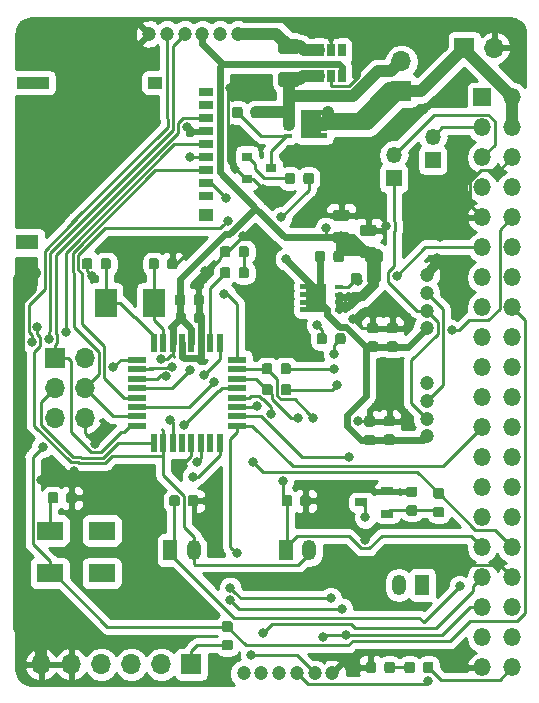
<source format=gbr>
G04 #@! TF.GenerationSoftware,KiCad,Pcbnew,(5.0.0)*
G04 #@! TF.CreationDate,2020-04-02T10:34:19-07:00*
G04 #@! TF.ProjectId,controlBoard_rev05a,636F6E74726F6C426F6172645F726576,rev?*
G04 #@! TF.SameCoordinates,Original*
G04 #@! TF.FileFunction,Copper,L1,Top,Signal*
G04 #@! TF.FilePolarity,Positive*
%FSLAX46Y46*%
G04 Gerber Fmt 4.6, Leading zero omitted, Abs format (unit mm)*
G04 Created by KiCad (PCBNEW (5.0.0)) date 04/02/20 10:34:19*
%MOMM*%
%LPD*%
G01*
G04 APERTURE LIST*
G04 #@! TA.AperFunction,ComponentPad*
%ADD10R,1.700000X1.700000*%
G04 #@! TD*
G04 #@! TA.AperFunction,ComponentPad*
%ADD11O,1.700000X1.700000*%
G04 #@! TD*
G04 #@! TA.AperFunction,ComponentPad*
%ADD12O,1.350000X1.350000*%
G04 #@! TD*
G04 #@! TA.AperFunction,ComponentPad*
%ADD13R,1.350000X1.350000*%
G04 #@! TD*
G04 #@! TA.AperFunction,ComponentPad*
%ADD14C,1.200000*%
G04 #@! TD*
G04 #@! TA.AperFunction,SMDPad,CuDef*
%ADD15R,1.200000X0.700000*%
G04 #@! TD*
G04 #@! TA.AperFunction,SMDPad,CuDef*
%ADD16R,1.200000X1.000000*%
G04 #@! TD*
G04 #@! TA.AperFunction,SMDPad,CuDef*
%ADD17R,2.800000X1.000000*%
G04 #@! TD*
G04 #@! TA.AperFunction,SMDPad,CuDef*
%ADD18R,1.900000X1.300000*%
G04 #@! TD*
G04 #@! TA.AperFunction,SMDPad,CuDef*
%ADD19R,0.700000X0.420000*%
G04 #@! TD*
G04 #@! TA.AperFunction,SMDPad,CuDef*
%ADD20C,1.710000*%
G04 #@! TD*
G04 #@! TA.AperFunction,Conductor*
%ADD21C,0.100000*%
G04 #@! TD*
G04 #@! TA.AperFunction,SMDPad,CuDef*
%ADD22R,0.900000X0.800000*%
G04 #@! TD*
G04 #@! TA.AperFunction,SMDPad,CuDef*
%ADD23C,0.875000*%
G04 #@! TD*
G04 #@! TA.AperFunction,SMDPad,CuDef*
%ADD24C,0.975000*%
G04 #@! TD*
G04 #@! TA.AperFunction,ComponentPad*
%ADD25R,1.500000X1.500000*%
G04 #@! TD*
G04 #@! TA.AperFunction,ComponentPad*
%ADD26O,1.500000X1.500000*%
G04 #@! TD*
G04 #@! TA.AperFunction,SMDPad,CuDef*
%ADD27R,1.900000X2.400000*%
G04 #@! TD*
G04 #@! TA.AperFunction,SMDPad,CuDef*
%ADD28R,0.650000X1.060000*%
G04 #@! TD*
G04 #@! TA.AperFunction,SMDPad,CuDef*
%ADD29C,1.250000*%
G04 #@! TD*
G04 #@! TA.AperFunction,ComponentPad*
%ADD30O,1.200000X1.750000*%
G04 #@! TD*
G04 #@! TA.AperFunction,ComponentPad*
%ADD31R,1.200000X1.750000*%
G04 #@! TD*
G04 #@! TA.AperFunction,SMDPad,CuDef*
%ADD32R,0.550000X1.600000*%
G04 #@! TD*
G04 #@! TA.AperFunction,SMDPad,CuDef*
%ADD33R,1.600000X0.550000*%
G04 #@! TD*
G04 #@! TA.AperFunction,SMDPad,CuDef*
%ADD34R,2.250000X1.600000*%
G04 #@! TD*
G04 #@! TA.AperFunction,SMDPad,CuDef*
%ADD35R,1.060000X0.650000*%
G04 #@! TD*
G04 #@! TA.AperFunction,ViaPad*
%ADD36C,0.800000*%
G04 #@! TD*
G04 #@! TA.AperFunction,Conductor*
%ADD37C,0.600000*%
G04 #@! TD*
G04 #@! TA.AperFunction,Conductor*
%ADD38C,0.250000*%
G04 #@! TD*
G04 #@! TA.AperFunction,Conductor*
%ADD39C,1.000000*%
G04 #@! TD*
G04 #@! TA.AperFunction,Conductor*
%ADD40C,0.254000*%
G04 #@! TD*
G04 APERTURE END LIST*
D10*
G04 #@! TO.P,C5,1*
G04 #@! TO.N,Vpi*
X38608000Y-3175000D03*
D11*
G04 #@! TO.P,C5,2*
G04 #@! TO.N,GND*
X41148000Y-3175000D03*
G04 #@! TD*
D12*
G04 #@! TO.P,J5,2*
G04 #@! TO.N,/Pi_SDA*
X35941000Y-10700000D03*
D13*
G04 #@! TO.P,J5,1*
G04 #@! TO.N,SDA*
X35941000Y-12700000D03*
G04 #@! TD*
G04 #@! TO.P,J8,1*
G04 #@! TO.N,SCL*
X32639000Y-14224000D03*
D12*
G04 #@! TO.P,J8,2*
G04 #@! TO.N,/Pi_SCL*
X32639000Y-12224000D03*
G04 #@! TD*
D14*
G04 #@! TO.P,J7,4*
G04 #@! TO.N,GND*
X35433000Y-31568000D03*
G04 #@! TO.P,J7,3*
G04 #@! TO.N,SDA*
X35433000Y-33068000D03*
G04 #@! TO.P,J7,2*
G04 #@! TO.N,SCL*
X35433000Y-34568000D03*
G04 #@! TO.P,J7,1*
G04 #@! TO.N,3.3V_out*
X35433000Y-36068000D03*
G04 #@! TD*
G04 #@! TO.P,J6,1*
G04 #@! TO.N,3.3V_out*
X35433000Y-26924000D03*
G04 #@! TO.P,J6,2*
G04 #@! TO.N,SCL*
X35433000Y-25424000D03*
G04 #@! TO.P,J6,3*
G04 #@! TO.N,SDA*
X35433000Y-23924000D03*
G04 #@! TO.P,J6,4*
G04 #@! TO.N,GND*
X35433000Y-22424000D03*
G04 #@! TD*
D15*
G04 #@! TO.P,J9,1*
G04 #@! TO.N,Net-(J9-Pad1)*
X16729000Y-15748000D03*
G04 #@! TO.P,J9,2*
G04 #@! TO.N,CS*
X16729000Y-14648000D03*
G04 #@! TO.P,J9,3*
G04 #@! TO.N,MOSI*
X16729000Y-13548000D03*
G04 #@! TO.P,J9,4*
G04 #@! TO.N,3.3V_out*
X16729000Y-12448000D03*
G04 #@! TO.P,J9,5*
G04 #@! TO.N,SCK*
X16729000Y-11348000D03*
G04 #@! TO.P,J9,6*
G04 #@! TO.N,GND*
X16729000Y-10248000D03*
G04 #@! TO.P,J9,7*
G04 #@! TO.N,MISO*
X16729000Y-9148000D03*
G04 #@! TO.P,J9,8*
G04 #@! TO.N,Net-(J9-Pad8)*
X16729000Y-8048000D03*
G04 #@! TO.P,J9,9*
G04 #@! TO.N,Net-(J9-Pad9)*
X16729000Y-6948000D03*
D16*
X16729000Y-17298000D03*
X12429000Y-6123000D03*
D17*
X2079000Y-6123000D03*
D18*
X1629000Y-19648000D03*
G04 #@! TD*
D19*
G04 #@! TO.P,Q1,1*
G04 #@! TO.N,5V*
X23646000Y-8677000D03*
G04 #@! TO.P,Q1,3*
X23646000Y-9977000D03*
G04 #@! TO.P,Q1,2*
X23646000Y-9327000D03*
G04 #@! TO.P,Q1,4*
G04 #@! TO.N,Net-(Q1-Pad4)*
X23646000Y-10627000D03*
D20*
G04 #@! TO.P,Q1,5*
G04 #@! TO.N,Vpi*
X25601000Y-9652000D03*
D21*
G04 #@! TD*
G04 #@! TO.N,Vpi*
G04 #@! TO.C,Q1*
G36*
X26996000Y-8887000D02*
X26456000Y-8887000D01*
X26456000Y-9117000D01*
X26996000Y-9117000D01*
X26996000Y-9537000D01*
X26456000Y-9537000D01*
X26456000Y-9767000D01*
X26996000Y-9767000D01*
X26996000Y-10187000D01*
X26456000Y-10187000D01*
X26456000Y-10417000D01*
X26996000Y-10417000D01*
X26996000Y-10837000D01*
X24746000Y-10837000D01*
X24746000Y-8467000D01*
X26996000Y-8467000D01*
X26996000Y-8887000D01*
X26996000Y-8887000D01*
G37*
D20*
G04 #@! TO.P,Q3,5*
G04 #@! TO.N,3.3V_out*
X26088000Y-24384000D03*
D21*
G04 #@! TD*
G04 #@! TO.N,3.3V_out*
G04 #@! TO.C,Q3*
G36*
X24693000Y-25149000D02*
X25233000Y-25149000D01*
X25233000Y-24919000D01*
X24693000Y-24919000D01*
X24693000Y-24499000D01*
X25233000Y-24499000D01*
X25233000Y-24269000D01*
X24693000Y-24269000D01*
X24693000Y-23849000D01*
X25233000Y-23849000D01*
X25233000Y-23619000D01*
X24693000Y-23619000D01*
X24693000Y-23199000D01*
X26943000Y-23199000D01*
X26943000Y-25569000D01*
X24693000Y-25569000D01*
X24693000Y-25149000D01*
X24693000Y-25149000D01*
G37*
D19*
G04 #@! TO.P,Q3,4*
G04 #@! TO.N,Net-(Q3-Pad4)*
X28043000Y-23409000D03*
G04 #@! TO.P,Q3,2*
G04 #@! TO.N,3.3V_ARD*
X28043000Y-24709000D03*
G04 #@! TO.P,Q3,3*
X28043000Y-24059000D03*
G04 #@! TO.P,Q3,1*
X28043000Y-25359000D03*
G04 #@! TD*
D22*
G04 #@! TO.P,Q2,1*
G04 #@! TO.N,Net-(Q2-Pad1)*
X20209000Y-12385000D03*
G04 #@! TO.P,Q2,2*
G04 #@! TO.N,GND*
X20209000Y-14285000D03*
G04 #@! TO.P,Q2,3*
G04 #@! TO.N,Net-(Q1-Pad4)*
X22209000Y-13335000D03*
G04 #@! TD*
D21*
G04 #@! TO.N,Net-(Q1-Pad4)*
G04 #@! TO.C,R6*
G36*
X19645691Y-8162053D02*
X19666926Y-8165203D01*
X19687750Y-8170419D01*
X19707962Y-8177651D01*
X19727368Y-8186830D01*
X19745781Y-8197866D01*
X19763024Y-8210654D01*
X19778930Y-8225070D01*
X19793346Y-8240976D01*
X19806134Y-8258219D01*
X19817170Y-8276632D01*
X19826349Y-8296038D01*
X19833581Y-8316250D01*
X19838797Y-8337074D01*
X19841947Y-8358309D01*
X19843000Y-8379750D01*
X19843000Y-8892250D01*
X19841947Y-8913691D01*
X19838797Y-8934926D01*
X19833581Y-8955750D01*
X19826349Y-8975962D01*
X19817170Y-8995368D01*
X19806134Y-9013781D01*
X19793346Y-9031024D01*
X19778930Y-9046930D01*
X19763024Y-9061346D01*
X19745781Y-9074134D01*
X19727368Y-9085170D01*
X19707962Y-9094349D01*
X19687750Y-9101581D01*
X19666926Y-9106797D01*
X19645691Y-9109947D01*
X19624250Y-9111000D01*
X19186750Y-9111000D01*
X19165309Y-9109947D01*
X19144074Y-9106797D01*
X19123250Y-9101581D01*
X19103038Y-9094349D01*
X19083632Y-9085170D01*
X19065219Y-9074134D01*
X19047976Y-9061346D01*
X19032070Y-9046930D01*
X19017654Y-9031024D01*
X19004866Y-9013781D01*
X18993830Y-8995368D01*
X18984651Y-8975962D01*
X18977419Y-8955750D01*
X18972203Y-8934926D01*
X18969053Y-8913691D01*
X18968000Y-8892250D01*
X18968000Y-8379750D01*
X18969053Y-8358309D01*
X18972203Y-8337074D01*
X18977419Y-8316250D01*
X18984651Y-8296038D01*
X18993830Y-8276632D01*
X19004866Y-8258219D01*
X19017654Y-8240976D01*
X19032070Y-8225070D01*
X19047976Y-8210654D01*
X19065219Y-8197866D01*
X19083632Y-8186830D01*
X19103038Y-8177651D01*
X19123250Y-8170419D01*
X19144074Y-8165203D01*
X19165309Y-8162053D01*
X19186750Y-8161000D01*
X19624250Y-8161000D01*
X19645691Y-8162053D01*
X19645691Y-8162053D01*
G37*
D23*
G04 #@! TD*
G04 #@! TO.P,R6,1*
G04 #@! TO.N,Net-(Q1-Pad4)*
X19405500Y-8636000D03*
D21*
G04 #@! TO.N,5V*
G04 #@! TO.C,R6*
G36*
X21220691Y-8162053D02*
X21241926Y-8165203D01*
X21262750Y-8170419D01*
X21282962Y-8177651D01*
X21302368Y-8186830D01*
X21320781Y-8197866D01*
X21338024Y-8210654D01*
X21353930Y-8225070D01*
X21368346Y-8240976D01*
X21381134Y-8258219D01*
X21392170Y-8276632D01*
X21401349Y-8296038D01*
X21408581Y-8316250D01*
X21413797Y-8337074D01*
X21416947Y-8358309D01*
X21418000Y-8379750D01*
X21418000Y-8892250D01*
X21416947Y-8913691D01*
X21413797Y-8934926D01*
X21408581Y-8955750D01*
X21401349Y-8975962D01*
X21392170Y-8995368D01*
X21381134Y-9013781D01*
X21368346Y-9031024D01*
X21353930Y-9046930D01*
X21338024Y-9061346D01*
X21320781Y-9074134D01*
X21302368Y-9085170D01*
X21282962Y-9094349D01*
X21262750Y-9101581D01*
X21241926Y-9106797D01*
X21220691Y-9109947D01*
X21199250Y-9111000D01*
X20761750Y-9111000D01*
X20740309Y-9109947D01*
X20719074Y-9106797D01*
X20698250Y-9101581D01*
X20678038Y-9094349D01*
X20658632Y-9085170D01*
X20640219Y-9074134D01*
X20622976Y-9061346D01*
X20607070Y-9046930D01*
X20592654Y-9031024D01*
X20579866Y-9013781D01*
X20568830Y-8995368D01*
X20559651Y-8975962D01*
X20552419Y-8955750D01*
X20547203Y-8934926D01*
X20544053Y-8913691D01*
X20543000Y-8892250D01*
X20543000Y-8379750D01*
X20544053Y-8358309D01*
X20547203Y-8337074D01*
X20552419Y-8316250D01*
X20559651Y-8296038D01*
X20568830Y-8276632D01*
X20579866Y-8258219D01*
X20592654Y-8240976D01*
X20607070Y-8225070D01*
X20622976Y-8210654D01*
X20640219Y-8197866D01*
X20658632Y-8186830D01*
X20678038Y-8177651D01*
X20698250Y-8170419D01*
X20719074Y-8165203D01*
X20740309Y-8162053D01*
X20761750Y-8161000D01*
X21199250Y-8161000D01*
X21220691Y-8162053D01*
X21220691Y-8162053D01*
G37*
D23*
G04 #@! TD*
G04 #@! TO.P,R6,2*
G04 #@! TO.N,5V*
X20980500Y-8636000D03*
D21*
G04 #@! TO.N,Net-(C18-Pad1)*
G04 #@! TO.C,C18*
G36*
X18819691Y-53310053D02*
X18840926Y-53313203D01*
X18861750Y-53318419D01*
X18881962Y-53325651D01*
X18901368Y-53334830D01*
X18919781Y-53345866D01*
X18937024Y-53358654D01*
X18952930Y-53373070D01*
X18967346Y-53388976D01*
X18980134Y-53406219D01*
X18991170Y-53424632D01*
X19000349Y-53444038D01*
X19007581Y-53464250D01*
X19012797Y-53485074D01*
X19015947Y-53506309D01*
X19017000Y-53527750D01*
X19017000Y-53965250D01*
X19015947Y-53986691D01*
X19012797Y-54007926D01*
X19007581Y-54028750D01*
X19000349Y-54048962D01*
X18991170Y-54068368D01*
X18980134Y-54086781D01*
X18967346Y-54104024D01*
X18952930Y-54119930D01*
X18937024Y-54134346D01*
X18919781Y-54147134D01*
X18901368Y-54158170D01*
X18881962Y-54167349D01*
X18861750Y-54174581D01*
X18840926Y-54179797D01*
X18819691Y-54182947D01*
X18798250Y-54184000D01*
X18285750Y-54184000D01*
X18264309Y-54182947D01*
X18243074Y-54179797D01*
X18222250Y-54174581D01*
X18202038Y-54167349D01*
X18182632Y-54158170D01*
X18164219Y-54147134D01*
X18146976Y-54134346D01*
X18131070Y-54119930D01*
X18116654Y-54104024D01*
X18103866Y-54086781D01*
X18092830Y-54068368D01*
X18083651Y-54048962D01*
X18076419Y-54028750D01*
X18071203Y-54007926D01*
X18068053Y-53986691D01*
X18067000Y-53965250D01*
X18067000Y-53527750D01*
X18068053Y-53506309D01*
X18071203Y-53485074D01*
X18076419Y-53464250D01*
X18083651Y-53444038D01*
X18092830Y-53424632D01*
X18103866Y-53406219D01*
X18116654Y-53388976D01*
X18131070Y-53373070D01*
X18146976Y-53358654D01*
X18164219Y-53345866D01*
X18182632Y-53334830D01*
X18202038Y-53325651D01*
X18222250Y-53318419D01*
X18243074Y-53313203D01*
X18264309Y-53310053D01*
X18285750Y-53309000D01*
X18798250Y-53309000D01*
X18819691Y-53310053D01*
X18819691Y-53310053D01*
G37*
D23*
G04 #@! TD*
G04 #@! TO.P,C18,1*
G04 #@! TO.N,Net-(C18-Pad1)*
X18542000Y-53746500D03*
D21*
G04 #@! TO.N,RST*
G04 #@! TO.C,C18*
G36*
X18819691Y-51735053D02*
X18840926Y-51738203D01*
X18861750Y-51743419D01*
X18881962Y-51750651D01*
X18901368Y-51759830D01*
X18919781Y-51770866D01*
X18937024Y-51783654D01*
X18952930Y-51798070D01*
X18967346Y-51813976D01*
X18980134Y-51831219D01*
X18991170Y-51849632D01*
X19000349Y-51869038D01*
X19007581Y-51889250D01*
X19012797Y-51910074D01*
X19015947Y-51931309D01*
X19017000Y-51952750D01*
X19017000Y-52390250D01*
X19015947Y-52411691D01*
X19012797Y-52432926D01*
X19007581Y-52453750D01*
X19000349Y-52473962D01*
X18991170Y-52493368D01*
X18980134Y-52511781D01*
X18967346Y-52529024D01*
X18952930Y-52544930D01*
X18937024Y-52559346D01*
X18919781Y-52572134D01*
X18901368Y-52583170D01*
X18881962Y-52592349D01*
X18861750Y-52599581D01*
X18840926Y-52604797D01*
X18819691Y-52607947D01*
X18798250Y-52609000D01*
X18285750Y-52609000D01*
X18264309Y-52607947D01*
X18243074Y-52604797D01*
X18222250Y-52599581D01*
X18202038Y-52592349D01*
X18182632Y-52583170D01*
X18164219Y-52572134D01*
X18146976Y-52559346D01*
X18131070Y-52544930D01*
X18116654Y-52529024D01*
X18103866Y-52511781D01*
X18092830Y-52493368D01*
X18083651Y-52473962D01*
X18076419Y-52453750D01*
X18071203Y-52432926D01*
X18068053Y-52411691D01*
X18067000Y-52390250D01*
X18067000Y-51952750D01*
X18068053Y-51931309D01*
X18071203Y-51910074D01*
X18076419Y-51889250D01*
X18083651Y-51869038D01*
X18092830Y-51849632D01*
X18103866Y-51831219D01*
X18116654Y-51813976D01*
X18131070Y-51798070D01*
X18146976Y-51783654D01*
X18164219Y-51770866D01*
X18182632Y-51759830D01*
X18202038Y-51750651D01*
X18222250Y-51743419D01*
X18243074Y-51738203D01*
X18264309Y-51735053D01*
X18285750Y-51734000D01*
X18798250Y-51734000D01*
X18819691Y-51735053D01*
X18819691Y-51735053D01*
G37*
D23*
G04 #@! TD*
G04 #@! TO.P,C18,2*
G04 #@! TO.N,RST*
X18542000Y-52171500D03*
D21*
G04 #@! TO.N,GND*
G04 #@! TO.C,C9*
G36*
X28674142Y-16864174D02*
X28697803Y-16867684D01*
X28721007Y-16873496D01*
X28743529Y-16881554D01*
X28765153Y-16891782D01*
X28785670Y-16904079D01*
X28804883Y-16918329D01*
X28822607Y-16934393D01*
X28838671Y-16952117D01*
X28852921Y-16971330D01*
X28865218Y-16991847D01*
X28875446Y-17013471D01*
X28883504Y-17035993D01*
X28889316Y-17059197D01*
X28892826Y-17082858D01*
X28894000Y-17106750D01*
X28894000Y-17594250D01*
X28892826Y-17618142D01*
X28889316Y-17641803D01*
X28883504Y-17665007D01*
X28875446Y-17687529D01*
X28865218Y-17709153D01*
X28852921Y-17729670D01*
X28838671Y-17748883D01*
X28822607Y-17766607D01*
X28804883Y-17782671D01*
X28785670Y-17796921D01*
X28765153Y-17809218D01*
X28743529Y-17819446D01*
X28721007Y-17827504D01*
X28697803Y-17833316D01*
X28674142Y-17836826D01*
X28650250Y-17838000D01*
X27737750Y-17838000D01*
X27713858Y-17836826D01*
X27690197Y-17833316D01*
X27666993Y-17827504D01*
X27644471Y-17819446D01*
X27622847Y-17809218D01*
X27602330Y-17796921D01*
X27583117Y-17782671D01*
X27565393Y-17766607D01*
X27549329Y-17748883D01*
X27535079Y-17729670D01*
X27522782Y-17709153D01*
X27512554Y-17687529D01*
X27504496Y-17665007D01*
X27498684Y-17641803D01*
X27495174Y-17618142D01*
X27494000Y-17594250D01*
X27494000Y-17106750D01*
X27495174Y-17082858D01*
X27498684Y-17059197D01*
X27504496Y-17035993D01*
X27512554Y-17013471D01*
X27522782Y-16991847D01*
X27535079Y-16971330D01*
X27549329Y-16952117D01*
X27565393Y-16934393D01*
X27583117Y-16918329D01*
X27602330Y-16904079D01*
X27622847Y-16891782D01*
X27644471Y-16881554D01*
X27666993Y-16873496D01*
X27690197Y-16867684D01*
X27713858Y-16864174D01*
X27737750Y-16863000D01*
X28650250Y-16863000D01*
X28674142Y-16864174D01*
X28674142Y-16864174D01*
G37*
D24*
G04 #@! TD*
G04 #@! TO.P,C9,2*
G04 #@! TO.N,GND*
X28194000Y-17350500D03*
D21*
G04 #@! TO.N,3.3V_ARD*
G04 #@! TO.C,C9*
G36*
X28674142Y-18739174D02*
X28697803Y-18742684D01*
X28721007Y-18748496D01*
X28743529Y-18756554D01*
X28765153Y-18766782D01*
X28785670Y-18779079D01*
X28804883Y-18793329D01*
X28822607Y-18809393D01*
X28838671Y-18827117D01*
X28852921Y-18846330D01*
X28865218Y-18866847D01*
X28875446Y-18888471D01*
X28883504Y-18910993D01*
X28889316Y-18934197D01*
X28892826Y-18957858D01*
X28894000Y-18981750D01*
X28894000Y-19469250D01*
X28892826Y-19493142D01*
X28889316Y-19516803D01*
X28883504Y-19540007D01*
X28875446Y-19562529D01*
X28865218Y-19584153D01*
X28852921Y-19604670D01*
X28838671Y-19623883D01*
X28822607Y-19641607D01*
X28804883Y-19657671D01*
X28785670Y-19671921D01*
X28765153Y-19684218D01*
X28743529Y-19694446D01*
X28721007Y-19702504D01*
X28697803Y-19708316D01*
X28674142Y-19711826D01*
X28650250Y-19713000D01*
X27737750Y-19713000D01*
X27713858Y-19711826D01*
X27690197Y-19708316D01*
X27666993Y-19702504D01*
X27644471Y-19694446D01*
X27622847Y-19684218D01*
X27602330Y-19671921D01*
X27583117Y-19657671D01*
X27565393Y-19641607D01*
X27549329Y-19623883D01*
X27535079Y-19604670D01*
X27522782Y-19584153D01*
X27512554Y-19562529D01*
X27504496Y-19540007D01*
X27498684Y-19516803D01*
X27495174Y-19493142D01*
X27494000Y-19469250D01*
X27494000Y-18981750D01*
X27495174Y-18957858D01*
X27498684Y-18934197D01*
X27504496Y-18910993D01*
X27512554Y-18888471D01*
X27522782Y-18866847D01*
X27535079Y-18846330D01*
X27549329Y-18827117D01*
X27565393Y-18809393D01*
X27583117Y-18793329D01*
X27602330Y-18779079D01*
X27622847Y-18766782D01*
X27644471Y-18756554D01*
X27666993Y-18748496D01*
X27690197Y-18742684D01*
X27713858Y-18739174D01*
X27737750Y-18738000D01*
X28650250Y-18738000D01*
X28674142Y-18739174D01*
X28674142Y-18739174D01*
G37*
D24*
G04 #@! TD*
G04 #@! TO.P,C9,1*
G04 #@! TO.N,3.3V_ARD*
X28194000Y-19225500D03*
D21*
G04 #@! TO.N,3.3V_ARD*
G04 #@! TO.C,C17*
G36*
X30960142Y-20009174D02*
X30983803Y-20012684D01*
X31007007Y-20018496D01*
X31029529Y-20026554D01*
X31051153Y-20036782D01*
X31071670Y-20049079D01*
X31090883Y-20063329D01*
X31108607Y-20079393D01*
X31124671Y-20097117D01*
X31138921Y-20116330D01*
X31151218Y-20136847D01*
X31161446Y-20158471D01*
X31169504Y-20180993D01*
X31175316Y-20204197D01*
X31178826Y-20227858D01*
X31180000Y-20251750D01*
X31180000Y-20739250D01*
X31178826Y-20763142D01*
X31175316Y-20786803D01*
X31169504Y-20810007D01*
X31161446Y-20832529D01*
X31151218Y-20854153D01*
X31138921Y-20874670D01*
X31124671Y-20893883D01*
X31108607Y-20911607D01*
X31090883Y-20927671D01*
X31071670Y-20941921D01*
X31051153Y-20954218D01*
X31029529Y-20964446D01*
X31007007Y-20972504D01*
X30983803Y-20978316D01*
X30960142Y-20981826D01*
X30936250Y-20983000D01*
X30023750Y-20983000D01*
X29999858Y-20981826D01*
X29976197Y-20978316D01*
X29952993Y-20972504D01*
X29930471Y-20964446D01*
X29908847Y-20954218D01*
X29888330Y-20941921D01*
X29869117Y-20927671D01*
X29851393Y-20911607D01*
X29835329Y-20893883D01*
X29821079Y-20874670D01*
X29808782Y-20854153D01*
X29798554Y-20832529D01*
X29790496Y-20810007D01*
X29784684Y-20786803D01*
X29781174Y-20763142D01*
X29780000Y-20739250D01*
X29780000Y-20251750D01*
X29781174Y-20227858D01*
X29784684Y-20204197D01*
X29790496Y-20180993D01*
X29798554Y-20158471D01*
X29808782Y-20136847D01*
X29821079Y-20116330D01*
X29835329Y-20097117D01*
X29851393Y-20079393D01*
X29869117Y-20063329D01*
X29888330Y-20049079D01*
X29908847Y-20036782D01*
X29930471Y-20026554D01*
X29952993Y-20018496D01*
X29976197Y-20012684D01*
X29999858Y-20009174D01*
X30023750Y-20008000D01*
X30936250Y-20008000D01*
X30960142Y-20009174D01*
X30960142Y-20009174D01*
G37*
D24*
G04 #@! TD*
G04 #@! TO.P,C17,1*
G04 #@! TO.N,3.3V_ARD*
X30480000Y-20495500D03*
D21*
G04 #@! TO.N,GND*
G04 #@! TO.C,C17*
G36*
X30960142Y-18134174D02*
X30983803Y-18137684D01*
X31007007Y-18143496D01*
X31029529Y-18151554D01*
X31051153Y-18161782D01*
X31071670Y-18174079D01*
X31090883Y-18188329D01*
X31108607Y-18204393D01*
X31124671Y-18222117D01*
X31138921Y-18241330D01*
X31151218Y-18261847D01*
X31161446Y-18283471D01*
X31169504Y-18305993D01*
X31175316Y-18329197D01*
X31178826Y-18352858D01*
X31180000Y-18376750D01*
X31180000Y-18864250D01*
X31178826Y-18888142D01*
X31175316Y-18911803D01*
X31169504Y-18935007D01*
X31161446Y-18957529D01*
X31151218Y-18979153D01*
X31138921Y-18999670D01*
X31124671Y-19018883D01*
X31108607Y-19036607D01*
X31090883Y-19052671D01*
X31071670Y-19066921D01*
X31051153Y-19079218D01*
X31029529Y-19089446D01*
X31007007Y-19097504D01*
X30983803Y-19103316D01*
X30960142Y-19106826D01*
X30936250Y-19108000D01*
X30023750Y-19108000D01*
X29999858Y-19106826D01*
X29976197Y-19103316D01*
X29952993Y-19097504D01*
X29930471Y-19089446D01*
X29908847Y-19079218D01*
X29888330Y-19066921D01*
X29869117Y-19052671D01*
X29851393Y-19036607D01*
X29835329Y-19018883D01*
X29821079Y-18999670D01*
X29808782Y-18979153D01*
X29798554Y-18957529D01*
X29790496Y-18935007D01*
X29784684Y-18911803D01*
X29781174Y-18888142D01*
X29780000Y-18864250D01*
X29780000Y-18376750D01*
X29781174Y-18352858D01*
X29784684Y-18329197D01*
X29790496Y-18305993D01*
X29798554Y-18283471D01*
X29808782Y-18261847D01*
X29821079Y-18241330D01*
X29835329Y-18222117D01*
X29851393Y-18204393D01*
X29869117Y-18188329D01*
X29888330Y-18174079D01*
X29908847Y-18161782D01*
X29930471Y-18151554D01*
X29952993Y-18143496D01*
X29976197Y-18137684D01*
X29999858Y-18134174D01*
X30023750Y-18133000D01*
X30936250Y-18133000D01*
X30960142Y-18134174D01*
X30960142Y-18134174D01*
G37*
D24*
G04 #@! TD*
G04 #@! TO.P,C17,2*
G04 #@! TO.N,GND*
X30480000Y-18620500D03*
D10*
G04 #@! TO.P,U8,1*
G04 #@! TO.N,Net-(C18-Pad1)*
X15494000Y-55372000D03*
D11*
G04 #@! TO.P,U8,2*
G04 #@! TO.N,TXD*
X12954000Y-55372000D03*
G04 #@! TO.P,U8,3*
G04 #@! TO.N,RXD*
X10414000Y-55372000D03*
G04 #@! TO.P,U8,4*
G04 #@! TO.N,3.3V_ARD*
X7874000Y-55372000D03*
G04 #@! TO.P,U8,5*
G04 #@! TO.N,GND*
X5334000Y-55372000D03*
G04 #@! TO.P,U8,6*
X2794000Y-55372000D03*
G04 #@! TD*
D25*
G04 #@! TO.P,U5,1*
G04 #@! TO.N,Net-(U5-Pad1)*
X40132000Y-7366000D03*
D26*
G04 #@! TO.P,U5,2*
G04 #@! TO.N,/Pi_SDA*
X40132000Y-9906000D03*
G04 #@! TO.P,U5,3*
G04 #@! TO.N,/Pi_SCL*
X40132000Y-12446000D03*
G04 #@! TO.P,U5,4*
G04 #@! TO.N,Net-(U5-Pad4)*
X40132000Y-14986000D03*
G04 #@! TO.P,U5,5*
G04 #@! TO.N,GND*
X40132000Y-17526000D03*
G04 #@! TO.P,U5,6*
G04 #@! TO.N,3.3V_CTL*
X40132000Y-20066000D03*
G04 #@! TO.P,U5,7*
G04 #@! TO.N,Net-(U5-Pad7)*
X40132000Y-22606000D03*
G04 #@! TO.P,U5,8*
G04 #@! TO.N,Net-(U5-Pad8)*
X40132000Y-25146000D03*
G04 #@! TO.P,U5,9*
G04 #@! TO.N,Net-(U5-Pad9)*
X40132000Y-27686000D03*
G04 #@! TO.P,U5,10*
G04 #@! TO.N,Net-(U5-Pad10)*
X40132000Y-30226000D03*
G04 #@! TO.P,U5,11*
G04 #@! TO.N,Net-(U5-Pad11)*
X40132000Y-32766000D03*
G04 #@! TO.P,U5,12*
G04 #@! TO.N,LED_EN2*
X40132000Y-35306000D03*
G04 #@! TO.P,U5,13*
G04 #@! TO.N,Net-(U5-Pad13)*
X40132000Y-37846000D03*
G04 #@! TO.P,U5,14*
G04 #@! TO.N,Net-(U5-Pad14)*
X40132000Y-40386000D03*
G04 #@! TO.P,U5,15*
G04 #@! TO.N,PUSH*
X40132000Y-42926000D03*
G04 #@! TO.P,U5,16*
G04 #@! TO.N,PUSH2*
X40132000Y-45466000D03*
G04 #@! TO.P,U5,17*
G04 #@! TO.N,LED_EN*
X40132000Y-48006000D03*
G04 #@! TO.P,U5,18*
G04 #@! TO.N,Torch*
X40132000Y-50546000D03*
G04 #@! TO.P,U5,19*
G04 #@! TO.N,Flash*
X40132000Y-53086000D03*
G04 #@! TO.P,U5,20*
G04 #@! TO.N,GND*
X40132000Y-55626000D03*
G04 #@! TO.P,U5,21*
G04 #@! TO.N,Net-(D7-Pad2)*
X42672000Y-55626000D03*
G04 #@! TO.P,U5,22*
G04 #@! TO.N,Net-(U5-Pad22)*
X42672000Y-53086000D03*
G04 #@! TO.P,U5,23*
G04 #@! TO.N,Net-(U5-Pad23)*
X42672000Y-50546000D03*
G04 #@! TO.P,U5,24*
G04 #@! TO.N,GND*
X42672000Y-48006000D03*
G04 #@! TO.P,U5,25*
G04 #@! TO.N,FAN_CTL*
X42672000Y-45466000D03*
G04 #@! TO.P,U5,26*
G04 #@! TO.N,Net-(U5-Pad26)*
X42672000Y-42926000D03*
G04 #@! TO.P,U5,27*
G04 #@! TO.N,Net-(U5-Pad27)*
X42672000Y-40386000D03*
G04 #@! TO.P,U5,28*
G04 #@! TO.N,Net-(U5-Pad28)*
X42672000Y-37846000D03*
G04 #@! TO.P,U5,29*
G04 #@! TO.N,Net-(U5-Pad29)*
X42672000Y-35306000D03*
G04 #@! TO.P,U5,30*
G04 #@! TO.N,Net-(U5-Pad30)*
X42672000Y-32766000D03*
G04 #@! TO.P,U5,31*
G04 #@! TO.N,Net-(U5-Pad31)*
X42672000Y-30226000D03*
G04 #@! TO.P,U5,32*
G04 #@! TO.N,PI_SIG*
X42672000Y-27686000D03*
G04 #@! TO.P,U5,33*
G04 #@! TO.N,RST*
X42672000Y-25146000D03*
G04 #@! TO.P,U5,34*
G04 #@! TO.N,Net-(U5-Pad34)*
X42672000Y-22606000D03*
G04 #@! TO.P,U5,35*
G04 #@! TO.N,Net-(U5-Pad35)*
X42672000Y-20066000D03*
G04 #@! TO.P,U5,36*
G04 #@! TO.N,Net-(R11-Pad2)*
X42672000Y-17526000D03*
G04 #@! TO.P,U5,37*
G04 #@! TO.N,Net-(R5-Pad2)*
X42672000Y-14986000D03*
G04 #@! TO.P,U5,38*
G04 #@! TO.N,GND*
X42672000Y-12446000D03*
G04 #@! TO.P,U5,39*
G04 #@! TO.N,Vpi*
X42672000Y-9906000D03*
G04 #@! TO.P,U5,40*
X42672000Y-7366000D03*
G04 #@! TD*
D27*
G04 #@! TO.P,Y1,1*
G04 #@! TO.N,CRYSTAL1*
X12337000Y-24765000D03*
G04 #@! TO.P,Y1,2*
G04 #@! TO.N,CRYSTAL2*
X8237000Y-24765000D03*
G04 #@! TD*
D28*
G04 #@! TO.P,U4,1*
G04 #@! TO.N,I_PI*
X28255000Y-3388000D03*
G04 #@! TO.P,U4,2*
G04 #@! TO.N,GND*
X27305000Y-3388000D03*
G04 #@! TO.P,U4,3*
G04 #@! TO.N,/powerControl/5V_IN*
X26355000Y-3388000D03*
G04 #@! TO.P,U4,4*
G04 #@! TO.N,5V*
X26355000Y-5588000D03*
G04 #@! TO.P,U4,6*
G04 #@! TO.N,3.3V_ARD*
X28255000Y-5588000D03*
G04 #@! TO.P,U4,5*
G04 #@! TO.N,GND*
X27305000Y-5588000D03*
G04 #@! TD*
D21*
G04 #@! TO.N,5V*
G04 #@! TO.C,R2*
G36*
X24398504Y-5224204D02*
X24422773Y-5227804D01*
X24446571Y-5233765D01*
X24469671Y-5242030D01*
X24491849Y-5252520D01*
X24512893Y-5265133D01*
X24532598Y-5279747D01*
X24550777Y-5296223D01*
X24567253Y-5314402D01*
X24581867Y-5334107D01*
X24594480Y-5355151D01*
X24604970Y-5377329D01*
X24613235Y-5400429D01*
X24619196Y-5424227D01*
X24622796Y-5448496D01*
X24624000Y-5473000D01*
X24624000Y-6223000D01*
X24622796Y-6247504D01*
X24619196Y-6271773D01*
X24613235Y-6295571D01*
X24604970Y-6318671D01*
X24594480Y-6340849D01*
X24581867Y-6361893D01*
X24567253Y-6381598D01*
X24550777Y-6399777D01*
X24532598Y-6416253D01*
X24512893Y-6430867D01*
X24491849Y-6443480D01*
X24469671Y-6453970D01*
X24446571Y-6462235D01*
X24422773Y-6468196D01*
X24398504Y-6471796D01*
X24374000Y-6473000D01*
X23124000Y-6473000D01*
X23099496Y-6471796D01*
X23075227Y-6468196D01*
X23051429Y-6462235D01*
X23028329Y-6453970D01*
X23006151Y-6443480D01*
X22985107Y-6430867D01*
X22965402Y-6416253D01*
X22947223Y-6399777D01*
X22930747Y-6381598D01*
X22916133Y-6361893D01*
X22903520Y-6340849D01*
X22893030Y-6318671D01*
X22884765Y-6295571D01*
X22878804Y-6271773D01*
X22875204Y-6247504D01*
X22874000Y-6223000D01*
X22874000Y-5473000D01*
X22875204Y-5448496D01*
X22878804Y-5424227D01*
X22884765Y-5400429D01*
X22893030Y-5377329D01*
X22903520Y-5355151D01*
X22916133Y-5334107D01*
X22930747Y-5314402D01*
X22947223Y-5296223D01*
X22965402Y-5279747D01*
X22985107Y-5265133D01*
X23006151Y-5252520D01*
X23028329Y-5242030D01*
X23051429Y-5233765D01*
X23075227Y-5227804D01*
X23099496Y-5224204D01*
X23124000Y-5223000D01*
X24374000Y-5223000D01*
X24398504Y-5224204D01*
X24398504Y-5224204D01*
G37*
D29*
G04 #@! TD*
G04 #@! TO.P,R2,1*
G04 #@! TO.N,5V*
X23749000Y-5848000D03*
D21*
G04 #@! TO.N,/powerControl/5V_IN*
G04 #@! TO.C,R2*
G36*
X24398504Y-2424204D02*
X24422773Y-2427804D01*
X24446571Y-2433765D01*
X24469671Y-2442030D01*
X24491849Y-2452520D01*
X24512893Y-2465133D01*
X24532598Y-2479747D01*
X24550777Y-2496223D01*
X24567253Y-2514402D01*
X24581867Y-2534107D01*
X24594480Y-2555151D01*
X24604970Y-2577329D01*
X24613235Y-2600429D01*
X24619196Y-2624227D01*
X24622796Y-2648496D01*
X24624000Y-2673000D01*
X24624000Y-3423000D01*
X24622796Y-3447504D01*
X24619196Y-3471773D01*
X24613235Y-3495571D01*
X24604970Y-3518671D01*
X24594480Y-3540849D01*
X24581867Y-3561893D01*
X24567253Y-3581598D01*
X24550777Y-3599777D01*
X24532598Y-3616253D01*
X24512893Y-3630867D01*
X24491849Y-3643480D01*
X24469671Y-3653970D01*
X24446571Y-3662235D01*
X24422773Y-3668196D01*
X24398504Y-3671796D01*
X24374000Y-3673000D01*
X23124000Y-3673000D01*
X23099496Y-3671796D01*
X23075227Y-3668196D01*
X23051429Y-3662235D01*
X23028329Y-3653970D01*
X23006151Y-3643480D01*
X22985107Y-3630867D01*
X22965402Y-3616253D01*
X22947223Y-3599777D01*
X22930747Y-3581598D01*
X22916133Y-3561893D01*
X22903520Y-3540849D01*
X22893030Y-3518671D01*
X22884765Y-3495571D01*
X22878804Y-3471773D01*
X22875204Y-3447504D01*
X22874000Y-3423000D01*
X22874000Y-2673000D01*
X22875204Y-2648496D01*
X22878804Y-2624227D01*
X22884765Y-2600429D01*
X22893030Y-2577329D01*
X22903520Y-2555151D01*
X22916133Y-2534107D01*
X22930747Y-2514402D01*
X22947223Y-2496223D01*
X22965402Y-2479747D01*
X22985107Y-2465133D01*
X23006151Y-2452520D01*
X23028329Y-2442030D01*
X23051429Y-2433765D01*
X23075227Y-2427804D01*
X23099496Y-2424204D01*
X23124000Y-2423000D01*
X24374000Y-2423000D01*
X24398504Y-2424204D01*
X24398504Y-2424204D01*
G37*
D29*
G04 #@! TD*
G04 #@! TO.P,R2,2*
G04 #@! TO.N,/powerControl/5V_IN*
X23749000Y-3048000D03*
D14*
G04 #@! TO.P,J4,1*
G04 #@! TO.N,GND*
X27432000Y-56134000D03*
G04 #@! TO.P,J4,2*
G04 #@! TO.N,I_LED*
X25932000Y-56134000D03*
G04 #@! TO.P,J4,3*
G04 #@! TO.N,Flash*
X24432000Y-56134000D03*
G04 #@! TO.P,J4,4*
G04 #@! TO.N,Torch*
X22932000Y-56134000D03*
G04 #@! TO.P,J4,5*
G04 #@! TO.N,LED_EN*
X21432000Y-56134000D03*
G04 #@! TO.P,J4,6*
G04 #@! TO.N,LED_EN2*
X19932000Y-56134000D03*
G04 #@! TD*
D21*
G04 #@! TO.N,GND*
G04 #@! TO.C,C1*
G36*
X16420191Y-25561053D02*
X16441426Y-25564203D01*
X16462250Y-25569419D01*
X16482462Y-25576651D01*
X16501868Y-25585830D01*
X16520281Y-25596866D01*
X16537524Y-25609654D01*
X16553430Y-25624070D01*
X16567846Y-25639976D01*
X16580634Y-25657219D01*
X16591670Y-25675632D01*
X16600849Y-25695038D01*
X16608081Y-25715250D01*
X16613297Y-25736074D01*
X16616447Y-25757309D01*
X16617500Y-25778750D01*
X16617500Y-26291250D01*
X16616447Y-26312691D01*
X16613297Y-26333926D01*
X16608081Y-26354750D01*
X16600849Y-26374962D01*
X16591670Y-26394368D01*
X16580634Y-26412781D01*
X16567846Y-26430024D01*
X16553430Y-26445930D01*
X16537524Y-26460346D01*
X16520281Y-26473134D01*
X16501868Y-26484170D01*
X16482462Y-26493349D01*
X16462250Y-26500581D01*
X16441426Y-26505797D01*
X16420191Y-26508947D01*
X16398750Y-26510000D01*
X15961250Y-26510000D01*
X15939809Y-26508947D01*
X15918574Y-26505797D01*
X15897750Y-26500581D01*
X15877538Y-26493349D01*
X15858132Y-26484170D01*
X15839719Y-26473134D01*
X15822476Y-26460346D01*
X15806570Y-26445930D01*
X15792154Y-26430024D01*
X15779366Y-26412781D01*
X15768330Y-26394368D01*
X15759151Y-26374962D01*
X15751919Y-26354750D01*
X15746703Y-26333926D01*
X15743553Y-26312691D01*
X15742500Y-26291250D01*
X15742500Y-25778750D01*
X15743553Y-25757309D01*
X15746703Y-25736074D01*
X15751919Y-25715250D01*
X15759151Y-25695038D01*
X15768330Y-25675632D01*
X15779366Y-25657219D01*
X15792154Y-25639976D01*
X15806570Y-25624070D01*
X15822476Y-25609654D01*
X15839719Y-25596866D01*
X15858132Y-25585830D01*
X15877538Y-25576651D01*
X15897750Y-25569419D01*
X15918574Y-25564203D01*
X15939809Y-25561053D01*
X15961250Y-25560000D01*
X16398750Y-25560000D01*
X16420191Y-25561053D01*
X16420191Y-25561053D01*
G37*
D23*
G04 #@! TD*
G04 #@! TO.P,C1,2*
G04 #@! TO.N,GND*
X16180000Y-26035000D03*
D21*
G04 #@! TO.N,3.3V_ARD*
G04 #@! TO.C,C1*
G36*
X14845191Y-25561053D02*
X14866426Y-25564203D01*
X14887250Y-25569419D01*
X14907462Y-25576651D01*
X14926868Y-25585830D01*
X14945281Y-25596866D01*
X14962524Y-25609654D01*
X14978430Y-25624070D01*
X14992846Y-25639976D01*
X15005634Y-25657219D01*
X15016670Y-25675632D01*
X15025849Y-25695038D01*
X15033081Y-25715250D01*
X15038297Y-25736074D01*
X15041447Y-25757309D01*
X15042500Y-25778750D01*
X15042500Y-26291250D01*
X15041447Y-26312691D01*
X15038297Y-26333926D01*
X15033081Y-26354750D01*
X15025849Y-26374962D01*
X15016670Y-26394368D01*
X15005634Y-26412781D01*
X14992846Y-26430024D01*
X14978430Y-26445930D01*
X14962524Y-26460346D01*
X14945281Y-26473134D01*
X14926868Y-26484170D01*
X14907462Y-26493349D01*
X14887250Y-26500581D01*
X14866426Y-26505797D01*
X14845191Y-26508947D01*
X14823750Y-26510000D01*
X14386250Y-26510000D01*
X14364809Y-26508947D01*
X14343574Y-26505797D01*
X14322750Y-26500581D01*
X14302538Y-26493349D01*
X14283132Y-26484170D01*
X14264719Y-26473134D01*
X14247476Y-26460346D01*
X14231570Y-26445930D01*
X14217154Y-26430024D01*
X14204366Y-26412781D01*
X14193330Y-26394368D01*
X14184151Y-26374962D01*
X14176919Y-26354750D01*
X14171703Y-26333926D01*
X14168553Y-26312691D01*
X14167500Y-26291250D01*
X14167500Y-25778750D01*
X14168553Y-25757309D01*
X14171703Y-25736074D01*
X14176919Y-25715250D01*
X14184151Y-25695038D01*
X14193330Y-25675632D01*
X14204366Y-25657219D01*
X14217154Y-25639976D01*
X14231570Y-25624070D01*
X14247476Y-25609654D01*
X14264719Y-25596866D01*
X14283132Y-25585830D01*
X14302538Y-25576651D01*
X14322750Y-25569419D01*
X14343574Y-25564203D01*
X14364809Y-25561053D01*
X14386250Y-25560000D01*
X14823750Y-25560000D01*
X14845191Y-25561053D01*
X14845191Y-25561053D01*
G37*
D23*
G04 #@! TD*
G04 #@! TO.P,C1,1*
G04 #@! TO.N,3.3V_ARD*
X14605000Y-26035000D03*
D21*
G04 #@! TO.N,GND*
G04 #@! TO.C,C14*
G36*
X32535691Y-34336053D02*
X32556926Y-34339203D01*
X32577750Y-34344419D01*
X32597962Y-34351651D01*
X32617368Y-34360830D01*
X32635781Y-34371866D01*
X32653024Y-34384654D01*
X32668930Y-34399070D01*
X32683346Y-34414976D01*
X32696134Y-34432219D01*
X32707170Y-34450632D01*
X32716349Y-34470038D01*
X32723581Y-34490250D01*
X32728797Y-34511074D01*
X32731947Y-34532309D01*
X32733000Y-34553750D01*
X32733000Y-34991250D01*
X32731947Y-35012691D01*
X32728797Y-35033926D01*
X32723581Y-35054750D01*
X32716349Y-35074962D01*
X32707170Y-35094368D01*
X32696134Y-35112781D01*
X32683346Y-35130024D01*
X32668930Y-35145930D01*
X32653024Y-35160346D01*
X32635781Y-35173134D01*
X32617368Y-35184170D01*
X32597962Y-35193349D01*
X32577750Y-35200581D01*
X32556926Y-35205797D01*
X32535691Y-35208947D01*
X32514250Y-35210000D01*
X32001750Y-35210000D01*
X31980309Y-35208947D01*
X31959074Y-35205797D01*
X31938250Y-35200581D01*
X31918038Y-35193349D01*
X31898632Y-35184170D01*
X31880219Y-35173134D01*
X31862976Y-35160346D01*
X31847070Y-35145930D01*
X31832654Y-35130024D01*
X31819866Y-35112781D01*
X31808830Y-35094368D01*
X31799651Y-35074962D01*
X31792419Y-35054750D01*
X31787203Y-35033926D01*
X31784053Y-35012691D01*
X31783000Y-34991250D01*
X31783000Y-34553750D01*
X31784053Y-34532309D01*
X31787203Y-34511074D01*
X31792419Y-34490250D01*
X31799651Y-34470038D01*
X31808830Y-34450632D01*
X31819866Y-34432219D01*
X31832654Y-34414976D01*
X31847070Y-34399070D01*
X31862976Y-34384654D01*
X31880219Y-34371866D01*
X31898632Y-34360830D01*
X31918038Y-34351651D01*
X31938250Y-34344419D01*
X31959074Y-34339203D01*
X31980309Y-34336053D01*
X32001750Y-34335000D01*
X32514250Y-34335000D01*
X32535691Y-34336053D01*
X32535691Y-34336053D01*
G37*
D23*
G04 #@! TD*
G04 #@! TO.P,C14,2*
G04 #@! TO.N,GND*
X32258000Y-34772500D03*
D21*
G04 #@! TO.N,3.3V_out*
G04 #@! TO.C,C14*
G36*
X32535691Y-35911053D02*
X32556926Y-35914203D01*
X32577750Y-35919419D01*
X32597962Y-35926651D01*
X32617368Y-35935830D01*
X32635781Y-35946866D01*
X32653024Y-35959654D01*
X32668930Y-35974070D01*
X32683346Y-35989976D01*
X32696134Y-36007219D01*
X32707170Y-36025632D01*
X32716349Y-36045038D01*
X32723581Y-36065250D01*
X32728797Y-36086074D01*
X32731947Y-36107309D01*
X32733000Y-36128750D01*
X32733000Y-36566250D01*
X32731947Y-36587691D01*
X32728797Y-36608926D01*
X32723581Y-36629750D01*
X32716349Y-36649962D01*
X32707170Y-36669368D01*
X32696134Y-36687781D01*
X32683346Y-36705024D01*
X32668930Y-36720930D01*
X32653024Y-36735346D01*
X32635781Y-36748134D01*
X32617368Y-36759170D01*
X32597962Y-36768349D01*
X32577750Y-36775581D01*
X32556926Y-36780797D01*
X32535691Y-36783947D01*
X32514250Y-36785000D01*
X32001750Y-36785000D01*
X31980309Y-36783947D01*
X31959074Y-36780797D01*
X31938250Y-36775581D01*
X31918038Y-36768349D01*
X31898632Y-36759170D01*
X31880219Y-36748134D01*
X31862976Y-36735346D01*
X31847070Y-36720930D01*
X31832654Y-36705024D01*
X31819866Y-36687781D01*
X31808830Y-36669368D01*
X31799651Y-36649962D01*
X31792419Y-36629750D01*
X31787203Y-36608926D01*
X31784053Y-36587691D01*
X31783000Y-36566250D01*
X31783000Y-36128750D01*
X31784053Y-36107309D01*
X31787203Y-36086074D01*
X31792419Y-36065250D01*
X31799651Y-36045038D01*
X31808830Y-36025632D01*
X31819866Y-36007219D01*
X31832654Y-35989976D01*
X31847070Y-35974070D01*
X31862976Y-35959654D01*
X31880219Y-35946866D01*
X31898632Y-35935830D01*
X31918038Y-35926651D01*
X31938250Y-35919419D01*
X31959074Y-35914203D01*
X31980309Y-35911053D01*
X32001750Y-35910000D01*
X32514250Y-35910000D01*
X32535691Y-35911053D01*
X32535691Y-35911053D01*
G37*
D23*
G04 #@! TD*
G04 #@! TO.P,C14,1*
G04 #@! TO.N,3.3V_out*
X32258000Y-36347500D03*
D21*
G04 #@! TO.N,3.3V_out*
G04 #@! TO.C,C13*
G36*
X30878881Y-35936553D02*
X30900116Y-35939703D01*
X30920940Y-35944919D01*
X30941152Y-35952151D01*
X30960558Y-35961330D01*
X30978971Y-35972366D01*
X30996214Y-35985154D01*
X31012120Y-35999570D01*
X31026536Y-36015476D01*
X31039324Y-36032719D01*
X31050360Y-36051132D01*
X31059539Y-36070538D01*
X31066771Y-36090750D01*
X31071987Y-36111574D01*
X31075137Y-36132809D01*
X31076190Y-36154250D01*
X31076190Y-36591750D01*
X31075137Y-36613191D01*
X31071987Y-36634426D01*
X31066771Y-36655250D01*
X31059539Y-36675462D01*
X31050360Y-36694868D01*
X31039324Y-36713281D01*
X31026536Y-36730524D01*
X31012120Y-36746430D01*
X30996214Y-36760846D01*
X30978971Y-36773634D01*
X30960558Y-36784670D01*
X30941152Y-36793849D01*
X30920940Y-36801081D01*
X30900116Y-36806297D01*
X30878881Y-36809447D01*
X30857440Y-36810500D01*
X30344940Y-36810500D01*
X30323499Y-36809447D01*
X30302264Y-36806297D01*
X30281440Y-36801081D01*
X30261228Y-36793849D01*
X30241822Y-36784670D01*
X30223409Y-36773634D01*
X30206166Y-36760846D01*
X30190260Y-36746430D01*
X30175844Y-36730524D01*
X30163056Y-36713281D01*
X30152020Y-36694868D01*
X30142841Y-36675462D01*
X30135609Y-36655250D01*
X30130393Y-36634426D01*
X30127243Y-36613191D01*
X30126190Y-36591750D01*
X30126190Y-36154250D01*
X30127243Y-36132809D01*
X30130393Y-36111574D01*
X30135609Y-36090750D01*
X30142841Y-36070538D01*
X30152020Y-36051132D01*
X30163056Y-36032719D01*
X30175844Y-36015476D01*
X30190260Y-35999570D01*
X30206166Y-35985154D01*
X30223409Y-35972366D01*
X30241822Y-35961330D01*
X30261228Y-35952151D01*
X30281440Y-35944919D01*
X30302264Y-35939703D01*
X30323499Y-35936553D01*
X30344940Y-35935500D01*
X30857440Y-35935500D01*
X30878881Y-35936553D01*
X30878881Y-35936553D01*
G37*
D23*
G04 #@! TD*
G04 #@! TO.P,C13,1*
G04 #@! TO.N,3.3V_out*
X30601190Y-36373000D03*
D21*
G04 #@! TO.N,GND*
G04 #@! TO.C,C13*
G36*
X30878881Y-34361553D02*
X30900116Y-34364703D01*
X30920940Y-34369919D01*
X30941152Y-34377151D01*
X30960558Y-34386330D01*
X30978971Y-34397366D01*
X30996214Y-34410154D01*
X31012120Y-34424570D01*
X31026536Y-34440476D01*
X31039324Y-34457719D01*
X31050360Y-34476132D01*
X31059539Y-34495538D01*
X31066771Y-34515750D01*
X31071987Y-34536574D01*
X31075137Y-34557809D01*
X31076190Y-34579250D01*
X31076190Y-35016750D01*
X31075137Y-35038191D01*
X31071987Y-35059426D01*
X31066771Y-35080250D01*
X31059539Y-35100462D01*
X31050360Y-35119868D01*
X31039324Y-35138281D01*
X31026536Y-35155524D01*
X31012120Y-35171430D01*
X30996214Y-35185846D01*
X30978971Y-35198634D01*
X30960558Y-35209670D01*
X30941152Y-35218849D01*
X30920940Y-35226081D01*
X30900116Y-35231297D01*
X30878881Y-35234447D01*
X30857440Y-35235500D01*
X30344940Y-35235500D01*
X30323499Y-35234447D01*
X30302264Y-35231297D01*
X30281440Y-35226081D01*
X30261228Y-35218849D01*
X30241822Y-35209670D01*
X30223409Y-35198634D01*
X30206166Y-35185846D01*
X30190260Y-35171430D01*
X30175844Y-35155524D01*
X30163056Y-35138281D01*
X30152020Y-35119868D01*
X30142841Y-35100462D01*
X30135609Y-35080250D01*
X30130393Y-35059426D01*
X30127243Y-35038191D01*
X30126190Y-35016750D01*
X30126190Y-34579250D01*
X30127243Y-34557809D01*
X30130393Y-34536574D01*
X30135609Y-34515750D01*
X30142841Y-34495538D01*
X30152020Y-34476132D01*
X30163056Y-34457719D01*
X30175844Y-34440476D01*
X30190260Y-34424570D01*
X30206166Y-34410154D01*
X30223409Y-34397366D01*
X30241822Y-34386330D01*
X30261228Y-34377151D01*
X30281440Y-34369919D01*
X30302264Y-34364703D01*
X30323499Y-34361553D01*
X30344940Y-34360500D01*
X30857440Y-34360500D01*
X30878881Y-34361553D01*
X30878881Y-34361553D01*
G37*
D23*
G04 #@! TD*
G04 #@! TO.P,C13,2*
G04 #@! TO.N,GND*
X30601190Y-34798000D03*
D21*
G04 #@! TO.N,GND*
G04 #@! TO.C,C10*
G36*
X32789691Y-26462053D02*
X32810926Y-26465203D01*
X32831750Y-26470419D01*
X32851962Y-26477651D01*
X32871368Y-26486830D01*
X32889781Y-26497866D01*
X32907024Y-26510654D01*
X32922930Y-26525070D01*
X32937346Y-26540976D01*
X32950134Y-26558219D01*
X32961170Y-26576632D01*
X32970349Y-26596038D01*
X32977581Y-26616250D01*
X32982797Y-26637074D01*
X32985947Y-26658309D01*
X32987000Y-26679750D01*
X32987000Y-27117250D01*
X32985947Y-27138691D01*
X32982797Y-27159926D01*
X32977581Y-27180750D01*
X32970349Y-27200962D01*
X32961170Y-27220368D01*
X32950134Y-27238781D01*
X32937346Y-27256024D01*
X32922930Y-27271930D01*
X32907024Y-27286346D01*
X32889781Y-27299134D01*
X32871368Y-27310170D01*
X32851962Y-27319349D01*
X32831750Y-27326581D01*
X32810926Y-27331797D01*
X32789691Y-27334947D01*
X32768250Y-27336000D01*
X32255750Y-27336000D01*
X32234309Y-27334947D01*
X32213074Y-27331797D01*
X32192250Y-27326581D01*
X32172038Y-27319349D01*
X32152632Y-27310170D01*
X32134219Y-27299134D01*
X32116976Y-27286346D01*
X32101070Y-27271930D01*
X32086654Y-27256024D01*
X32073866Y-27238781D01*
X32062830Y-27220368D01*
X32053651Y-27200962D01*
X32046419Y-27180750D01*
X32041203Y-27159926D01*
X32038053Y-27138691D01*
X32037000Y-27117250D01*
X32037000Y-26679750D01*
X32038053Y-26658309D01*
X32041203Y-26637074D01*
X32046419Y-26616250D01*
X32053651Y-26596038D01*
X32062830Y-26576632D01*
X32073866Y-26558219D01*
X32086654Y-26540976D01*
X32101070Y-26525070D01*
X32116976Y-26510654D01*
X32134219Y-26497866D01*
X32152632Y-26486830D01*
X32172038Y-26477651D01*
X32192250Y-26470419D01*
X32213074Y-26465203D01*
X32234309Y-26462053D01*
X32255750Y-26461000D01*
X32768250Y-26461000D01*
X32789691Y-26462053D01*
X32789691Y-26462053D01*
G37*
D23*
G04 #@! TD*
G04 #@! TO.P,C10,2*
G04 #@! TO.N,GND*
X32512000Y-26898500D03*
D21*
G04 #@! TO.N,3.3V_out*
G04 #@! TO.C,C10*
G36*
X32789691Y-28037053D02*
X32810926Y-28040203D01*
X32831750Y-28045419D01*
X32851962Y-28052651D01*
X32871368Y-28061830D01*
X32889781Y-28072866D01*
X32907024Y-28085654D01*
X32922930Y-28100070D01*
X32937346Y-28115976D01*
X32950134Y-28133219D01*
X32961170Y-28151632D01*
X32970349Y-28171038D01*
X32977581Y-28191250D01*
X32982797Y-28212074D01*
X32985947Y-28233309D01*
X32987000Y-28254750D01*
X32987000Y-28692250D01*
X32985947Y-28713691D01*
X32982797Y-28734926D01*
X32977581Y-28755750D01*
X32970349Y-28775962D01*
X32961170Y-28795368D01*
X32950134Y-28813781D01*
X32937346Y-28831024D01*
X32922930Y-28846930D01*
X32907024Y-28861346D01*
X32889781Y-28874134D01*
X32871368Y-28885170D01*
X32851962Y-28894349D01*
X32831750Y-28901581D01*
X32810926Y-28906797D01*
X32789691Y-28909947D01*
X32768250Y-28911000D01*
X32255750Y-28911000D01*
X32234309Y-28909947D01*
X32213074Y-28906797D01*
X32192250Y-28901581D01*
X32172038Y-28894349D01*
X32152632Y-28885170D01*
X32134219Y-28874134D01*
X32116976Y-28861346D01*
X32101070Y-28846930D01*
X32086654Y-28831024D01*
X32073866Y-28813781D01*
X32062830Y-28795368D01*
X32053651Y-28775962D01*
X32046419Y-28755750D01*
X32041203Y-28734926D01*
X32038053Y-28713691D01*
X32037000Y-28692250D01*
X32037000Y-28254750D01*
X32038053Y-28233309D01*
X32041203Y-28212074D01*
X32046419Y-28191250D01*
X32053651Y-28171038D01*
X32062830Y-28151632D01*
X32073866Y-28133219D01*
X32086654Y-28115976D01*
X32101070Y-28100070D01*
X32116976Y-28085654D01*
X32134219Y-28072866D01*
X32152632Y-28061830D01*
X32172038Y-28052651D01*
X32192250Y-28045419D01*
X32213074Y-28040203D01*
X32234309Y-28037053D01*
X32255750Y-28036000D01*
X32768250Y-28036000D01*
X32789691Y-28037053D01*
X32789691Y-28037053D01*
G37*
D23*
G04 #@! TD*
G04 #@! TO.P,C10,1*
G04 #@! TO.N,3.3V_out*
X32512000Y-28473500D03*
D21*
G04 #@! TO.N,3.3V_out*
G04 #@! TO.C,C7*
G36*
X31138691Y-28037053D02*
X31159926Y-28040203D01*
X31180750Y-28045419D01*
X31200962Y-28052651D01*
X31220368Y-28061830D01*
X31238781Y-28072866D01*
X31256024Y-28085654D01*
X31271930Y-28100070D01*
X31286346Y-28115976D01*
X31299134Y-28133219D01*
X31310170Y-28151632D01*
X31319349Y-28171038D01*
X31326581Y-28191250D01*
X31331797Y-28212074D01*
X31334947Y-28233309D01*
X31336000Y-28254750D01*
X31336000Y-28692250D01*
X31334947Y-28713691D01*
X31331797Y-28734926D01*
X31326581Y-28755750D01*
X31319349Y-28775962D01*
X31310170Y-28795368D01*
X31299134Y-28813781D01*
X31286346Y-28831024D01*
X31271930Y-28846930D01*
X31256024Y-28861346D01*
X31238781Y-28874134D01*
X31220368Y-28885170D01*
X31200962Y-28894349D01*
X31180750Y-28901581D01*
X31159926Y-28906797D01*
X31138691Y-28909947D01*
X31117250Y-28911000D01*
X30604750Y-28911000D01*
X30583309Y-28909947D01*
X30562074Y-28906797D01*
X30541250Y-28901581D01*
X30521038Y-28894349D01*
X30501632Y-28885170D01*
X30483219Y-28874134D01*
X30465976Y-28861346D01*
X30450070Y-28846930D01*
X30435654Y-28831024D01*
X30422866Y-28813781D01*
X30411830Y-28795368D01*
X30402651Y-28775962D01*
X30395419Y-28755750D01*
X30390203Y-28734926D01*
X30387053Y-28713691D01*
X30386000Y-28692250D01*
X30386000Y-28254750D01*
X30387053Y-28233309D01*
X30390203Y-28212074D01*
X30395419Y-28191250D01*
X30402651Y-28171038D01*
X30411830Y-28151632D01*
X30422866Y-28133219D01*
X30435654Y-28115976D01*
X30450070Y-28100070D01*
X30465976Y-28085654D01*
X30483219Y-28072866D01*
X30501632Y-28061830D01*
X30521038Y-28052651D01*
X30541250Y-28045419D01*
X30562074Y-28040203D01*
X30583309Y-28037053D01*
X30604750Y-28036000D01*
X31117250Y-28036000D01*
X31138691Y-28037053D01*
X31138691Y-28037053D01*
G37*
D23*
G04 #@! TD*
G04 #@! TO.P,C7,1*
G04 #@! TO.N,3.3V_out*
X30861000Y-28473500D03*
D21*
G04 #@! TO.N,GND*
G04 #@! TO.C,C7*
G36*
X31138691Y-26462053D02*
X31159926Y-26465203D01*
X31180750Y-26470419D01*
X31200962Y-26477651D01*
X31220368Y-26486830D01*
X31238781Y-26497866D01*
X31256024Y-26510654D01*
X31271930Y-26525070D01*
X31286346Y-26540976D01*
X31299134Y-26558219D01*
X31310170Y-26576632D01*
X31319349Y-26596038D01*
X31326581Y-26616250D01*
X31331797Y-26637074D01*
X31334947Y-26658309D01*
X31336000Y-26679750D01*
X31336000Y-27117250D01*
X31334947Y-27138691D01*
X31331797Y-27159926D01*
X31326581Y-27180750D01*
X31319349Y-27200962D01*
X31310170Y-27220368D01*
X31299134Y-27238781D01*
X31286346Y-27256024D01*
X31271930Y-27271930D01*
X31256024Y-27286346D01*
X31238781Y-27299134D01*
X31220368Y-27310170D01*
X31200962Y-27319349D01*
X31180750Y-27326581D01*
X31159926Y-27331797D01*
X31138691Y-27334947D01*
X31117250Y-27336000D01*
X30604750Y-27336000D01*
X30583309Y-27334947D01*
X30562074Y-27331797D01*
X30541250Y-27326581D01*
X30521038Y-27319349D01*
X30501632Y-27310170D01*
X30483219Y-27299134D01*
X30465976Y-27286346D01*
X30450070Y-27271930D01*
X30435654Y-27256024D01*
X30422866Y-27238781D01*
X30411830Y-27220368D01*
X30402651Y-27200962D01*
X30395419Y-27180750D01*
X30390203Y-27159926D01*
X30387053Y-27138691D01*
X30386000Y-27117250D01*
X30386000Y-26679750D01*
X30387053Y-26658309D01*
X30390203Y-26637074D01*
X30395419Y-26616250D01*
X30402651Y-26596038D01*
X30411830Y-26576632D01*
X30422866Y-26558219D01*
X30435654Y-26540976D01*
X30450070Y-26525070D01*
X30465976Y-26510654D01*
X30483219Y-26497866D01*
X30501632Y-26486830D01*
X30521038Y-26477651D01*
X30541250Y-26470419D01*
X30562074Y-26465203D01*
X30583309Y-26462053D01*
X30604750Y-26461000D01*
X31117250Y-26461000D01*
X31138691Y-26462053D01*
X31138691Y-26462053D01*
G37*
D23*
G04 #@! TD*
G04 #@! TO.P,C7,2*
G04 #@! TO.N,GND*
X30861000Y-26898500D03*
D21*
G04 #@! TO.N,GND*
G04 #@! TO.C,C4*
G36*
X6920191Y-20989053D02*
X6941426Y-20992203D01*
X6962250Y-20997419D01*
X6982462Y-21004651D01*
X7001868Y-21013830D01*
X7020281Y-21024866D01*
X7037524Y-21037654D01*
X7053430Y-21052070D01*
X7067846Y-21067976D01*
X7080634Y-21085219D01*
X7091670Y-21103632D01*
X7100849Y-21123038D01*
X7108081Y-21143250D01*
X7113297Y-21164074D01*
X7116447Y-21185309D01*
X7117500Y-21206750D01*
X7117500Y-21719250D01*
X7116447Y-21740691D01*
X7113297Y-21761926D01*
X7108081Y-21782750D01*
X7100849Y-21802962D01*
X7091670Y-21822368D01*
X7080634Y-21840781D01*
X7067846Y-21858024D01*
X7053430Y-21873930D01*
X7037524Y-21888346D01*
X7020281Y-21901134D01*
X7001868Y-21912170D01*
X6982462Y-21921349D01*
X6962250Y-21928581D01*
X6941426Y-21933797D01*
X6920191Y-21936947D01*
X6898750Y-21938000D01*
X6461250Y-21938000D01*
X6439809Y-21936947D01*
X6418574Y-21933797D01*
X6397750Y-21928581D01*
X6377538Y-21921349D01*
X6358132Y-21912170D01*
X6339719Y-21901134D01*
X6322476Y-21888346D01*
X6306570Y-21873930D01*
X6292154Y-21858024D01*
X6279366Y-21840781D01*
X6268330Y-21822368D01*
X6259151Y-21802962D01*
X6251919Y-21782750D01*
X6246703Y-21761926D01*
X6243553Y-21740691D01*
X6242500Y-21719250D01*
X6242500Y-21206750D01*
X6243553Y-21185309D01*
X6246703Y-21164074D01*
X6251919Y-21143250D01*
X6259151Y-21123038D01*
X6268330Y-21103632D01*
X6279366Y-21085219D01*
X6292154Y-21067976D01*
X6306570Y-21052070D01*
X6322476Y-21037654D01*
X6339719Y-21024866D01*
X6358132Y-21013830D01*
X6377538Y-21004651D01*
X6397750Y-20997419D01*
X6418574Y-20992203D01*
X6439809Y-20989053D01*
X6461250Y-20988000D01*
X6898750Y-20988000D01*
X6920191Y-20989053D01*
X6920191Y-20989053D01*
G37*
D23*
G04 #@! TD*
G04 #@! TO.P,C4,2*
G04 #@! TO.N,GND*
X6680000Y-21463000D03*
D21*
G04 #@! TO.N,CRYSTAL2*
G04 #@! TO.C,C4*
G36*
X8495191Y-20989053D02*
X8516426Y-20992203D01*
X8537250Y-20997419D01*
X8557462Y-21004651D01*
X8576868Y-21013830D01*
X8595281Y-21024866D01*
X8612524Y-21037654D01*
X8628430Y-21052070D01*
X8642846Y-21067976D01*
X8655634Y-21085219D01*
X8666670Y-21103632D01*
X8675849Y-21123038D01*
X8683081Y-21143250D01*
X8688297Y-21164074D01*
X8691447Y-21185309D01*
X8692500Y-21206750D01*
X8692500Y-21719250D01*
X8691447Y-21740691D01*
X8688297Y-21761926D01*
X8683081Y-21782750D01*
X8675849Y-21802962D01*
X8666670Y-21822368D01*
X8655634Y-21840781D01*
X8642846Y-21858024D01*
X8628430Y-21873930D01*
X8612524Y-21888346D01*
X8595281Y-21901134D01*
X8576868Y-21912170D01*
X8557462Y-21921349D01*
X8537250Y-21928581D01*
X8516426Y-21933797D01*
X8495191Y-21936947D01*
X8473750Y-21938000D01*
X8036250Y-21938000D01*
X8014809Y-21936947D01*
X7993574Y-21933797D01*
X7972750Y-21928581D01*
X7952538Y-21921349D01*
X7933132Y-21912170D01*
X7914719Y-21901134D01*
X7897476Y-21888346D01*
X7881570Y-21873930D01*
X7867154Y-21858024D01*
X7854366Y-21840781D01*
X7843330Y-21822368D01*
X7834151Y-21802962D01*
X7826919Y-21782750D01*
X7821703Y-21761926D01*
X7818553Y-21740691D01*
X7817500Y-21719250D01*
X7817500Y-21206750D01*
X7818553Y-21185309D01*
X7821703Y-21164074D01*
X7826919Y-21143250D01*
X7834151Y-21123038D01*
X7843330Y-21103632D01*
X7854366Y-21085219D01*
X7867154Y-21067976D01*
X7881570Y-21052070D01*
X7897476Y-21037654D01*
X7914719Y-21024866D01*
X7933132Y-21013830D01*
X7952538Y-21004651D01*
X7972750Y-20997419D01*
X7993574Y-20992203D01*
X8014809Y-20989053D01*
X8036250Y-20988000D01*
X8473750Y-20988000D01*
X8495191Y-20989053D01*
X8495191Y-20989053D01*
G37*
D23*
G04 #@! TD*
G04 #@! TO.P,C4,1*
G04 #@! TO.N,CRYSTAL2*
X8255000Y-21463000D03*
D21*
G04 #@! TO.N,CRYSTAL1*
G04 #@! TO.C,C3*
G36*
X12559191Y-20989053D02*
X12580426Y-20992203D01*
X12601250Y-20997419D01*
X12621462Y-21004651D01*
X12640868Y-21013830D01*
X12659281Y-21024866D01*
X12676524Y-21037654D01*
X12692430Y-21052070D01*
X12706846Y-21067976D01*
X12719634Y-21085219D01*
X12730670Y-21103632D01*
X12739849Y-21123038D01*
X12747081Y-21143250D01*
X12752297Y-21164074D01*
X12755447Y-21185309D01*
X12756500Y-21206750D01*
X12756500Y-21719250D01*
X12755447Y-21740691D01*
X12752297Y-21761926D01*
X12747081Y-21782750D01*
X12739849Y-21802962D01*
X12730670Y-21822368D01*
X12719634Y-21840781D01*
X12706846Y-21858024D01*
X12692430Y-21873930D01*
X12676524Y-21888346D01*
X12659281Y-21901134D01*
X12640868Y-21912170D01*
X12621462Y-21921349D01*
X12601250Y-21928581D01*
X12580426Y-21933797D01*
X12559191Y-21936947D01*
X12537750Y-21938000D01*
X12100250Y-21938000D01*
X12078809Y-21936947D01*
X12057574Y-21933797D01*
X12036750Y-21928581D01*
X12016538Y-21921349D01*
X11997132Y-21912170D01*
X11978719Y-21901134D01*
X11961476Y-21888346D01*
X11945570Y-21873930D01*
X11931154Y-21858024D01*
X11918366Y-21840781D01*
X11907330Y-21822368D01*
X11898151Y-21802962D01*
X11890919Y-21782750D01*
X11885703Y-21761926D01*
X11882553Y-21740691D01*
X11881500Y-21719250D01*
X11881500Y-21206750D01*
X11882553Y-21185309D01*
X11885703Y-21164074D01*
X11890919Y-21143250D01*
X11898151Y-21123038D01*
X11907330Y-21103632D01*
X11918366Y-21085219D01*
X11931154Y-21067976D01*
X11945570Y-21052070D01*
X11961476Y-21037654D01*
X11978719Y-21024866D01*
X11997132Y-21013830D01*
X12016538Y-21004651D01*
X12036750Y-20997419D01*
X12057574Y-20992203D01*
X12078809Y-20989053D01*
X12100250Y-20988000D01*
X12537750Y-20988000D01*
X12559191Y-20989053D01*
X12559191Y-20989053D01*
G37*
D23*
G04 #@! TD*
G04 #@! TO.P,C3,1*
G04 #@! TO.N,CRYSTAL1*
X12319000Y-21463000D03*
D21*
G04 #@! TO.N,GND*
G04 #@! TO.C,C3*
G36*
X14134191Y-20989053D02*
X14155426Y-20992203D01*
X14176250Y-20997419D01*
X14196462Y-21004651D01*
X14215868Y-21013830D01*
X14234281Y-21024866D01*
X14251524Y-21037654D01*
X14267430Y-21052070D01*
X14281846Y-21067976D01*
X14294634Y-21085219D01*
X14305670Y-21103632D01*
X14314849Y-21123038D01*
X14322081Y-21143250D01*
X14327297Y-21164074D01*
X14330447Y-21185309D01*
X14331500Y-21206750D01*
X14331500Y-21719250D01*
X14330447Y-21740691D01*
X14327297Y-21761926D01*
X14322081Y-21782750D01*
X14314849Y-21802962D01*
X14305670Y-21822368D01*
X14294634Y-21840781D01*
X14281846Y-21858024D01*
X14267430Y-21873930D01*
X14251524Y-21888346D01*
X14234281Y-21901134D01*
X14215868Y-21912170D01*
X14196462Y-21921349D01*
X14176250Y-21928581D01*
X14155426Y-21933797D01*
X14134191Y-21936947D01*
X14112750Y-21938000D01*
X13675250Y-21938000D01*
X13653809Y-21936947D01*
X13632574Y-21933797D01*
X13611750Y-21928581D01*
X13591538Y-21921349D01*
X13572132Y-21912170D01*
X13553719Y-21901134D01*
X13536476Y-21888346D01*
X13520570Y-21873930D01*
X13506154Y-21858024D01*
X13493366Y-21840781D01*
X13482330Y-21822368D01*
X13473151Y-21802962D01*
X13465919Y-21782750D01*
X13460703Y-21761926D01*
X13457553Y-21740691D01*
X13456500Y-21719250D01*
X13456500Y-21206750D01*
X13457553Y-21185309D01*
X13460703Y-21164074D01*
X13465919Y-21143250D01*
X13473151Y-21123038D01*
X13482330Y-21103632D01*
X13493366Y-21085219D01*
X13506154Y-21067976D01*
X13520570Y-21052070D01*
X13536476Y-21037654D01*
X13553719Y-21024866D01*
X13572132Y-21013830D01*
X13591538Y-21004651D01*
X13611750Y-20997419D01*
X13632574Y-20992203D01*
X13653809Y-20989053D01*
X13675250Y-20988000D01*
X14112750Y-20988000D01*
X14134191Y-20989053D01*
X14134191Y-20989053D01*
G37*
D23*
G04 #@! TD*
G04 #@! TO.P,C3,2*
G04 #@! TO.N,GND*
X13894000Y-21463000D03*
D21*
G04 #@! TO.N,GND*
G04 #@! TO.C,C2*
G36*
X16369191Y-24037053D02*
X16390426Y-24040203D01*
X16411250Y-24045419D01*
X16431462Y-24052651D01*
X16450868Y-24061830D01*
X16469281Y-24072866D01*
X16486524Y-24085654D01*
X16502430Y-24100070D01*
X16516846Y-24115976D01*
X16529634Y-24133219D01*
X16540670Y-24151632D01*
X16549849Y-24171038D01*
X16557081Y-24191250D01*
X16562297Y-24212074D01*
X16565447Y-24233309D01*
X16566500Y-24254750D01*
X16566500Y-24767250D01*
X16565447Y-24788691D01*
X16562297Y-24809926D01*
X16557081Y-24830750D01*
X16549849Y-24850962D01*
X16540670Y-24870368D01*
X16529634Y-24888781D01*
X16516846Y-24906024D01*
X16502430Y-24921930D01*
X16486524Y-24936346D01*
X16469281Y-24949134D01*
X16450868Y-24960170D01*
X16431462Y-24969349D01*
X16411250Y-24976581D01*
X16390426Y-24981797D01*
X16369191Y-24984947D01*
X16347750Y-24986000D01*
X15910250Y-24986000D01*
X15888809Y-24984947D01*
X15867574Y-24981797D01*
X15846750Y-24976581D01*
X15826538Y-24969349D01*
X15807132Y-24960170D01*
X15788719Y-24949134D01*
X15771476Y-24936346D01*
X15755570Y-24921930D01*
X15741154Y-24906024D01*
X15728366Y-24888781D01*
X15717330Y-24870368D01*
X15708151Y-24850962D01*
X15700919Y-24830750D01*
X15695703Y-24809926D01*
X15692553Y-24788691D01*
X15691500Y-24767250D01*
X15691500Y-24254750D01*
X15692553Y-24233309D01*
X15695703Y-24212074D01*
X15700919Y-24191250D01*
X15708151Y-24171038D01*
X15717330Y-24151632D01*
X15728366Y-24133219D01*
X15741154Y-24115976D01*
X15755570Y-24100070D01*
X15771476Y-24085654D01*
X15788719Y-24072866D01*
X15807132Y-24061830D01*
X15826538Y-24052651D01*
X15846750Y-24045419D01*
X15867574Y-24040203D01*
X15888809Y-24037053D01*
X15910250Y-24036000D01*
X16347750Y-24036000D01*
X16369191Y-24037053D01*
X16369191Y-24037053D01*
G37*
D23*
G04 #@! TD*
G04 #@! TO.P,C2,2*
G04 #@! TO.N,GND*
X16129000Y-24511000D03*
D21*
G04 #@! TO.N,3.3V_ARD*
G04 #@! TO.C,C2*
G36*
X14794191Y-24037053D02*
X14815426Y-24040203D01*
X14836250Y-24045419D01*
X14856462Y-24052651D01*
X14875868Y-24061830D01*
X14894281Y-24072866D01*
X14911524Y-24085654D01*
X14927430Y-24100070D01*
X14941846Y-24115976D01*
X14954634Y-24133219D01*
X14965670Y-24151632D01*
X14974849Y-24171038D01*
X14982081Y-24191250D01*
X14987297Y-24212074D01*
X14990447Y-24233309D01*
X14991500Y-24254750D01*
X14991500Y-24767250D01*
X14990447Y-24788691D01*
X14987297Y-24809926D01*
X14982081Y-24830750D01*
X14974849Y-24850962D01*
X14965670Y-24870368D01*
X14954634Y-24888781D01*
X14941846Y-24906024D01*
X14927430Y-24921930D01*
X14911524Y-24936346D01*
X14894281Y-24949134D01*
X14875868Y-24960170D01*
X14856462Y-24969349D01*
X14836250Y-24976581D01*
X14815426Y-24981797D01*
X14794191Y-24984947D01*
X14772750Y-24986000D01*
X14335250Y-24986000D01*
X14313809Y-24984947D01*
X14292574Y-24981797D01*
X14271750Y-24976581D01*
X14251538Y-24969349D01*
X14232132Y-24960170D01*
X14213719Y-24949134D01*
X14196476Y-24936346D01*
X14180570Y-24921930D01*
X14166154Y-24906024D01*
X14153366Y-24888781D01*
X14142330Y-24870368D01*
X14133151Y-24850962D01*
X14125919Y-24830750D01*
X14120703Y-24809926D01*
X14117553Y-24788691D01*
X14116500Y-24767250D01*
X14116500Y-24254750D01*
X14117553Y-24233309D01*
X14120703Y-24212074D01*
X14125919Y-24191250D01*
X14133151Y-24171038D01*
X14142330Y-24151632D01*
X14153366Y-24133219D01*
X14166154Y-24115976D01*
X14180570Y-24100070D01*
X14196476Y-24085654D01*
X14213719Y-24072866D01*
X14232132Y-24061830D01*
X14251538Y-24052651D01*
X14271750Y-24045419D01*
X14292574Y-24040203D01*
X14313809Y-24037053D01*
X14335250Y-24036000D01*
X14772750Y-24036000D01*
X14794191Y-24037053D01*
X14794191Y-24037053D01*
G37*
D23*
G04 #@! TD*
G04 #@! TO.P,C2,1*
G04 #@! TO.N,3.3V_ARD*
X14554000Y-24511000D03*
D30*
G04 #@! TO.P,J15,2*
G04 #@! TO.N,Net-(J15-Pad2)*
X33052000Y-48641000D03*
D31*
G04 #@! TO.P,J15,1*
G04 #@! TO.N,3.3V_out*
X35052000Y-48641000D03*
G04 #@! TD*
G04 #@! TO.P,J12,1*
G04 #@! TO.N,PUSH2*
X23495000Y-45720000D03*
D30*
G04 #@! TO.P,J12,2*
G04 #@! TO.N,3.3V_ARD*
X25495000Y-45720000D03*
G04 #@! TD*
D31*
G04 #@! TO.P,J11,1*
G04 #@! TO.N,PUSH*
X13716000Y-45720000D03*
D30*
G04 #@! TO.P,J11,2*
G04 #@! TO.N,3.3V_ARD*
X15716000Y-45720000D03*
G04 #@! TD*
D10*
G04 #@! TO.P,J2,1*
G04 #@! TO.N,Vpi*
X33274000Y-6858000D03*
D11*
G04 #@! TO.P,J2,2*
G04 #@! TO.N,5V*
X33274000Y-4318000D03*
G04 #@! TD*
D10*
G04 #@! TO.P,J1,1*
G04 #@! TO.N,MISO*
X3937000Y-29464000D03*
D11*
G04 #@! TO.P,J1,2*
G04 #@! TO.N,3.3V_ARD*
X6477000Y-29464000D03*
G04 #@! TO.P,J1,3*
G04 #@! TO.N,SCK*
X3937000Y-32004000D03*
G04 #@! TO.P,J1,4*
G04 #@! TO.N,MOSI*
X6477000Y-32004000D03*
G04 #@! TO.P,J1,5*
G04 #@! TO.N,RST*
X3937000Y-34544000D03*
G04 #@! TO.P,J1,6*
G04 #@! TO.N,GND*
X6477000Y-34544000D03*
G04 #@! TD*
D21*
G04 #@! TO.N,GND*
G04 #@! TO.C,D1*
G36*
X18604191Y-19973053D02*
X18625426Y-19976203D01*
X18646250Y-19981419D01*
X18666462Y-19988651D01*
X18685868Y-19997830D01*
X18704281Y-20008866D01*
X18721524Y-20021654D01*
X18737430Y-20036070D01*
X18751846Y-20051976D01*
X18764634Y-20069219D01*
X18775670Y-20087632D01*
X18784849Y-20107038D01*
X18792081Y-20127250D01*
X18797297Y-20148074D01*
X18800447Y-20169309D01*
X18801500Y-20190750D01*
X18801500Y-20703250D01*
X18800447Y-20724691D01*
X18797297Y-20745926D01*
X18792081Y-20766750D01*
X18784849Y-20786962D01*
X18775670Y-20806368D01*
X18764634Y-20824781D01*
X18751846Y-20842024D01*
X18737430Y-20857930D01*
X18721524Y-20872346D01*
X18704281Y-20885134D01*
X18685868Y-20896170D01*
X18666462Y-20905349D01*
X18646250Y-20912581D01*
X18625426Y-20917797D01*
X18604191Y-20920947D01*
X18582750Y-20922000D01*
X18145250Y-20922000D01*
X18123809Y-20920947D01*
X18102574Y-20917797D01*
X18081750Y-20912581D01*
X18061538Y-20905349D01*
X18042132Y-20896170D01*
X18023719Y-20885134D01*
X18006476Y-20872346D01*
X17990570Y-20857930D01*
X17976154Y-20842024D01*
X17963366Y-20824781D01*
X17952330Y-20806368D01*
X17943151Y-20786962D01*
X17935919Y-20766750D01*
X17930703Y-20745926D01*
X17927553Y-20724691D01*
X17926500Y-20703250D01*
X17926500Y-20190750D01*
X17927553Y-20169309D01*
X17930703Y-20148074D01*
X17935919Y-20127250D01*
X17943151Y-20107038D01*
X17952330Y-20087632D01*
X17963366Y-20069219D01*
X17976154Y-20051976D01*
X17990570Y-20036070D01*
X18006476Y-20021654D01*
X18023719Y-20008866D01*
X18042132Y-19997830D01*
X18061538Y-19988651D01*
X18081750Y-19981419D01*
X18102574Y-19976203D01*
X18123809Y-19973053D01*
X18145250Y-19972000D01*
X18582750Y-19972000D01*
X18604191Y-19973053D01*
X18604191Y-19973053D01*
G37*
D23*
G04 #@! TD*
G04 #@! TO.P,D1,1*
G04 #@! TO.N,GND*
X18364000Y-20447000D03*
D21*
G04 #@! TO.N,Net-(D1-Pad2)*
G04 #@! TO.C,D1*
G36*
X20179191Y-19973053D02*
X20200426Y-19976203D01*
X20221250Y-19981419D01*
X20241462Y-19988651D01*
X20260868Y-19997830D01*
X20279281Y-20008866D01*
X20296524Y-20021654D01*
X20312430Y-20036070D01*
X20326846Y-20051976D01*
X20339634Y-20069219D01*
X20350670Y-20087632D01*
X20359849Y-20107038D01*
X20367081Y-20127250D01*
X20372297Y-20148074D01*
X20375447Y-20169309D01*
X20376500Y-20190750D01*
X20376500Y-20703250D01*
X20375447Y-20724691D01*
X20372297Y-20745926D01*
X20367081Y-20766750D01*
X20359849Y-20786962D01*
X20350670Y-20806368D01*
X20339634Y-20824781D01*
X20326846Y-20842024D01*
X20312430Y-20857930D01*
X20296524Y-20872346D01*
X20279281Y-20885134D01*
X20260868Y-20896170D01*
X20241462Y-20905349D01*
X20221250Y-20912581D01*
X20200426Y-20917797D01*
X20179191Y-20920947D01*
X20157750Y-20922000D01*
X19720250Y-20922000D01*
X19698809Y-20920947D01*
X19677574Y-20917797D01*
X19656750Y-20912581D01*
X19636538Y-20905349D01*
X19617132Y-20896170D01*
X19598719Y-20885134D01*
X19581476Y-20872346D01*
X19565570Y-20857930D01*
X19551154Y-20842024D01*
X19538366Y-20824781D01*
X19527330Y-20806368D01*
X19518151Y-20786962D01*
X19510919Y-20766750D01*
X19505703Y-20745926D01*
X19502553Y-20724691D01*
X19501500Y-20703250D01*
X19501500Y-20190750D01*
X19502553Y-20169309D01*
X19505703Y-20148074D01*
X19510919Y-20127250D01*
X19518151Y-20107038D01*
X19527330Y-20087632D01*
X19538366Y-20069219D01*
X19551154Y-20051976D01*
X19565570Y-20036070D01*
X19581476Y-20021654D01*
X19598719Y-20008866D01*
X19617132Y-19997830D01*
X19636538Y-19988651D01*
X19656750Y-19981419D01*
X19677574Y-19976203D01*
X19698809Y-19973053D01*
X19720250Y-19972000D01*
X20157750Y-19972000D01*
X20179191Y-19973053D01*
X20179191Y-19973053D01*
G37*
D23*
G04 #@! TD*
G04 #@! TO.P,D1,2*
G04 #@! TO.N,Net-(D1-Pad2)*
X19939000Y-20447000D03*
D21*
G04 #@! TO.N,Net-(D7-Pad1)*
G04 #@! TO.C,D7*
G36*
X34225191Y-55152053D02*
X34246426Y-55155203D01*
X34267250Y-55160419D01*
X34287462Y-55167651D01*
X34306868Y-55176830D01*
X34325281Y-55187866D01*
X34342524Y-55200654D01*
X34358430Y-55215070D01*
X34372846Y-55230976D01*
X34385634Y-55248219D01*
X34396670Y-55266632D01*
X34405849Y-55286038D01*
X34413081Y-55306250D01*
X34418297Y-55327074D01*
X34421447Y-55348309D01*
X34422500Y-55369750D01*
X34422500Y-55882250D01*
X34421447Y-55903691D01*
X34418297Y-55924926D01*
X34413081Y-55945750D01*
X34405849Y-55965962D01*
X34396670Y-55985368D01*
X34385634Y-56003781D01*
X34372846Y-56021024D01*
X34358430Y-56036930D01*
X34342524Y-56051346D01*
X34325281Y-56064134D01*
X34306868Y-56075170D01*
X34287462Y-56084349D01*
X34267250Y-56091581D01*
X34246426Y-56096797D01*
X34225191Y-56099947D01*
X34203750Y-56101000D01*
X33766250Y-56101000D01*
X33744809Y-56099947D01*
X33723574Y-56096797D01*
X33702750Y-56091581D01*
X33682538Y-56084349D01*
X33663132Y-56075170D01*
X33644719Y-56064134D01*
X33627476Y-56051346D01*
X33611570Y-56036930D01*
X33597154Y-56021024D01*
X33584366Y-56003781D01*
X33573330Y-55985368D01*
X33564151Y-55965962D01*
X33556919Y-55945750D01*
X33551703Y-55924926D01*
X33548553Y-55903691D01*
X33547500Y-55882250D01*
X33547500Y-55369750D01*
X33548553Y-55348309D01*
X33551703Y-55327074D01*
X33556919Y-55306250D01*
X33564151Y-55286038D01*
X33573330Y-55266632D01*
X33584366Y-55248219D01*
X33597154Y-55230976D01*
X33611570Y-55215070D01*
X33627476Y-55200654D01*
X33644719Y-55187866D01*
X33663132Y-55176830D01*
X33682538Y-55167651D01*
X33702750Y-55160419D01*
X33723574Y-55155203D01*
X33744809Y-55152053D01*
X33766250Y-55151000D01*
X34203750Y-55151000D01*
X34225191Y-55152053D01*
X34225191Y-55152053D01*
G37*
D23*
G04 #@! TD*
G04 #@! TO.P,D7,1*
G04 #@! TO.N,Net-(D7-Pad1)*
X33985000Y-55626000D03*
D21*
G04 #@! TO.N,Net-(D7-Pad2)*
G04 #@! TO.C,D7*
G36*
X35800191Y-55152053D02*
X35821426Y-55155203D01*
X35842250Y-55160419D01*
X35862462Y-55167651D01*
X35881868Y-55176830D01*
X35900281Y-55187866D01*
X35917524Y-55200654D01*
X35933430Y-55215070D01*
X35947846Y-55230976D01*
X35960634Y-55248219D01*
X35971670Y-55266632D01*
X35980849Y-55286038D01*
X35988081Y-55306250D01*
X35993297Y-55327074D01*
X35996447Y-55348309D01*
X35997500Y-55369750D01*
X35997500Y-55882250D01*
X35996447Y-55903691D01*
X35993297Y-55924926D01*
X35988081Y-55945750D01*
X35980849Y-55965962D01*
X35971670Y-55985368D01*
X35960634Y-56003781D01*
X35947846Y-56021024D01*
X35933430Y-56036930D01*
X35917524Y-56051346D01*
X35900281Y-56064134D01*
X35881868Y-56075170D01*
X35862462Y-56084349D01*
X35842250Y-56091581D01*
X35821426Y-56096797D01*
X35800191Y-56099947D01*
X35778750Y-56101000D01*
X35341250Y-56101000D01*
X35319809Y-56099947D01*
X35298574Y-56096797D01*
X35277750Y-56091581D01*
X35257538Y-56084349D01*
X35238132Y-56075170D01*
X35219719Y-56064134D01*
X35202476Y-56051346D01*
X35186570Y-56036930D01*
X35172154Y-56021024D01*
X35159366Y-56003781D01*
X35148330Y-55985368D01*
X35139151Y-55965962D01*
X35131919Y-55945750D01*
X35126703Y-55924926D01*
X35123553Y-55903691D01*
X35122500Y-55882250D01*
X35122500Y-55369750D01*
X35123553Y-55348309D01*
X35126703Y-55327074D01*
X35131919Y-55306250D01*
X35139151Y-55286038D01*
X35148330Y-55266632D01*
X35159366Y-55248219D01*
X35172154Y-55230976D01*
X35186570Y-55215070D01*
X35202476Y-55200654D01*
X35219719Y-55187866D01*
X35238132Y-55176830D01*
X35257538Y-55167651D01*
X35277750Y-55160419D01*
X35298574Y-55155203D01*
X35319809Y-55152053D01*
X35341250Y-55151000D01*
X35778750Y-55151000D01*
X35800191Y-55152053D01*
X35800191Y-55152053D01*
G37*
D23*
G04 #@! TD*
G04 #@! TO.P,D7,2*
G04 #@! TO.N,Net-(D7-Pad2)*
X35560000Y-55626000D03*
D32*
G04 #@! TO.P,U1,1*
G04 #@! TO.N,PUSH2*
X17913000Y-28135000D03*
G04 #@! TO.P,U1,2*
G04 #@! TO.N,Net-(R1-Pad2)*
X17113000Y-28135000D03*
G04 #@! TO.P,U1,3*
G04 #@! TO.N,GND*
X16313000Y-28135000D03*
G04 #@! TO.P,U1,4*
G04 #@! TO.N,3.3V_ARD*
X15513000Y-28135000D03*
G04 #@! TO.P,U1,5*
G04 #@! TO.N,GND*
X14713000Y-28135000D03*
G04 #@! TO.P,U1,6*
G04 #@! TO.N,3.3V_ARD*
X13913000Y-28135000D03*
G04 #@! TO.P,U1,7*
G04 #@! TO.N,CRYSTAL1*
X13113000Y-28135000D03*
G04 #@! TO.P,U1,8*
G04 #@! TO.N,CRYSTAL2*
X12313000Y-28135000D03*
D33*
G04 #@! TO.P,U1,9*
G04 #@! TO.N,LED_EN*
X10863000Y-29585000D03*
G04 #@! TO.P,U1,10*
G04 #@! TO.N,FAN_CTL*
X10863000Y-30385000D03*
G04 #@! TO.P,U1,11*
G04 #@! TO.N,Flash*
X10863000Y-31185000D03*
G04 #@! TO.P,U1,12*
G04 #@! TO.N,3.3V_CTL*
X10863000Y-31985000D03*
G04 #@! TO.P,U1,13*
G04 #@! TO.N,PI_CTL*
X10863000Y-32785000D03*
G04 #@! TO.P,U1,14*
G04 #@! TO.N,PI_SIG*
X10863000Y-33585000D03*
G04 #@! TO.P,U1,15*
G04 #@! TO.N,MOSI*
X10863000Y-34385000D03*
G04 #@! TO.P,U1,16*
G04 #@! TO.N,MISO*
X10863000Y-35185000D03*
D32*
G04 #@! TO.P,U1,17*
G04 #@! TO.N,SCK*
X12313000Y-36635000D03*
G04 #@! TO.P,U1,18*
G04 #@! TO.N,3.3V_ARD*
X13113000Y-36635000D03*
G04 #@! TO.P,U1,19*
G04 #@! TO.N,I_BATT*
X13913000Y-36635000D03*
G04 #@! TO.P,U1,20*
G04 #@! TO.N,Net-(U1-Pad20)*
X14713000Y-36635000D03*
G04 #@! TO.P,U1,21*
G04 #@! TO.N,GND*
X15513000Y-36635000D03*
G04 #@! TO.P,U1,22*
G04 #@! TO.N,I_LED*
X16313000Y-36635000D03*
G04 #@! TO.P,U1,23*
G04 #@! TO.N,CS2*
X17113000Y-36635000D03*
G04 #@! TO.P,U1,24*
G04 #@! TO.N,V_BATT*
X17913000Y-36635000D03*
D33*
G04 #@! TO.P,U1,25*
G04 #@! TO.N,LED_EN2*
X19363000Y-35185000D03*
G04 #@! TO.P,U1,26*
G04 #@! TO.N,Torch*
X19363000Y-34385000D03*
G04 #@! TO.P,U1,27*
G04 #@! TO.N,SDA*
X19363000Y-33585000D03*
G04 #@! TO.P,U1,28*
G04 #@! TO.N,SCL*
X19363000Y-32785000D03*
G04 #@! TO.P,U1,29*
G04 #@! TO.N,RST*
X19363000Y-31985000D03*
G04 #@! TO.P,U1,30*
G04 #@! TO.N,RXD*
X19363000Y-31185000D03*
G04 #@! TO.P,U1,31*
G04 #@! TO.N,TXD*
X19363000Y-30385000D03*
G04 #@! TO.P,U1,32*
G04 #@! TO.N,alarm*
X19363000Y-29585000D03*
G04 #@! TD*
D21*
G04 #@! TO.N,GND*
G04 #@! TO.C,R24*
G36*
X25411691Y-41055053D02*
X25432926Y-41058203D01*
X25453750Y-41063419D01*
X25473962Y-41070651D01*
X25493368Y-41079830D01*
X25511781Y-41090866D01*
X25529024Y-41103654D01*
X25544930Y-41118070D01*
X25559346Y-41133976D01*
X25572134Y-41151219D01*
X25583170Y-41169632D01*
X25592349Y-41189038D01*
X25599581Y-41209250D01*
X25604797Y-41230074D01*
X25607947Y-41251309D01*
X25609000Y-41272750D01*
X25609000Y-41785250D01*
X25607947Y-41806691D01*
X25604797Y-41827926D01*
X25599581Y-41848750D01*
X25592349Y-41868962D01*
X25583170Y-41888368D01*
X25572134Y-41906781D01*
X25559346Y-41924024D01*
X25544930Y-41939930D01*
X25529024Y-41954346D01*
X25511781Y-41967134D01*
X25493368Y-41978170D01*
X25473962Y-41987349D01*
X25453750Y-41994581D01*
X25432926Y-41999797D01*
X25411691Y-42002947D01*
X25390250Y-42004000D01*
X24952750Y-42004000D01*
X24931309Y-42002947D01*
X24910074Y-41999797D01*
X24889250Y-41994581D01*
X24869038Y-41987349D01*
X24849632Y-41978170D01*
X24831219Y-41967134D01*
X24813976Y-41954346D01*
X24798070Y-41939930D01*
X24783654Y-41924024D01*
X24770866Y-41906781D01*
X24759830Y-41888368D01*
X24750651Y-41868962D01*
X24743419Y-41848750D01*
X24738203Y-41827926D01*
X24735053Y-41806691D01*
X24734000Y-41785250D01*
X24734000Y-41272750D01*
X24735053Y-41251309D01*
X24738203Y-41230074D01*
X24743419Y-41209250D01*
X24750651Y-41189038D01*
X24759830Y-41169632D01*
X24770866Y-41151219D01*
X24783654Y-41133976D01*
X24798070Y-41118070D01*
X24813976Y-41103654D01*
X24831219Y-41090866D01*
X24849632Y-41079830D01*
X24869038Y-41070651D01*
X24889250Y-41063419D01*
X24910074Y-41058203D01*
X24931309Y-41055053D01*
X24952750Y-41054000D01*
X25390250Y-41054000D01*
X25411691Y-41055053D01*
X25411691Y-41055053D01*
G37*
D23*
G04 #@! TD*
G04 #@! TO.P,R24,2*
G04 #@! TO.N,GND*
X25171500Y-41529000D03*
D21*
G04 #@! TO.N,PUSH2*
G04 #@! TO.C,R24*
G36*
X23836691Y-41055053D02*
X23857926Y-41058203D01*
X23878750Y-41063419D01*
X23898962Y-41070651D01*
X23918368Y-41079830D01*
X23936781Y-41090866D01*
X23954024Y-41103654D01*
X23969930Y-41118070D01*
X23984346Y-41133976D01*
X23997134Y-41151219D01*
X24008170Y-41169632D01*
X24017349Y-41189038D01*
X24024581Y-41209250D01*
X24029797Y-41230074D01*
X24032947Y-41251309D01*
X24034000Y-41272750D01*
X24034000Y-41785250D01*
X24032947Y-41806691D01*
X24029797Y-41827926D01*
X24024581Y-41848750D01*
X24017349Y-41868962D01*
X24008170Y-41888368D01*
X23997134Y-41906781D01*
X23984346Y-41924024D01*
X23969930Y-41939930D01*
X23954024Y-41954346D01*
X23936781Y-41967134D01*
X23918368Y-41978170D01*
X23898962Y-41987349D01*
X23878750Y-41994581D01*
X23857926Y-41999797D01*
X23836691Y-42002947D01*
X23815250Y-42004000D01*
X23377750Y-42004000D01*
X23356309Y-42002947D01*
X23335074Y-41999797D01*
X23314250Y-41994581D01*
X23294038Y-41987349D01*
X23274632Y-41978170D01*
X23256219Y-41967134D01*
X23238976Y-41954346D01*
X23223070Y-41939930D01*
X23208654Y-41924024D01*
X23195866Y-41906781D01*
X23184830Y-41888368D01*
X23175651Y-41868962D01*
X23168419Y-41848750D01*
X23163203Y-41827926D01*
X23160053Y-41806691D01*
X23159000Y-41785250D01*
X23159000Y-41272750D01*
X23160053Y-41251309D01*
X23163203Y-41230074D01*
X23168419Y-41209250D01*
X23175651Y-41189038D01*
X23184830Y-41169632D01*
X23195866Y-41151219D01*
X23208654Y-41133976D01*
X23223070Y-41118070D01*
X23238976Y-41103654D01*
X23256219Y-41090866D01*
X23274632Y-41079830D01*
X23294038Y-41070651D01*
X23314250Y-41063419D01*
X23335074Y-41058203D01*
X23356309Y-41055053D01*
X23377750Y-41054000D01*
X23815250Y-41054000D01*
X23836691Y-41055053D01*
X23836691Y-41055053D01*
G37*
D23*
G04 #@! TD*
G04 #@! TO.P,R24,1*
G04 #@! TO.N,PUSH2*
X23596500Y-41529000D03*
D21*
G04 #@! TO.N,Net-(R18-Pad1)*
G04 #@! TO.C,R18*
G36*
X4024691Y-40801053D02*
X4045926Y-40804203D01*
X4066750Y-40809419D01*
X4086962Y-40816651D01*
X4106368Y-40825830D01*
X4124781Y-40836866D01*
X4142024Y-40849654D01*
X4157930Y-40864070D01*
X4172346Y-40879976D01*
X4185134Y-40897219D01*
X4196170Y-40915632D01*
X4205349Y-40935038D01*
X4212581Y-40955250D01*
X4217797Y-40976074D01*
X4220947Y-40997309D01*
X4222000Y-41018750D01*
X4222000Y-41531250D01*
X4220947Y-41552691D01*
X4217797Y-41573926D01*
X4212581Y-41594750D01*
X4205349Y-41614962D01*
X4196170Y-41634368D01*
X4185134Y-41652781D01*
X4172346Y-41670024D01*
X4157930Y-41685930D01*
X4142024Y-41700346D01*
X4124781Y-41713134D01*
X4106368Y-41724170D01*
X4086962Y-41733349D01*
X4066750Y-41740581D01*
X4045926Y-41745797D01*
X4024691Y-41748947D01*
X4003250Y-41750000D01*
X3565750Y-41750000D01*
X3544309Y-41748947D01*
X3523074Y-41745797D01*
X3502250Y-41740581D01*
X3482038Y-41733349D01*
X3462632Y-41724170D01*
X3444219Y-41713134D01*
X3426976Y-41700346D01*
X3411070Y-41685930D01*
X3396654Y-41670024D01*
X3383866Y-41652781D01*
X3372830Y-41634368D01*
X3363651Y-41614962D01*
X3356419Y-41594750D01*
X3351203Y-41573926D01*
X3348053Y-41552691D01*
X3347000Y-41531250D01*
X3347000Y-41018750D01*
X3348053Y-40997309D01*
X3351203Y-40976074D01*
X3356419Y-40955250D01*
X3363651Y-40935038D01*
X3372830Y-40915632D01*
X3383866Y-40897219D01*
X3396654Y-40879976D01*
X3411070Y-40864070D01*
X3426976Y-40849654D01*
X3444219Y-40836866D01*
X3462632Y-40825830D01*
X3482038Y-40816651D01*
X3502250Y-40809419D01*
X3523074Y-40804203D01*
X3544309Y-40801053D01*
X3565750Y-40800000D01*
X4003250Y-40800000D01*
X4024691Y-40801053D01*
X4024691Y-40801053D01*
G37*
D23*
G04 #@! TD*
G04 #@! TO.P,R18,1*
G04 #@! TO.N,Net-(R18-Pad1)*
X3784500Y-41275000D03*
D21*
G04 #@! TO.N,GND*
G04 #@! TO.C,R18*
G36*
X5599691Y-40801053D02*
X5620926Y-40804203D01*
X5641750Y-40809419D01*
X5661962Y-40816651D01*
X5681368Y-40825830D01*
X5699781Y-40836866D01*
X5717024Y-40849654D01*
X5732930Y-40864070D01*
X5747346Y-40879976D01*
X5760134Y-40897219D01*
X5771170Y-40915632D01*
X5780349Y-40935038D01*
X5787581Y-40955250D01*
X5792797Y-40976074D01*
X5795947Y-40997309D01*
X5797000Y-41018750D01*
X5797000Y-41531250D01*
X5795947Y-41552691D01*
X5792797Y-41573926D01*
X5787581Y-41594750D01*
X5780349Y-41614962D01*
X5771170Y-41634368D01*
X5760134Y-41652781D01*
X5747346Y-41670024D01*
X5732930Y-41685930D01*
X5717024Y-41700346D01*
X5699781Y-41713134D01*
X5681368Y-41724170D01*
X5661962Y-41733349D01*
X5641750Y-41740581D01*
X5620926Y-41745797D01*
X5599691Y-41748947D01*
X5578250Y-41750000D01*
X5140750Y-41750000D01*
X5119309Y-41748947D01*
X5098074Y-41745797D01*
X5077250Y-41740581D01*
X5057038Y-41733349D01*
X5037632Y-41724170D01*
X5019219Y-41713134D01*
X5001976Y-41700346D01*
X4986070Y-41685930D01*
X4971654Y-41670024D01*
X4958866Y-41652781D01*
X4947830Y-41634368D01*
X4938651Y-41614962D01*
X4931419Y-41594750D01*
X4926203Y-41573926D01*
X4923053Y-41552691D01*
X4922000Y-41531250D01*
X4922000Y-41018750D01*
X4923053Y-40997309D01*
X4926203Y-40976074D01*
X4931419Y-40955250D01*
X4938651Y-40935038D01*
X4947830Y-40915632D01*
X4958866Y-40897219D01*
X4971654Y-40879976D01*
X4986070Y-40864070D01*
X5001976Y-40849654D01*
X5019219Y-40836866D01*
X5037632Y-40825830D01*
X5057038Y-40816651D01*
X5077250Y-40809419D01*
X5098074Y-40804203D01*
X5119309Y-40801053D01*
X5140750Y-40800000D01*
X5578250Y-40800000D01*
X5599691Y-40801053D01*
X5599691Y-40801053D01*
G37*
D23*
G04 #@! TD*
G04 #@! TO.P,R18,2*
G04 #@! TO.N,GND*
X5359500Y-41275000D03*
D21*
G04 #@! TO.N,3.3V_ARD*
G04 #@! TO.C,R19*
G36*
X29741691Y-23846053D02*
X29762926Y-23849203D01*
X29783750Y-23854419D01*
X29803962Y-23861651D01*
X29823368Y-23870830D01*
X29841781Y-23881866D01*
X29859024Y-23894654D01*
X29874930Y-23909070D01*
X29889346Y-23924976D01*
X29902134Y-23942219D01*
X29913170Y-23960632D01*
X29922349Y-23980038D01*
X29929581Y-24000250D01*
X29934797Y-24021074D01*
X29937947Y-24042309D01*
X29939000Y-24063750D01*
X29939000Y-24501250D01*
X29937947Y-24522691D01*
X29934797Y-24543926D01*
X29929581Y-24564750D01*
X29922349Y-24584962D01*
X29913170Y-24604368D01*
X29902134Y-24622781D01*
X29889346Y-24640024D01*
X29874930Y-24655930D01*
X29859024Y-24670346D01*
X29841781Y-24683134D01*
X29823368Y-24694170D01*
X29803962Y-24703349D01*
X29783750Y-24710581D01*
X29762926Y-24715797D01*
X29741691Y-24718947D01*
X29720250Y-24720000D01*
X29207750Y-24720000D01*
X29186309Y-24718947D01*
X29165074Y-24715797D01*
X29144250Y-24710581D01*
X29124038Y-24703349D01*
X29104632Y-24694170D01*
X29086219Y-24683134D01*
X29068976Y-24670346D01*
X29053070Y-24655930D01*
X29038654Y-24640024D01*
X29025866Y-24622781D01*
X29014830Y-24604368D01*
X29005651Y-24584962D01*
X28998419Y-24564750D01*
X28993203Y-24543926D01*
X28990053Y-24522691D01*
X28989000Y-24501250D01*
X28989000Y-24063750D01*
X28990053Y-24042309D01*
X28993203Y-24021074D01*
X28998419Y-24000250D01*
X29005651Y-23980038D01*
X29014830Y-23960632D01*
X29025866Y-23942219D01*
X29038654Y-23924976D01*
X29053070Y-23909070D01*
X29068976Y-23894654D01*
X29086219Y-23881866D01*
X29104632Y-23870830D01*
X29124038Y-23861651D01*
X29144250Y-23854419D01*
X29165074Y-23849203D01*
X29186309Y-23846053D01*
X29207750Y-23845000D01*
X29720250Y-23845000D01*
X29741691Y-23846053D01*
X29741691Y-23846053D01*
G37*
D23*
G04 #@! TD*
G04 #@! TO.P,R19,2*
G04 #@! TO.N,3.3V_ARD*
X29464000Y-24282500D03*
D21*
G04 #@! TO.N,Net-(Q3-Pad4)*
G04 #@! TO.C,R19*
G36*
X29741691Y-22271053D02*
X29762926Y-22274203D01*
X29783750Y-22279419D01*
X29803962Y-22286651D01*
X29823368Y-22295830D01*
X29841781Y-22306866D01*
X29859024Y-22319654D01*
X29874930Y-22334070D01*
X29889346Y-22349976D01*
X29902134Y-22367219D01*
X29913170Y-22385632D01*
X29922349Y-22405038D01*
X29929581Y-22425250D01*
X29934797Y-22446074D01*
X29937947Y-22467309D01*
X29939000Y-22488750D01*
X29939000Y-22926250D01*
X29937947Y-22947691D01*
X29934797Y-22968926D01*
X29929581Y-22989750D01*
X29922349Y-23009962D01*
X29913170Y-23029368D01*
X29902134Y-23047781D01*
X29889346Y-23065024D01*
X29874930Y-23080930D01*
X29859024Y-23095346D01*
X29841781Y-23108134D01*
X29823368Y-23119170D01*
X29803962Y-23128349D01*
X29783750Y-23135581D01*
X29762926Y-23140797D01*
X29741691Y-23143947D01*
X29720250Y-23145000D01*
X29207750Y-23145000D01*
X29186309Y-23143947D01*
X29165074Y-23140797D01*
X29144250Y-23135581D01*
X29124038Y-23128349D01*
X29104632Y-23119170D01*
X29086219Y-23108134D01*
X29068976Y-23095346D01*
X29053070Y-23080930D01*
X29038654Y-23065024D01*
X29025866Y-23047781D01*
X29014830Y-23029368D01*
X29005651Y-23009962D01*
X28998419Y-22989750D01*
X28993203Y-22968926D01*
X28990053Y-22947691D01*
X28989000Y-22926250D01*
X28989000Y-22488750D01*
X28990053Y-22467309D01*
X28993203Y-22446074D01*
X28998419Y-22425250D01*
X29005651Y-22405038D01*
X29014830Y-22385632D01*
X29025866Y-22367219D01*
X29038654Y-22349976D01*
X29053070Y-22334070D01*
X29068976Y-22319654D01*
X29086219Y-22306866D01*
X29104632Y-22295830D01*
X29124038Y-22286651D01*
X29144250Y-22279419D01*
X29165074Y-22274203D01*
X29186309Y-22271053D01*
X29207750Y-22270000D01*
X29720250Y-22270000D01*
X29741691Y-22271053D01*
X29741691Y-22271053D01*
G37*
D23*
G04 #@! TD*
G04 #@! TO.P,R19,1*
G04 #@! TO.N,Net-(Q3-Pad4)*
X29464000Y-22707500D03*
D21*
G04 #@! TO.N,Net-(Q3-Pad4)*
G04 #@! TO.C,R21*
G36*
X26783191Y-27339053D02*
X26804426Y-27342203D01*
X26825250Y-27347419D01*
X26845462Y-27354651D01*
X26864868Y-27363830D01*
X26883281Y-27374866D01*
X26900524Y-27387654D01*
X26916430Y-27402070D01*
X26930846Y-27417976D01*
X26943634Y-27435219D01*
X26954670Y-27453632D01*
X26963849Y-27473038D01*
X26971081Y-27493250D01*
X26976297Y-27514074D01*
X26979447Y-27535309D01*
X26980500Y-27556750D01*
X26980500Y-28069250D01*
X26979447Y-28090691D01*
X26976297Y-28111926D01*
X26971081Y-28132750D01*
X26963849Y-28152962D01*
X26954670Y-28172368D01*
X26943634Y-28190781D01*
X26930846Y-28208024D01*
X26916430Y-28223930D01*
X26900524Y-28238346D01*
X26883281Y-28251134D01*
X26864868Y-28262170D01*
X26845462Y-28271349D01*
X26825250Y-28278581D01*
X26804426Y-28283797D01*
X26783191Y-28286947D01*
X26761750Y-28288000D01*
X26324250Y-28288000D01*
X26302809Y-28286947D01*
X26281574Y-28283797D01*
X26260750Y-28278581D01*
X26240538Y-28271349D01*
X26221132Y-28262170D01*
X26202719Y-28251134D01*
X26185476Y-28238346D01*
X26169570Y-28223930D01*
X26155154Y-28208024D01*
X26142366Y-28190781D01*
X26131330Y-28172368D01*
X26122151Y-28152962D01*
X26114919Y-28132750D01*
X26109703Y-28111926D01*
X26106553Y-28090691D01*
X26105500Y-28069250D01*
X26105500Y-27556750D01*
X26106553Y-27535309D01*
X26109703Y-27514074D01*
X26114919Y-27493250D01*
X26122151Y-27473038D01*
X26131330Y-27453632D01*
X26142366Y-27435219D01*
X26155154Y-27417976D01*
X26169570Y-27402070D01*
X26185476Y-27387654D01*
X26202719Y-27374866D01*
X26221132Y-27363830D01*
X26240538Y-27354651D01*
X26260750Y-27347419D01*
X26281574Y-27342203D01*
X26302809Y-27339053D01*
X26324250Y-27338000D01*
X26761750Y-27338000D01*
X26783191Y-27339053D01*
X26783191Y-27339053D01*
G37*
D23*
G04 #@! TD*
G04 #@! TO.P,R21,2*
G04 #@! TO.N,Net-(Q3-Pad4)*
X26543000Y-27813000D03*
D21*
G04 #@! TO.N,3.3V_CTL*
G04 #@! TO.C,R21*
G36*
X28358191Y-27339053D02*
X28379426Y-27342203D01*
X28400250Y-27347419D01*
X28420462Y-27354651D01*
X28439868Y-27363830D01*
X28458281Y-27374866D01*
X28475524Y-27387654D01*
X28491430Y-27402070D01*
X28505846Y-27417976D01*
X28518634Y-27435219D01*
X28529670Y-27453632D01*
X28538849Y-27473038D01*
X28546081Y-27493250D01*
X28551297Y-27514074D01*
X28554447Y-27535309D01*
X28555500Y-27556750D01*
X28555500Y-28069250D01*
X28554447Y-28090691D01*
X28551297Y-28111926D01*
X28546081Y-28132750D01*
X28538849Y-28152962D01*
X28529670Y-28172368D01*
X28518634Y-28190781D01*
X28505846Y-28208024D01*
X28491430Y-28223930D01*
X28475524Y-28238346D01*
X28458281Y-28251134D01*
X28439868Y-28262170D01*
X28420462Y-28271349D01*
X28400250Y-28278581D01*
X28379426Y-28283797D01*
X28358191Y-28286947D01*
X28336750Y-28288000D01*
X27899250Y-28288000D01*
X27877809Y-28286947D01*
X27856574Y-28283797D01*
X27835750Y-28278581D01*
X27815538Y-28271349D01*
X27796132Y-28262170D01*
X27777719Y-28251134D01*
X27760476Y-28238346D01*
X27744570Y-28223930D01*
X27730154Y-28208024D01*
X27717366Y-28190781D01*
X27706330Y-28172368D01*
X27697151Y-28152962D01*
X27689919Y-28132750D01*
X27684703Y-28111926D01*
X27681553Y-28090691D01*
X27680500Y-28069250D01*
X27680500Y-27556750D01*
X27681553Y-27535309D01*
X27684703Y-27514074D01*
X27689919Y-27493250D01*
X27697151Y-27473038D01*
X27706330Y-27453632D01*
X27717366Y-27435219D01*
X27730154Y-27417976D01*
X27744570Y-27402070D01*
X27760476Y-27387654D01*
X27777719Y-27374866D01*
X27796132Y-27363830D01*
X27815538Y-27354651D01*
X27835750Y-27347419D01*
X27856574Y-27342203D01*
X27877809Y-27339053D01*
X27899250Y-27338000D01*
X28336750Y-27338000D01*
X28358191Y-27339053D01*
X28358191Y-27339053D01*
G37*
D23*
G04 #@! TD*
G04 #@! TO.P,R21,1*
G04 #@! TO.N,3.3V_CTL*
X28118000Y-27813000D03*
D21*
G04 #@! TO.N,Net-(Q6-Pad1)*
G04 #@! TO.C,R22*
G36*
X36726691Y-42032553D02*
X36747926Y-42035703D01*
X36768750Y-42040919D01*
X36788962Y-42048151D01*
X36808368Y-42057330D01*
X36826781Y-42068366D01*
X36844024Y-42081154D01*
X36859930Y-42095570D01*
X36874346Y-42111476D01*
X36887134Y-42128719D01*
X36898170Y-42147132D01*
X36907349Y-42166538D01*
X36914581Y-42186750D01*
X36919797Y-42207574D01*
X36922947Y-42228809D01*
X36924000Y-42250250D01*
X36924000Y-42687750D01*
X36922947Y-42709191D01*
X36919797Y-42730426D01*
X36914581Y-42751250D01*
X36907349Y-42771462D01*
X36898170Y-42790868D01*
X36887134Y-42809281D01*
X36874346Y-42826524D01*
X36859930Y-42842430D01*
X36844024Y-42856846D01*
X36826781Y-42869634D01*
X36808368Y-42880670D01*
X36788962Y-42889849D01*
X36768750Y-42897081D01*
X36747926Y-42902297D01*
X36726691Y-42905447D01*
X36705250Y-42906500D01*
X36192750Y-42906500D01*
X36171309Y-42905447D01*
X36150074Y-42902297D01*
X36129250Y-42897081D01*
X36109038Y-42889849D01*
X36089632Y-42880670D01*
X36071219Y-42869634D01*
X36053976Y-42856846D01*
X36038070Y-42842430D01*
X36023654Y-42826524D01*
X36010866Y-42809281D01*
X35999830Y-42790868D01*
X35990651Y-42771462D01*
X35983419Y-42751250D01*
X35978203Y-42730426D01*
X35975053Y-42709191D01*
X35974000Y-42687750D01*
X35974000Y-42250250D01*
X35975053Y-42228809D01*
X35978203Y-42207574D01*
X35983419Y-42186750D01*
X35990651Y-42166538D01*
X35999830Y-42147132D01*
X36010866Y-42128719D01*
X36023654Y-42111476D01*
X36038070Y-42095570D01*
X36053976Y-42081154D01*
X36071219Y-42068366D01*
X36089632Y-42057330D01*
X36109038Y-42048151D01*
X36129250Y-42040919D01*
X36150074Y-42035703D01*
X36171309Y-42032553D01*
X36192750Y-42031500D01*
X36705250Y-42031500D01*
X36726691Y-42032553D01*
X36726691Y-42032553D01*
G37*
D23*
G04 #@! TD*
G04 #@! TO.P,R22,1*
G04 #@! TO.N,Net-(Q6-Pad1)*
X36449000Y-42469000D03*
D21*
G04 #@! TO.N,FAN_CTL*
G04 #@! TO.C,R22*
G36*
X36726691Y-40457553D02*
X36747926Y-40460703D01*
X36768750Y-40465919D01*
X36788962Y-40473151D01*
X36808368Y-40482330D01*
X36826781Y-40493366D01*
X36844024Y-40506154D01*
X36859930Y-40520570D01*
X36874346Y-40536476D01*
X36887134Y-40553719D01*
X36898170Y-40572132D01*
X36907349Y-40591538D01*
X36914581Y-40611750D01*
X36919797Y-40632574D01*
X36922947Y-40653809D01*
X36924000Y-40675250D01*
X36924000Y-41112750D01*
X36922947Y-41134191D01*
X36919797Y-41155426D01*
X36914581Y-41176250D01*
X36907349Y-41196462D01*
X36898170Y-41215868D01*
X36887134Y-41234281D01*
X36874346Y-41251524D01*
X36859930Y-41267430D01*
X36844024Y-41281846D01*
X36826781Y-41294634D01*
X36808368Y-41305670D01*
X36788962Y-41314849D01*
X36768750Y-41322081D01*
X36747926Y-41327297D01*
X36726691Y-41330447D01*
X36705250Y-41331500D01*
X36192750Y-41331500D01*
X36171309Y-41330447D01*
X36150074Y-41327297D01*
X36129250Y-41322081D01*
X36109038Y-41314849D01*
X36089632Y-41305670D01*
X36071219Y-41294634D01*
X36053976Y-41281846D01*
X36038070Y-41267430D01*
X36023654Y-41251524D01*
X36010866Y-41234281D01*
X35999830Y-41215868D01*
X35990651Y-41196462D01*
X35983419Y-41176250D01*
X35978203Y-41155426D01*
X35975053Y-41134191D01*
X35974000Y-41112750D01*
X35974000Y-40675250D01*
X35975053Y-40653809D01*
X35978203Y-40632574D01*
X35983419Y-40611750D01*
X35990651Y-40591538D01*
X35999830Y-40572132D01*
X36010866Y-40553719D01*
X36023654Y-40536476D01*
X36038070Y-40520570D01*
X36053976Y-40506154D01*
X36071219Y-40493366D01*
X36089632Y-40482330D01*
X36109038Y-40473151D01*
X36129250Y-40465919D01*
X36150074Y-40460703D01*
X36171309Y-40457553D01*
X36192750Y-40456500D01*
X36705250Y-40456500D01*
X36726691Y-40457553D01*
X36726691Y-40457553D01*
G37*
D23*
G04 #@! TD*
G04 #@! TO.P,R22,2*
G04 #@! TO.N,FAN_CTL*
X36449000Y-40894000D03*
D21*
G04 #@! TO.N,Net-(Q6-Pad1)*
G04 #@! TO.C,R25*
G36*
X34440691Y-41905553D02*
X34461926Y-41908703D01*
X34482750Y-41913919D01*
X34502962Y-41921151D01*
X34522368Y-41930330D01*
X34540781Y-41941366D01*
X34558024Y-41954154D01*
X34573930Y-41968570D01*
X34588346Y-41984476D01*
X34601134Y-42001719D01*
X34612170Y-42020132D01*
X34621349Y-42039538D01*
X34628581Y-42059750D01*
X34633797Y-42080574D01*
X34636947Y-42101809D01*
X34638000Y-42123250D01*
X34638000Y-42560750D01*
X34636947Y-42582191D01*
X34633797Y-42603426D01*
X34628581Y-42624250D01*
X34621349Y-42644462D01*
X34612170Y-42663868D01*
X34601134Y-42682281D01*
X34588346Y-42699524D01*
X34573930Y-42715430D01*
X34558024Y-42729846D01*
X34540781Y-42742634D01*
X34522368Y-42753670D01*
X34502962Y-42762849D01*
X34482750Y-42770081D01*
X34461926Y-42775297D01*
X34440691Y-42778447D01*
X34419250Y-42779500D01*
X33906750Y-42779500D01*
X33885309Y-42778447D01*
X33864074Y-42775297D01*
X33843250Y-42770081D01*
X33823038Y-42762849D01*
X33803632Y-42753670D01*
X33785219Y-42742634D01*
X33767976Y-42729846D01*
X33752070Y-42715430D01*
X33737654Y-42699524D01*
X33724866Y-42682281D01*
X33713830Y-42663868D01*
X33704651Y-42644462D01*
X33697419Y-42624250D01*
X33692203Y-42603426D01*
X33689053Y-42582191D01*
X33688000Y-42560750D01*
X33688000Y-42123250D01*
X33689053Y-42101809D01*
X33692203Y-42080574D01*
X33697419Y-42059750D01*
X33704651Y-42039538D01*
X33713830Y-42020132D01*
X33724866Y-42001719D01*
X33737654Y-41984476D01*
X33752070Y-41968570D01*
X33767976Y-41954154D01*
X33785219Y-41941366D01*
X33803632Y-41930330D01*
X33823038Y-41921151D01*
X33843250Y-41913919D01*
X33864074Y-41908703D01*
X33885309Y-41905553D01*
X33906750Y-41904500D01*
X34419250Y-41904500D01*
X34440691Y-41905553D01*
X34440691Y-41905553D01*
G37*
D23*
G04 #@! TD*
G04 #@! TO.P,R25,2*
G04 #@! TO.N,Net-(Q6-Pad1)*
X34163000Y-42342000D03*
D21*
G04 #@! TO.N,GND*
G04 #@! TO.C,R25*
G36*
X34440691Y-40330553D02*
X34461926Y-40333703D01*
X34482750Y-40338919D01*
X34502962Y-40346151D01*
X34522368Y-40355330D01*
X34540781Y-40366366D01*
X34558024Y-40379154D01*
X34573930Y-40393570D01*
X34588346Y-40409476D01*
X34601134Y-40426719D01*
X34612170Y-40445132D01*
X34621349Y-40464538D01*
X34628581Y-40484750D01*
X34633797Y-40505574D01*
X34636947Y-40526809D01*
X34638000Y-40548250D01*
X34638000Y-40985750D01*
X34636947Y-41007191D01*
X34633797Y-41028426D01*
X34628581Y-41049250D01*
X34621349Y-41069462D01*
X34612170Y-41088868D01*
X34601134Y-41107281D01*
X34588346Y-41124524D01*
X34573930Y-41140430D01*
X34558024Y-41154846D01*
X34540781Y-41167634D01*
X34522368Y-41178670D01*
X34502962Y-41187849D01*
X34482750Y-41195081D01*
X34461926Y-41200297D01*
X34440691Y-41203447D01*
X34419250Y-41204500D01*
X33906750Y-41204500D01*
X33885309Y-41203447D01*
X33864074Y-41200297D01*
X33843250Y-41195081D01*
X33823038Y-41187849D01*
X33803632Y-41178670D01*
X33785219Y-41167634D01*
X33767976Y-41154846D01*
X33752070Y-41140430D01*
X33737654Y-41124524D01*
X33724866Y-41107281D01*
X33713830Y-41088868D01*
X33704651Y-41069462D01*
X33697419Y-41049250D01*
X33692203Y-41028426D01*
X33689053Y-41007191D01*
X33688000Y-40985750D01*
X33688000Y-40548250D01*
X33689053Y-40526809D01*
X33692203Y-40505574D01*
X33697419Y-40484750D01*
X33704651Y-40464538D01*
X33713830Y-40445132D01*
X33724866Y-40426719D01*
X33737654Y-40409476D01*
X33752070Y-40393570D01*
X33767976Y-40379154D01*
X33785219Y-40366366D01*
X33803632Y-40355330D01*
X33823038Y-40346151D01*
X33843250Y-40338919D01*
X33864074Y-40333703D01*
X33885309Y-40330553D01*
X33906750Y-40329500D01*
X34419250Y-40329500D01*
X34440691Y-40330553D01*
X34440691Y-40330553D01*
G37*
D23*
G04 #@! TD*
G04 #@! TO.P,R25,1*
G04 #@! TO.N,GND*
X34163000Y-40767000D03*
D21*
G04 #@! TO.N,Net-(D1-Pad2)*
G04 #@! TO.C,R1*
G36*
X20179191Y-21751053D02*
X20200426Y-21754203D01*
X20221250Y-21759419D01*
X20241462Y-21766651D01*
X20260868Y-21775830D01*
X20279281Y-21786866D01*
X20296524Y-21799654D01*
X20312430Y-21814070D01*
X20326846Y-21829976D01*
X20339634Y-21847219D01*
X20350670Y-21865632D01*
X20359849Y-21885038D01*
X20367081Y-21905250D01*
X20372297Y-21926074D01*
X20375447Y-21947309D01*
X20376500Y-21968750D01*
X20376500Y-22481250D01*
X20375447Y-22502691D01*
X20372297Y-22523926D01*
X20367081Y-22544750D01*
X20359849Y-22564962D01*
X20350670Y-22584368D01*
X20339634Y-22602781D01*
X20326846Y-22620024D01*
X20312430Y-22635930D01*
X20296524Y-22650346D01*
X20279281Y-22663134D01*
X20260868Y-22674170D01*
X20241462Y-22683349D01*
X20221250Y-22690581D01*
X20200426Y-22695797D01*
X20179191Y-22698947D01*
X20157750Y-22700000D01*
X19720250Y-22700000D01*
X19698809Y-22698947D01*
X19677574Y-22695797D01*
X19656750Y-22690581D01*
X19636538Y-22683349D01*
X19617132Y-22674170D01*
X19598719Y-22663134D01*
X19581476Y-22650346D01*
X19565570Y-22635930D01*
X19551154Y-22620024D01*
X19538366Y-22602781D01*
X19527330Y-22584368D01*
X19518151Y-22564962D01*
X19510919Y-22544750D01*
X19505703Y-22523926D01*
X19502553Y-22502691D01*
X19501500Y-22481250D01*
X19501500Y-21968750D01*
X19502553Y-21947309D01*
X19505703Y-21926074D01*
X19510919Y-21905250D01*
X19518151Y-21885038D01*
X19527330Y-21865632D01*
X19538366Y-21847219D01*
X19551154Y-21829976D01*
X19565570Y-21814070D01*
X19581476Y-21799654D01*
X19598719Y-21786866D01*
X19617132Y-21775830D01*
X19636538Y-21766651D01*
X19656750Y-21759419D01*
X19677574Y-21754203D01*
X19698809Y-21751053D01*
X19720250Y-21750000D01*
X20157750Y-21750000D01*
X20179191Y-21751053D01*
X20179191Y-21751053D01*
G37*
D23*
G04 #@! TD*
G04 #@! TO.P,R1,1*
G04 #@! TO.N,Net-(D1-Pad2)*
X19939000Y-22225000D03*
D21*
G04 #@! TO.N,Net-(R1-Pad2)*
G04 #@! TO.C,R1*
G36*
X18604191Y-21751053D02*
X18625426Y-21754203D01*
X18646250Y-21759419D01*
X18666462Y-21766651D01*
X18685868Y-21775830D01*
X18704281Y-21786866D01*
X18721524Y-21799654D01*
X18737430Y-21814070D01*
X18751846Y-21829976D01*
X18764634Y-21847219D01*
X18775670Y-21865632D01*
X18784849Y-21885038D01*
X18792081Y-21905250D01*
X18797297Y-21926074D01*
X18800447Y-21947309D01*
X18801500Y-21968750D01*
X18801500Y-22481250D01*
X18800447Y-22502691D01*
X18797297Y-22523926D01*
X18792081Y-22544750D01*
X18784849Y-22564962D01*
X18775670Y-22584368D01*
X18764634Y-22602781D01*
X18751846Y-22620024D01*
X18737430Y-22635930D01*
X18721524Y-22650346D01*
X18704281Y-22663134D01*
X18685868Y-22674170D01*
X18666462Y-22683349D01*
X18646250Y-22690581D01*
X18625426Y-22695797D01*
X18604191Y-22698947D01*
X18582750Y-22700000D01*
X18145250Y-22700000D01*
X18123809Y-22698947D01*
X18102574Y-22695797D01*
X18081750Y-22690581D01*
X18061538Y-22683349D01*
X18042132Y-22674170D01*
X18023719Y-22663134D01*
X18006476Y-22650346D01*
X17990570Y-22635930D01*
X17976154Y-22620024D01*
X17963366Y-22602781D01*
X17952330Y-22584368D01*
X17943151Y-22564962D01*
X17935919Y-22544750D01*
X17930703Y-22523926D01*
X17927553Y-22502691D01*
X17926500Y-22481250D01*
X17926500Y-21968750D01*
X17927553Y-21947309D01*
X17930703Y-21926074D01*
X17935919Y-21905250D01*
X17943151Y-21885038D01*
X17952330Y-21865632D01*
X17963366Y-21847219D01*
X17976154Y-21829976D01*
X17990570Y-21814070D01*
X18006476Y-21799654D01*
X18023719Y-21786866D01*
X18042132Y-21775830D01*
X18061538Y-21766651D01*
X18081750Y-21759419D01*
X18102574Y-21754203D01*
X18123809Y-21751053D01*
X18145250Y-21750000D01*
X18582750Y-21750000D01*
X18604191Y-21751053D01*
X18604191Y-21751053D01*
G37*
D23*
G04 #@! TD*
G04 #@! TO.P,R1,2*
G04 #@! TO.N,Net-(R1-Pad2)*
X18364000Y-22225000D03*
D21*
G04 #@! TO.N,Net-(R11-Pad2)*
G04 #@! TO.C,R11*
G36*
X23735191Y-29879053D02*
X23756426Y-29882203D01*
X23777250Y-29887419D01*
X23797462Y-29894651D01*
X23816868Y-29903830D01*
X23835281Y-29914866D01*
X23852524Y-29927654D01*
X23868430Y-29942070D01*
X23882846Y-29957976D01*
X23895634Y-29975219D01*
X23906670Y-29993632D01*
X23915849Y-30013038D01*
X23923081Y-30033250D01*
X23928297Y-30054074D01*
X23931447Y-30075309D01*
X23932500Y-30096750D01*
X23932500Y-30609250D01*
X23931447Y-30630691D01*
X23928297Y-30651926D01*
X23923081Y-30672750D01*
X23915849Y-30692962D01*
X23906670Y-30712368D01*
X23895634Y-30730781D01*
X23882846Y-30748024D01*
X23868430Y-30763930D01*
X23852524Y-30778346D01*
X23835281Y-30791134D01*
X23816868Y-30802170D01*
X23797462Y-30811349D01*
X23777250Y-30818581D01*
X23756426Y-30823797D01*
X23735191Y-30826947D01*
X23713750Y-30828000D01*
X23276250Y-30828000D01*
X23254809Y-30826947D01*
X23233574Y-30823797D01*
X23212750Y-30818581D01*
X23192538Y-30811349D01*
X23173132Y-30802170D01*
X23154719Y-30791134D01*
X23137476Y-30778346D01*
X23121570Y-30763930D01*
X23107154Y-30748024D01*
X23094366Y-30730781D01*
X23083330Y-30712368D01*
X23074151Y-30692962D01*
X23066919Y-30672750D01*
X23061703Y-30651926D01*
X23058553Y-30630691D01*
X23057500Y-30609250D01*
X23057500Y-30096750D01*
X23058553Y-30075309D01*
X23061703Y-30054074D01*
X23066919Y-30033250D01*
X23074151Y-30013038D01*
X23083330Y-29993632D01*
X23094366Y-29975219D01*
X23107154Y-29957976D01*
X23121570Y-29942070D01*
X23137476Y-29927654D01*
X23154719Y-29914866D01*
X23173132Y-29903830D01*
X23192538Y-29894651D01*
X23212750Y-29887419D01*
X23233574Y-29882203D01*
X23254809Y-29879053D01*
X23276250Y-29878000D01*
X23713750Y-29878000D01*
X23735191Y-29879053D01*
X23735191Y-29879053D01*
G37*
D23*
G04 #@! TD*
G04 #@! TO.P,R11,2*
G04 #@! TO.N,Net-(R11-Pad2)*
X23495000Y-30353000D03*
D21*
G04 #@! TO.N,TXD*
G04 #@! TO.C,R11*
G36*
X22160191Y-29879053D02*
X22181426Y-29882203D01*
X22202250Y-29887419D01*
X22222462Y-29894651D01*
X22241868Y-29903830D01*
X22260281Y-29914866D01*
X22277524Y-29927654D01*
X22293430Y-29942070D01*
X22307846Y-29957976D01*
X22320634Y-29975219D01*
X22331670Y-29993632D01*
X22340849Y-30013038D01*
X22348081Y-30033250D01*
X22353297Y-30054074D01*
X22356447Y-30075309D01*
X22357500Y-30096750D01*
X22357500Y-30609250D01*
X22356447Y-30630691D01*
X22353297Y-30651926D01*
X22348081Y-30672750D01*
X22340849Y-30692962D01*
X22331670Y-30712368D01*
X22320634Y-30730781D01*
X22307846Y-30748024D01*
X22293430Y-30763930D01*
X22277524Y-30778346D01*
X22260281Y-30791134D01*
X22241868Y-30802170D01*
X22222462Y-30811349D01*
X22202250Y-30818581D01*
X22181426Y-30823797D01*
X22160191Y-30826947D01*
X22138750Y-30828000D01*
X21701250Y-30828000D01*
X21679809Y-30826947D01*
X21658574Y-30823797D01*
X21637750Y-30818581D01*
X21617538Y-30811349D01*
X21598132Y-30802170D01*
X21579719Y-30791134D01*
X21562476Y-30778346D01*
X21546570Y-30763930D01*
X21532154Y-30748024D01*
X21519366Y-30730781D01*
X21508330Y-30712368D01*
X21499151Y-30692962D01*
X21491919Y-30672750D01*
X21486703Y-30651926D01*
X21483553Y-30630691D01*
X21482500Y-30609250D01*
X21482500Y-30096750D01*
X21483553Y-30075309D01*
X21486703Y-30054074D01*
X21491919Y-30033250D01*
X21499151Y-30013038D01*
X21508330Y-29993632D01*
X21519366Y-29975219D01*
X21532154Y-29957976D01*
X21546570Y-29942070D01*
X21562476Y-29927654D01*
X21579719Y-29914866D01*
X21598132Y-29903830D01*
X21617538Y-29894651D01*
X21637750Y-29887419D01*
X21658574Y-29882203D01*
X21679809Y-29879053D01*
X21701250Y-29878000D01*
X22138750Y-29878000D01*
X22160191Y-29879053D01*
X22160191Y-29879053D01*
G37*
D23*
G04 #@! TD*
G04 #@! TO.P,R11,1*
G04 #@! TO.N,TXD*
X21920000Y-30353000D03*
D21*
G04 #@! TO.N,3.3V_out*
G04 #@! TO.C,R27*
G36*
X26630691Y-20354053D02*
X26651926Y-20357203D01*
X26672750Y-20362419D01*
X26692962Y-20369651D01*
X26712368Y-20378830D01*
X26730781Y-20389866D01*
X26748024Y-20402654D01*
X26763930Y-20417070D01*
X26778346Y-20432976D01*
X26791134Y-20450219D01*
X26802170Y-20468632D01*
X26811349Y-20488038D01*
X26818581Y-20508250D01*
X26823797Y-20529074D01*
X26826947Y-20550309D01*
X26828000Y-20571750D01*
X26828000Y-21084250D01*
X26826947Y-21105691D01*
X26823797Y-21126926D01*
X26818581Y-21147750D01*
X26811349Y-21167962D01*
X26802170Y-21187368D01*
X26791134Y-21205781D01*
X26778346Y-21223024D01*
X26763930Y-21238930D01*
X26748024Y-21253346D01*
X26730781Y-21266134D01*
X26712368Y-21277170D01*
X26692962Y-21286349D01*
X26672750Y-21293581D01*
X26651926Y-21298797D01*
X26630691Y-21301947D01*
X26609250Y-21303000D01*
X26171750Y-21303000D01*
X26150309Y-21301947D01*
X26129074Y-21298797D01*
X26108250Y-21293581D01*
X26088038Y-21286349D01*
X26068632Y-21277170D01*
X26050219Y-21266134D01*
X26032976Y-21253346D01*
X26017070Y-21238930D01*
X26002654Y-21223024D01*
X25989866Y-21205781D01*
X25978830Y-21187368D01*
X25969651Y-21167962D01*
X25962419Y-21147750D01*
X25957203Y-21126926D01*
X25954053Y-21105691D01*
X25953000Y-21084250D01*
X25953000Y-20571750D01*
X25954053Y-20550309D01*
X25957203Y-20529074D01*
X25962419Y-20508250D01*
X25969651Y-20488038D01*
X25978830Y-20468632D01*
X25989866Y-20450219D01*
X26002654Y-20432976D01*
X26017070Y-20417070D01*
X26032976Y-20402654D01*
X26050219Y-20389866D01*
X26068632Y-20378830D01*
X26088038Y-20369651D01*
X26108250Y-20362419D01*
X26129074Y-20357203D01*
X26150309Y-20354053D01*
X26171750Y-20353000D01*
X26609250Y-20353000D01*
X26630691Y-20354053D01*
X26630691Y-20354053D01*
G37*
D23*
G04 #@! TD*
G04 #@! TO.P,R27,1*
G04 #@! TO.N,3.3V_out*
X26390500Y-20828000D03*
D21*
G04 #@! TO.N,3.3V_ARD*
G04 #@! TO.C,R27*
G36*
X28205691Y-20354053D02*
X28226926Y-20357203D01*
X28247750Y-20362419D01*
X28267962Y-20369651D01*
X28287368Y-20378830D01*
X28305781Y-20389866D01*
X28323024Y-20402654D01*
X28338930Y-20417070D01*
X28353346Y-20432976D01*
X28366134Y-20450219D01*
X28377170Y-20468632D01*
X28386349Y-20488038D01*
X28393581Y-20508250D01*
X28398797Y-20529074D01*
X28401947Y-20550309D01*
X28403000Y-20571750D01*
X28403000Y-21084250D01*
X28401947Y-21105691D01*
X28398797Y-21126926D01*
X28393581Y-21147750D01*
X28386349Y-21167962D01*
X28377170Y-21187368D01*
X28366134Y-21205781D01*
X28353346Y-21223024D01*
X28338930Y-21238930D01*
X28323024Y-21253346D01*
X28305781Y-21266134D01*
X28287368Y-21277170D01*
X28267962Y-21286349D01*
X28247750Y-21293581D01*
X28226926Y-21298797D01*
X28205691Y-21301947D01*
X28184250Y-21303000D01*
X27746750Y-21303000D01*
X27725309Y-21301947D01*
X27704074Y-21298797D01*
X27683250Y-21293581D01*
X27663038Y-21286349D01*
X27643632Y-21277170D01*
X27625219Y-21266134D01*
X27607976Y-21253346D01*
X27592070Y-21238930D01*
X27577654Y-21223024D01*
X27564866Y-21205781D01*
X27553830Y-21187368D01*
X27544651Y-21167962D01*
X27537419Y-21147750D01*
X27532203Y-21126926D01*
X27529053Y-21105691D01*
X27528000Y-21084250D01*
X27528000Y-20571750D01*
X27529053Y-20550309D01*
X27532203Y-20529074D01*
X27537419Y-20508250D01*
X27544651Y-20488038D01*
X27553830Y-20468632D01*
X27564866Y-20450219D01*
X27577654Y-20432976D01*
X27592070Y-20417070D01*
X27607976Y-20402654D01*
X27625219Y-20389866D01*
X27643632Y-20378830D01*
X27663038Y-20369651D01*
X27683250Y-20362419D01*
X27704074Y-20357203D01*
X27725309Y-20354053D01*
X27746750Y-20353000D01*
X28184250Y-20353000D01*
X28205691Y-20354053D01*
X28205691Y-20354053D01*
G37*
D23*
G04 #@! TD*
G04 #@! TO.P,R27,2*
G04 #@! TO.N,3.3V_ARD*
X27965500Y-20828000D03*
D21*
G04 #@! TO.N,RXD*
G04 #@! TO.C,R5*
G36*
X22185691Y-31657053D02*
X22206926Y-31660203D01*
X22227750Y-31665419D01*
X22247962Y-31672651D01*
X22267368Y-31681830D01*
X22285781Y-31692866D01*
X22303024Y-31705654D01*
X22318930Y-31720070D01*
X22333346Y-31735976D01*
X22346134Y-31753219D01*
X22357170Y-31771632D01*
X22366349Y-31791038D01*
X22373581Y-31811250D01*
X22378797Y-31832074D01*
X22381947Y-31853309D01*
X22383000Y-31874750D01*
X22383000Y-32387250D01*
X22381947Y-32408691D01*
X22378797Y-32429926D01*
X22373581Y-32450750D01*
X22366349Y-32470962D01*
X22357170Y-32490368D01*
X22346134Y-32508781D01*
X22333346Y-32526024D01*
X22318930Y-32541930D01*
X22303024Y-32556346D01*
X22285781Y-32569134D01*
X22267368Y-32580170D01*
X22247962Y-32589349D01*
X22227750Y-32596581D01*
X22206926Y-32601797D01*
X22185691Y-32604947D01*
X22164250Y-32606000D01*
X21726750Y-32606000D01*
X21705309Y-32604947D01*
X21684074Y-32601797D01*
X21663250Y-32596581D01*
X21643038Y-32589349D01*
X21623632Y-32580170D01*
X21605219Y-32569134D01*
X21587976Y-32556346D01*
X21572070Y-32541930D01*
X21557654Y-32526024D01*
X21544866Y-32508781D01*
X21533830Y-32490368D01*
X21524651Y-32470962D01*
X21517419Y-32450750D01*
X21512203Y-32429926D01*
X21509053Y-32408691D01*
X21508000Y-32387250D01*
X21508000Y-31874750D01*
X21509053Y-31853309D01*
X21512203Y-31832074D01*
X21517419Y-31811250D01*
X21524651Y-31791038D01*
X21533830Y-31771632D01*
X21544866Y-31753219D01*
X21557654Y-31735976D01*
X21572070Y-31720070D01*
X21587976Y-31705654D01*
X21605219Y-31692866D01*
X21623632Y-31681830D01*
X21643038Y-31672651D01*
X21663250Y-31665419D01*
X21684074Y-31660203D01*
X21705309Y-31657053D01*
X21726750Y-31656000D01*
X22164250Y-31656000D01*
X22185691Y-31657053D01*
X22185691Y-31657053D01*
G37*
D23*
G04 #@! TD*
G04 #@! TO.P,R5,1*
G04 #@! TO.N,RXD*
X21945500Y-32131000D03*
D21*
G04 #@! TO.N,Net-(R5-Pad2)*
G04 #@! TO.C,R5*
G36*
X23760691Y-31657053D02*
X23781926Y-31660203D01*
X23802750Y-31665419D01*
X23822962Y-31672651D01*
X23842368Y-31681830D01*
X23860781Y-31692866D01*
X23878024Y-31705654D01*
X23893930Y-31720070D01*
X23908346Y-31735976D01*
X23921134Y-31753219D01*
X23932170Y-31771632D01*
X23941349Y-31791038D01*
X23948581Y-31811250D01*
X23953797Y-31832074D01*
X23956947Y-31853309D01*
X23958000Y-31874750D01*
X23958000Y-32387250D01*
X23956947Y-32408691D01*
X23953797Y-32429926D01*
X23948581Y-32450750D01*
X23941349Y-32470962D01*
X23932170Y-32490368D01*
X23921134Y-32508781D01*
X23908346Y-32526024D01*
X23893930Y-32541930D01*
X23878024Y-32556346D01*
X23860781Y-32569134D01*
X23842368Y-32580170D01*
X23822962Y-32589349D01*
X23802750Y-32596581D01*
X23781926Y-32601797D01*
X23760691Y-32604947D01*
X23739250Y-32606000D01*
X23301750Y-32606000D01*
X23280309Y-32604947D01*
X23259074Y-32601797D01*
X23238250Y-32596581D01*
X23218038Y-32589349D01*
X23198632Y-32580170D01*
X23180219Y-32569134D01*
X23162976Y-32556346D01*
X23147070Y-32541930D01*
X23132654Y-32526024D01*
X23119866Y-32508781D01*
X23108830Y-32490368D01*
X23099651Y-32470962D01*
X23092419Y-32450750D01*
X23087203Y-32429926D01*
X23084053Y-32408691D01*
X23083000Y-32387250D01*
X23083000Y-31874750D01*
X23084053Y-31853309D01*
X23087203Y-31832074D01*
X23092419Y-31811250D01*
X23099651Y-31791038D01*
X23108830Y-31771632D01*
X23119866Y-31753219D01*
X23132654Y-31735976D01*
X23147070Y-31720070D01*
X23162976Y-31705654D01*
X23180219Y-31692866D01*
X23198632Y-31681830D01*
X23218038Y-31672651D01*
X23238250Y-31665419D01*
X23259074Y-31660203D01*
X23280309Y-31657053D01*
X23301750Y-31656000D01*
X23739250Y-31656000D01*
X23760691Y-31657053D01*
X23760691Y-31657053D01*
G37*
D23*
G04 #@! TD*
G04 #@! TO.P,R5,2*
G04 #@! TO.N,Net-(R5-Pad2)*
X23520500Y-32131000D03*
D21*
G04 #@! TO.N,PI_CTL*
G04 #@! TO.C,R4*
G36*
X25665691Y-13750053D02*
X25686926Y-13753203D01*
X25707750Y-13758419D01*
X25727962Y-13765651D01*
X25747368Y-13774830D01*
X25765781Y-13785866D01*
X25783024Y-13798654D01*
X25798930Y-13813070D01*
X25813346Y-13828976D01*
X25826134Y-13846219D01*
X25837170Y-13864632D01*
X25846349Y-13884038D01*
X25853581Y-13904250D01*
X25858797Y-13925074D01*
X25861947Y-13946309D01*
X25863000Y-13967750D01*
X25863000Y-14480250D01*
X25861947Y-14501691D01*
X25858797Y-14522926D01*
X25853581Y-14543750D01*
X25846349Y-14563962D01*
X25837170Y-14583368D01*
X25826134Y-14601781D01*
X25813346Y-14619024D01*
X25798930Y-14634930D01*
X25783024Y-14649346D01*
X25765781Y-14662134D01*
X25747368Y-14673170D01*
X25727962Y-14682349D01*
X25707750Y-14689581D01*
X25686926Y-14694797D01*
X25665691Y-14697947D01*
X25644250Y-14699000D01*
X25206750Y-14699000D01*
X25185309Y-14697947D01*
X25164074Y-14694797D01*
X25143250Y-14689581D01*
X25123038Y-14682349D01*
X25103632Y-14673170D01*
X25085219Y-14662134D01*
X25067976Y-14649346D01*
X25052070Y-14634930D01*
X25037654Y-14619024D01*
X25024866Y-14601781D01*
X25013830Y-14583368D01*
X25004651Y-14563962D01*
X24997419Y-14543750D01*
X24992203Y-14522926D01*
X24989053Y-14501691D01*
X24988000Y-14480250D01*
X24988000Y-13967750D01*
X24989053Y-13946309D01*
X24992203Y-13925074D01*
X24997419Y-13904250D01*
X25004651Y-13884038D01*
X25013830Y-13864632D01*
X25024866Y-13846219D01*
X25037654Y-13828976D01*
X25052070Y-13813070D01*
X25067976Y-13798654D01*
X25085219Y-13785866D01*
X25103632Y-13774830D01*
X25123038Y-13765651D01*
X25143250Y-13758419D01*
X25164074Y-13753203D01*
X25185309Y-13750053D01*
X25206750Y-13749000D01*
X25644250Y-13749000D01*
X25665691Y-13750053D01*
X25665691Y-13750053D01*
G37*
D23*
G04 #@! TD*
G04 #@! TO.P,R4,2*
G04 #@! TO.N,PI_CTL*
X25425500Y-14224000D03*
D21*
G04 #@! TO.N,Net-(Q2-Pad1)*
G04 #@! TO.C,R4*
G36*
X24090691Y-13750053D02*
X24111926Y-13753203D01*
X24132750Y-13758419D01*
X24152962Y-13765651D01*
X24172368Y-13774830D01*
X24190781Y-13785866D01*
X24208024Y-13798654D01*
X24223930Y-13813070D01*
X24238346Y-13828976D01*
X24251134Y-13846219D01*
X24262170Y-13864632D01*
X24271349Y-13884038D01*
X24278581Y-13904250D01*
X24283797Y-13925074D01*
X24286947Y-13946309D01*
X24288000Y-13967750D01*
X24288000Y-14480250D01*
X24286947Y-14501691D01*
X24283797Y-14522926D01*
X24278581Y-14543750D01*
X24271349Y-14563962D01*
X24262170Y-14583368D01*
X24251134Y-14601781D01*
X24238346Y-14619024D01*
X24223930Y-14634930D01*
X24208024Y-14649346D01*
X24190781Y-14662134D01*
X24172368Y-14673170D01*
X24152962Y-14682349D01*
X24132750Y-14689581D01*
X24111926Y-14694797D01*
X24090691Y-14697947D01*
X24069250Y-14699000D01*
X23631750Y-14699000D01*
X23610309Y-14697947D01*
X23589074Y-14694797D01*
X23568250Y-14689581D01*
X23548038Y-14682349D01*
X23528632Y-14673170D01*
X23510219Y-14662134D01*
X23492976Y-14649346D01*
X23477070Y-14634930D01*
X23462654Y-14619024D01*
X23449866Y-14601781D01*
X23438830Y-14583368D01*
X23429651Y-14563962D01*
X23422419Y-14543750D01*
X23417203Y-14522926D01*
X23414053Y-14501691D01*
X23413000Y-14480250D01*
X23413000Y-13967750D01*
X23414053Y-13946309D01*
X23417203Y-13925074D01*
X23422419Y-13904250D01*
X23429651Y-13884038D01*
X23438830Y-13864632D01*
X23449866Y-13846219D01*
X23462654Y-13828976D01*
X23477070Y-13813070D01*
X23492976Y-13798654D01*
X23510219Y-13785866D01*
X23528632Y-13774830D01*
X23548038Y-13765651D01*
X23568250Y-13758419D01*
X23589074Y-13753203D01*
X23610309Y-13750053D01*
X23631750Y-13749000D01*
X24069250Y-13749000D01*
X24090691Y-13750053D01*
X24090691Y-13750053D01*
G37*
D23*
G04 #@! TD*
G04 #@! TO.P,R4,1*
G04 #@! TO.N,Net-(Q2-Pad1)*
X23850500Y-14224000D03*
D21*
G04 #@! TO.N,PUSH*
G04 #@! TO.C,R23*
G36*
X14311691Y-41055053D02*
X14332926Y-41058203D01*
X14353750Y-41063419D01*
X14373962Y-41070651D01*
X14393368Y-41079830D01*
X14411781Y-41090866D01*
X14429024Y-41103654D01*
X14444930Y-41118070D01*
X14459346Y-41133976D01*
X14472134Y-41151219D01*
X14483170Y-41169632D01*
X14492349Y-41189038D01*
X14499581Y-41209250D01*
X14504797Y-41230074D01*
X14507947Y-41251309D01*
X14509000Y-41272750D01*
X14509000Y-41785250D01*
X14507947Y-41806691D01*
X14504797Y-41827926D01*
X14499581Y-41848750D01*
X14492349Y-41868962D01*
X14483170Y-41888368D01*
X14472134Y-41906781D01*
X14459346Y-41924024D01*
X14444930Y-41939930D01*
X14429024Y-41954346D01*
X14411781Y-41967134D01*
X14393368Y-41978170D01*
X14373962Y-41987349D01*
X14353750Y-41994581D01*
X14332926Y-41999797D01*
X14311691Y-42002947D01*
X14290250Y-42004000D01*
X13852750Y-42004000D01*
X13831309Y-42002947D01*
X13810074Y-41999797D01*
X13789250Y-41994581D01*
X13769038Y-41987349D01*
X13749632Y-41978170D01*
X13731219Y-41967134D01*
X13713976Y-41954346D01*
X13698070Y-41939930D01*
X13683654Y-41924024D01*
X13670866Y-41906781D01*
X13659830Y-41888368D01*
X13650651Y-41868962D01*
X13643419Y-41848750D01*
X13638203Y-41827926D01*
X13635053Y-41806691D01*
X13634000Y-41785250D01*
X13634000Y-41272750D01*
X13635053Y-41251309D01*
X13638203Y-41230074D01*
X13643419Y-41209250D01*
X13650651Y-41189038D01*
X13659830Y-41169632D01*
X13670866Y-41151219D01*
X13683654Y-41133976D01*
X13698070Y-41118070D01*
X13713976Y-41103654D01*
X13731219Y-41090866D01*
X13749632Y-41079830D01*
X13769038Y-41070651D01*
X13789250Y-41063419D01*
X13810074Y-41058203D01*
X13831309Y-41055053D01*
X13852750Y-41054000D01*
X14290250Y-41054000D01*
X14311691Y-41055053D01*
X14311691Y-41055053D01*
G37*
D23*
G04 #@! TD*
G04 #@! TO.P,R23,1*
G04 #@! TO.N,PUSH*
X14071500Y-41529000D03*
D21*
G04 #@! TO.N,GND*
G04 #@! TO.C,R23*
G36*
X15886691Y-41055053D02*
X15907926Y-41058203D01*
X15928750Y-41063419D01*
X15948962Y-41070651D01*
X15968368Y-41079830D01*
X15986781Y-41090866D01*
X16004024Y-41103654D01*
X16019930Y-41118070D01*
X16034346Y-41133976D01*
X16047134Y-41151219D01*
X16058170Y-41169632D01*
X16067349Y-41189038D01*
X16074581Y-41209250D01*
X16079797Y-41230074D01*
X16082947Y-41251309D01*
X16084000Y-41272750D01*
X16084000Y-41785250D01*
X16082947Y-41806691D01*
X16079797Y-41827926D01*
X16074581Y-41848750D01*
X16067349Y-41868962D01*
X16058170Y-41888368D01*
X16047134Y-41906781D01*
X16034346Y-41924024D01*
X16019930Y-41939930D01*
X16004024Y-41954346D01*
X15986781Y-41967134D01*
X15968368Y-41978170D01*
X15948962Y-41987349D01*
X15928750Y-41994581D01*
X15907926Y-41999797D01*
X15886691Y-42002947D01*
X15865250Y-42004000D01*
X15427750Y-42004000D01*
X15406309Y-42002947D01*
X15385074Y-41999797D01*
X15364250Y-41994581D01*
X15344038Y-41987349D01*
X15324632Y-41978170D01*
X15306219Y-41967134D01*
X15288976Y-41954346D01*
X15273070Y-41939930D01*
X15258654Y-41924024D01*
X15245866Y-41906781D01*
X15234830Y-41888368D01*
X15225651Y-41868962D01*
X15218419Y-41848750D01*
X15213203Y-41827926D01*
X15210053Y-41806691D01*
X15209000Y-41785250D01*
X15209000Y-41272750D01*
X15210053Y-41251309D01*
X15213203Y-41230074D01*
X15218419Y-41209250D01*
X15225651Y-41189038D01*
X15234830Y-41169632D01*
X15245866Y-41151219D01*
X15258654Y-41133976D01*
X15273070Y-41118070D01*
X15288976Y-41103654D01*
X15306219Y-41090866D01*
X15324632Y-41079830D01*
X15344038Y-41070651D01*
X15364250Y-41063419D01*
X15385074Y-41058203D01*
X15406309Y-41055053D01*
X15427750Y-41054000D01*
X15865250Y-41054000D01*
X15886691Y-41055053D01*
X15886691Y-41055053D01*
G37*
D23*
G04 #@! TD*
G04 #@! TO.P,R23,2*
G04 #@! TO.N,GND*
X15646500Y-41529000D03*
D21*
G04 #@! TO.N,GND*
G04 #@! TO.C,R12*
G36*
X30948691Y-55152053D02*
X30969926Y-55155203D01*
X30990750Y-55160419D01*
X31010962Y-55167651D01*
X31030368Y-55176830D01*
X31048781Y-55187866D01*
X31066024Y-55200654D01*
X31081930Y-55215070D01*
X31096346Y-55230976D01*
X31109134Y-55248219D01*
X31120170Y-55266632D01*
X31129349Y-55286038D01*
X31136581Y-55306250D01*
X31141797Y-55327074D01*
X31144947Y-55348309D01*
X31146000Y-55369750D01*
X31146000Y-55882250D01*
X31144947Y-55903691D01*
X31141797Y-55924926D01*
X31136581Y-55945750D01*
X31129349Y-55965962D01*
X31120170Y-55985368D01*
X31109134Y-56003781D01*
X31096346Y-56021024D01*
X31081930Y-56036930D01*
X31066024Y-56051346D01*
X31048781Y-56064134D01*
X31030368Y-56075170D01*
X31010962Y-56084349D01*
X30990750Y-56091581D01*
X30969926Y-56096797D01*
X30948691Y-56099947D01*
X30927250Y-56101000D01*
X30489750Y-56101000D01*
X30468309Y-56099947D01*
X30447074Y-56096797D01*
X30426250Y-56091581D01*
X30406038Y-56084349D01*
X30386632Y-56075170D01*
X30368219Y-56064134D01*
X30350976Y-56051346D01*
X30335070Y-56036930D01*
X30320654Y-56021024D01*
X30307866Y-56003781D01*
X30296830Y-55985368D01*
X30287651Y-55965962D01*
X30280419Y-55945750D01*
X30275203Y-55924926D01*
X30272053Y-55903691D01*
X30271000Y-55882250D01*
X30271000Y-55369750D01*
X30272053Y-55348309D01*
X30275203Y-55327074D01*
X30280419Y-55306250D01*
X30287651Y-55286038D01*
X30296830Y-55266632D01*
X30307866Y-55248219D01*
X30320654Y-55230976D01*
X30335070Y-55215070D01*
X30350976Y-55200654D01*
X30368219Y-55187866D01*
X30386632Y-55176830D01*
X30406038Y-55167651D01*
X30426250Y-55160419D01*
X30447074Y-55155203D01*
X30468309Y-55152053D01*
X30489750Y-55151000D01*
X30927250Y-55151000D01*
X30948691Y-55152053D01*
X30948691Y-55152053D01*
G37*
D23*
G04 #@! TD*
G04 #@! TO.P,R12,1*
G04 #@! TO.N,GND*
X30708500Y-55626000D03*
D21*
G04 #@! TO.N,Net-(D7-Pad1)*
G04 #@! TO.C,R12*
G36*
X32523691Y-55152053D02*
X32544926Y-55155203D01*
X32565750Y-55160419D01*
X32585962Y-55167651D01*
X32605368Y-55176830D01*
X32623781Y-55187866D01*
X32641024Y-55200654D01*
X32656930Y-55215070D01*
X32671346Y-55230976D01*
X32684134Y-55248219D01*
X32695170Y-55266632D01*
X32704349Y-55286038D01*
X32711581Y-55306250D01*
X32716797Y-55327074D01*
X32719947Y-55348309D01*
X32721000Y-55369750D01*
X32721000Y-55882250D01*
X32719947Y-55903691D01*
X32716797Y-55924926D01*
X32711581Y-55945750D01*
X32704349Y-55965962D01*
X32695170Y-55985368D01*
X32684134Y-56003781D01*
X32671346Y-56021024D01*
X32656930Y-56036930D01*
X32641024Y-56051346D01*
X32623781Y-56064134D01*
X32605368Y-56075170D01*
X32585962Y-56084349D01*
X32565750Y-56091581D01*
X32544926Y-56096797D01*
X32523691Y-56099947D01*
X32502250Y-56101000D01*
X32064750Y-56101000D01*
X32043309Y-56099947D01*
X32022074Y-56096797D01*
X32001250Y-56091581D01*
X31981038Y-56084349D01*
X31961632Y-56075170D01*
X31943219Y-56064134D01*
X31925976Y-56051346D01*
X31910070Y-56036930D01*
X31895654Y-56021024D01*
X31882866Y-56003781D01*
X31871830Y-55985368D01*
X31862651Y-55965962D01*
X31855419Y-55945750D01*
X31850203Y-55924926D01*
X31847053Y-55903691D01*
X31846000Y-55882250D01*
X31846000Y-55369750D01*
X31847053Y-55348309D01*
X31850203Y-55327074D01*
X31855419Y-55306250D01*
X31862651Y-55286038D01*
X31871830Y-55266632D01*
X31882866Y-55248219D01*
X31895654Y-55230976D01*
X31910070Y-55215070D01*
X31925976Y-55200654D01*
X31943219Y-55187866D01*
X31961632Y-55176830D01*
X31981038Y-55167651D01*
X32001250Y-55160419D01*
X32022074Y-55155203D01*
X32043309Y-55152053D01*
X32064750Y-55151000D01*
X32502250Y-55151000D01*
X32523691Y-55152053D01*
X32523691Y-55152053D01*
G37*
D23*
G04 #@! TD*
G04 #@! TO.P,R12,2*
G04 #@! TO.N,Net-(D7-Pad1)*
X32283500Y-55626000D03*
D34*
G04 #@! TO.P,SW1,2*
G04 #@! TO.N,Net-(SW1-Pad2)*
X7915000Y-44047000D03*
G04 #@! TO.P,SW1,1*
G04 #@! TO.N,Net-(SW1-Pad1)*
X7915000Y-47647000D03*
G04 #@! TO.P,SW1,4*
G04 #@! TO.N,RST*
X3515000Y-47647000D03*
G04 #@! TO.P,SW1,3*
G04 #@! TO.N,Net-(R18-Pad1)*
X3515000Y-44047000D03*
G04 #@! TD*
D35*
G04 #@! TO.P,Q6,1*
G04 #@! TO.N,Net-(Q6-Pad1)*
X32088000Y-42606000D03*
G04 #@! TO.P,Q6,2*
G04 #@! TO.N,GND*
X32088000Y-40706000D03*
G04 #@! TO.P,Q6,3*
G04 #@! TO.N,Net-(J15-Pad2)*
X29888000Y-41656000D03*
G04 #@! TD*
D14*
G04 #@! TO.P,J3,1*
G04 #@! TO.N,GND*
X11938000Y-2000000D03*
G04 #@! TO.P,J3,2*
G04 #@! TO.N,V_BATT*
X13438000Y-2000000D03*
G04 #@! TO.P,J3,3*
G04 #@! TO.N,I_BATT*
X14938000Y-2000000D03*
G04 #@! TO.P,J3,4*
G04 #@! TO.N,3.3V_ARD*
X16438000Y-2000000D03*
G04 #@! TO.P,J3,5*
G04 #@! TO.N,5V_EN*
X17938000Y-2000000D03*
G04 #@! TO.P,J3,6*
G04 #@! TO.N,/powerControl/5V_IN*
X19438000Y-2000000D03*
G04 #@! TD*
D36*
G04 #@! TO.N,GND*
X27813000Y-1651000D03*
X28067000Y-14859000D03*
X32004000Y-18288000D03*
X36322000Y-20955000D03*
X29217913Y-26152705D03*
X29591000Y-34798000D03*
X29845000Y-40259000D03*
X18796000Y-6604000D03*
X21590000Y-15113000D03*
X19858637Y-19129844D03*
X15621000Y-20066000D03*
X7112000Y-22479000D03*
X16002000Y-23241000D03*
X16637000Y-22098000D03*
X15113000Y-9906000D03*
X36576000Y-19177000D03*
X35687000Y-18161000D03*
X30226000Y-44831000D03*
X36957000Y-47117000D03*
X7366000Y-36703000D03*
X5588000Y-38989000D03*
X2794000Y-39751000D03*
X14351000Y-38862000D03*
X11684000Y-38989000D03*
X16764000Y-41529000D03*
X1905000Y-23622000D03*
X1397000Y-22225000D03*
X2286000Y-22225000D03*
X889000Y-23622000D03*
G04 #@! TO.N,V_BATT*
X15621000Y-39497000D03*
X1989010Y-28067000D03*
G04 #@! TO.N,I_BATT*
X13716000Y-34671000D03*
X3439022Y-27795186D03*
G04 #@! TO.N,3.3V_ARD*
X26924000Y-18415000D03*
X12954000Y-29537988D03*
X2439021Y-26797000D03*
G04 #@! TO.N,Net-(J15-Pad2)*
X30226000Y-42926000D03*
G04 #@! TO.N,3.3V_out*
X23495000Y-21082000D03*
X26088000Y-24384000D03*
X15367000Y-12446000D03*
G04 #@! TO.N,RST*
X14871368Y-35073687D03*
X2913966Y-36959286D03*
G04 #@! TO.N,SDA*
X21018728Y-33471894D03*
G04 #@! TO.N,SCL*
X22225000Y-34163000D03*
G04 #@! TO.N,3.3V_CTL*
X32893000Y-22479000D03*
X27559000Y-29083000D03*
X15367000Y-30480000D03*
G04 #@! TO.N,PUSH*
X38227000Y-48768000D03*
G04 #@! TO.N,PUSH2*
X23241000Y-39878000D03*
X16597512Y-30870605D03*
G04 #@! TO.N,Flash*
X35560000Y-56769000D03*
X13335000Y-30988000D03*
G04 #@! TO.N,FAN_CTL*
X20747306Y-38261166D03*
X13890484Y-30156458D03*
G04 #@! TO.N,LED_EN*
X8890000Y-30226000D03*
X21590000Y-52705000D03*
G04 #@! TO.N,Net-(R11-Pad2)*
X27559000Y-30353000D03*
X37533013Y-27095183D03*
G04 #@! TO.N,Net-(R5-Pad2)*
X27813000Y-31750000D03*
G04 #@! TO.N,Torch*
X26643749Y-53049010D03*
X28575000Y-52922010D03*
X28865990Y-37846000D03*
G04 #@! TO.N,PI_CTL*
X23114000Y-17526000D03*
X18578355Y-17805314D03*
G04 #@! TO.N,alarm*
X18288000Y-24003000D03*
G04 #@! TO.N,RXD*
X18796000Y-48895000D03*
X27305000Y-49784000D03*
X24511000Y-34544000D03*
G04 #@! TO.N,TXD*
X18791340Y-49915660D03*
X28230990Y-50673000D03*
X25806297Y-34488011D03*
G04 #@! TO.N,I_LED*
X20574000Y-54610000D03*
X16006499Y-38231821D03*
G04 #@! TO.N,SCK*
X4865420Y-27263651D03*
G04 #@! TO.N,PI_SIG*
X17399000Y-31496000D03*
G04 #@! TO.N,Net-(Q3-Pad4)*
X26162000Y-26670000D03*
X29631590Y-22946690D03*
G04 #@! TO.N,LED_EN2*
X19340990Y-45974000D03*
G04 #@! TO.N,CS*
X18415000Y-15875000D03*
G04 #@! TD*
D37*
G04 #@! TO.N,GND*
X16313000Y-29310002D02*
X16313000Y-28135000D01*
X16188001Y-29435001D02*
X16313000Y-29310002D01*
X14837999Y-29435001D02*
X16188001Y-29435001D01*
X14713000Y-29310002D02*
X14837999Y-29435001D01*
X14713000Y-28135000D02*
X14713000Y-29310002D01*
X16313000Y-26168000D02*
X16313000Y-28135000D01*
X16180000Y-26035000D02*
X16313000Y-26168000D01*
X16129000Y-25984000D02*
X16180000Y-26035000D01*
X16129000Y-24511000D02*
X16129000Y-25984000D01*
D38*
X34102000Y-40706000D02*
X34163000Y-40767000D01*
X32088000Y-40706000D02*
X34102000Y-40706000D01*
X27305000Y-3388000D02*
X27305000Y-2159000D01*
X27305000Y-2159000D02*
X27813000Y-1651000D01*
X28840001Y-6443001D02*
X29718000Y-5565002D01*
X27380001Y-6443001D02*
X28840001Y-6443001D01*
X27305000Y-6368000D02*
X27380001Y-6443001D01*
X27305000Y-5588000D02*
X27305000Y-6368000D01*
X28378685Y-1651000D02*
X27813000Y-1651000D01*
X29718000Y-2990315D02*
X28378685Y-1651000D01*
X29718000Y-5565002D02*
X29718000Y-2990315D01*
X31671500Y-18620500D02*
X32004000Y-18288000D01*
X30480000Y-18620500D02*
X31671500Y-18620500D01*
X39382001Y-16776001D02*
X40132000Y-17526000D01*
X39056999Y-16450999D02*
X39382001Y-16776001D01*
X39056999Y-14469999D02*
X39056999Y-16450999D01*
X40005997Y-13521001D02*
X39056999Y-14469999D01*
X41596999Y-13521001D02*
X40005997Y-13521001D01*
X42672000Y-12446000D02*
X41596999Y-13521001D01*
X35433000Y-22424000D02*
X35433000Y-21844000D01*
X35433000Y-21844000D02*
X36322000Y-20955000D01*
X29963708Y-26898500D02*
X29217913Y-26152705D01*
X30861000Y-26898500D02*
X29963708Y-26898500D01*
X30601190Y-34798000D02*
X29591000Y-34798000D01*
X18640765Y-6759235D02*
X18796000Y-6604000D01*
X20209000Y-14285000D02*
X20159000Y-14285000D01*
X20159000Y-14285000D02*
X18640765Y-12766765D01*
X18640765Y-12766765D02*
X18640765Y-6759235D01*
X20209000Y-14285000D02*
X20762000Y-14285000D01*
X20762000Y-14285000D02*
X21590000Y-15113000D01*
X17902388Y-20908612D02*
X17902388Y-21086612D01*
X18364000Y-20447000D02*
X17902388Y-20908612D01*
X17902388Y-21086612D02*
X16764000Y-22225000D01*
X18541481Y-20447000D02*
X19858637Y-19129844D01*
X18364000Y-20447000D02*
X18541481Y-20447000D01*
X13894000Y-21463000D02*
X14224000Y-21463000D01*
X14224000Y-21463000D02*
X15621000Y-20066000D01*
X6680000Y-21463000D02*
X6680000Y-22047000D01*
X6680000Y-22047000D02*
X7112000Y-22479000D01*
X16129000Y-24511000D02*
X16129000Y-23368000D01*
X16129000Y-23368000D02*
X16002000Y-23241000D01*
X16129000Y-24511000D02*
X16129000Y-22606000D01*
X16129000Y-22606000D02*
X16637000Y-22098000D01*
X15455000Y-10248000D02*
X15113000Y-9906000D01*
X16729000Y-10248000D02*
X15455000Y-10248000D01*
X40132000Y-17526000D02*
X38227000Y-17526000D01*
X38227000Y-17526000D02*
X36576000Y-19177000D01*
X40132000Y-17526000D02*
X36322000Y-17526000D01*
X36322000Y-17526000D02*
X35687000Y-18161000D01*
X26924000Y-41529000D02*
X30226000Y-44831000D01*
X25171500Y-41529000D02*
X26924000Y-41529000D01*
X37143001Y-46930999D02*
X36957000Y-47117000D01*
X42672000Y-48006000D02*
X41596999Y-46930999D01*
X41596999Y-46930999D02*
X37143001Y-46930999D01*
X6477000Y-34544000D02*
X6477000Y-35814000D01*
X6477000Y-35814000D02*
X7366000Y-36703000D01*
X5588000Y-38989000D02*
X3556000Y-38989000D01*
X3556000Y-38989000D02*
X2794000Y-39751000D01*
X15513000Y-37700000D02*
X14351000Y-38862000D01*
X15513000Y-36635000D02*
X15513000Y-37700000D01*
X15646500Y-41529000D02*
X16764000Y-41529000D01*
D39*
X2794000Y-55372000D02*
X2794000Y-54169919D01*
X2794000Y-54169919D02*
X889000Y-52264919D01*
X889000Y-24638000D02*
X1905000Y-23622000D01*
X889000Y-22733000D02*
X1397000Y-22225000D01*
X889000Y-27813000D02*
X889000Y-22733000D01*
X889000Y-27813000D02*
X889000Y-24638000D01*
X889000Y-23622000D02*
X2286000Y-22225000D01*
X889000Y-28448000D02*
X889000Y-27813000D01*
X889000Y-52264919D02*
X889000Y-28448000D01*
X889000Y-28448000D02*
X889000Y-23622000D01*
D38*
G04 #@! TO.N,V_BATT*
X16101000Y-39497000D02*
X15621000Y-39497000D01*
X17913000Y-36635000D02*
X17913000Y-37685000D01*
X17913000Y-37685000D02*
X16101000Y-39497000D01*
X5715000Y-17747002D02*
X5715000Y-17653000D01*
X5715000Y-17747002D02*
X5715001Y-17747002D01*
X5334000Y-18128002D02*
X5715000Y-17747002D01*
X13438000Y-2000000D02*
X13438000Y-9135222D01*
X13487976Y-9880025D02*
X5334000Y-18034000D01*
X13438000Y-9135222D02*
X13487976Y-9185198D01*
X13487976Y-9185198D02*
X13487976Y-9880025D01*
X5334000Y-18034000D02*
X5334000Y-18128002D01*
X3111009Y-23582731D02*
X1714011Y-24979729D01*
X1714011Y-24979729D02*
X1714011Y-27226316D01*
X1714011Y-27226316D02*
X1989010Y-27501315D01*
X1989010Y-27501315D02*
X1989010Y-28067000D01*
X3111009Y-20350993D02*
X3111009Y-23582731D01*
X5334000Y-18128002D02*
X3111009Y-20350993D01*
G04 #@! TO.N,I_BATT*
X13913000Y-36635000D02*
X13913000Y-34868000D01*
X13913000Y-34868000D02*
X13716000Y-34671000D01*
X3439022Y-27229501D02*
X3439022Y-27795186D01*
X3561020Y-27107503D02*
X3439022Y-27229501D01*
X13937987Y-10160427D02*
X3561020Y-20537394D01*
X3561020Y-20537394D02*
X3561020Y-27107503D01*
X13937987Y-3000013D02*
X13937987Y-10160427D01*
X14938000Y-2000000D02*
X13937987Y-3000013D01*
D37*
G04 #@! TO.N,3.3V_ARD*
X28255000Y-4782998D02*
X28255000Y-5588000D01*
X28030001Y-4557999D02*
X28255000Y-4782998D01*
X18147471Y-4557999D02*
X28030001Y-4557999D01*
X16438000Y-2848528D02*
X18147471Y-4557999D01*
X16438000Y-2000000D02*
X16438000Y-2848528D01*
X27394000Y-19225500D02*
X28194000Y-19225500D01*
X20955000Y-16781002D02*
X23399498Y-19225500D01*
X14554000Y-25984000D02*
X14605000Y-26035000D01*
X14554000Y-24511000D02*
X14554000Y-25984000D01*
X13913000Y-26727000D02*
X14605000Y-26035000D01*
X13913000Y-28135000D02*
X13913000Y-26727000D01*
X15513000Y-26943000D02*
X15513000Y-28135000D01*
X14605000Y-26035000D02*
X15513000Y-26943000D01*
X29210000Y-19225500D02*
X30480000Y-20495500D01*
X28194000Y-19225500D02*
X29210000Y-19225500D01*
X27965500Y-19454000D02*
X28194000Y-19225500D01*
X27965500Y-20828000D02*
X27965500Y-19454000D01*
X28298000Y-20495500D02*
X27965500Y-20828000D01*
X30480000Y-20495500D02*
X28298000Y-20495500D01*
X30480000Y-20495500D02*
X29385500Y-20495500D01*
X29385500Y-20495500D02*
X28829000Y-19939000D01*
X28829000Y-19939000D02*
X28448000Y-19939000D01*
X28829000Y-19939000D02*
X28956000Y-19812000D01*
X28956000Y-19812000D02*
X29337000Y-19812000D01*
X29337000Y-19812000D02*
X29337000Y-19939000D01*
X29337000Y-19939000D02*
X29591000Y-20193000D01*
X28889000Y-24282500D02*
X28725501Y-24119001D01*
X29464000Y-24282500D02*
X28889000Y-24282500D01*
X28043000Y-24549000D02*
X28043000Y-24119001D01*
X28043000Y-25359000D02*
X28043000Y-24549000D01*
X28266500Y-24282500D02*
X28103001Y-24119001D01*
X29464000Y-24282500D02*
X28266500Y-24282500D01*
X29464000Y-24282500D02*
X28473500Y-25273000D01*
X28473500Y-25273000D02*
X28473500Y-24866500D01*
X30606000Y-21209000D02*
X31193500Y-21209000D01*
X30480000Y-21083000D02*
X30606000Y-21209000D01*
X30480000Y-20495500D02*
X30480000Y-21083000D01*
X30606000Y-21209000D02*
X30606000Y-22859000D01*
X30480000Y-20495500D02*
X31280000Y-20495500D01*
X31369000Y-20584500D02*
X31280000Y-20495500D01*
X31369000Y-21033500D02*
X31193500Y-21209000D01*
X31369000Y-20584500D02*
X31369000Y-21033500D01*
X14143388Y-26496612D02*
X14605000Y-26035000D01*
X13805001Y-26834999D02*
X14143388Y-26496612D01*
D38*
X26924000Y-19098500D02*
X27051000Y-19225500D01*
X26924000Y-18415000D02*
X26924000Y-19098500D01*
D37*
X23399498Y-19225500D02*
X27051000Y-19225500D01*
X27051000Y-19225500D02*
X27394000Y-19225500D01*
D38*
X13913000Y-29185000D02*
X13913000Y-28135000D01*
X25495000Y-45995000D02*
X25495000Y-45720000D01*
X24569999Y-46920001D02*
X25495000Y-45995000D01*
X15791001Y-46920001D02*
X24569999Y-46920001D01*
X15716000Y-46845000D02*
X15791001Y-46920001D01*
X15716000Y-45720000D02*
X15716000Y-46845000D01*
D37*
X30039000Y-24282500D02*
X31036237Y-23285263D01*
X31036237Y-21051737D02*
X30480000Y-20495500D01*
X29464000Y-24282500D02*
X30039000Y-24282500D01*
X31036237Y-23285263D02*
X31036237Y-21051737D01*
D38*
X15716000Y-44595000D02*
X15716000Y-45720000D01*
X14883990Y-43762990D02*
X15716000Y-44595000D01*
X14883990Y-41097496D02*
X14883990Y-43762990D01*
X13113000Y-39326506D02*
X14883990Y-41097496D01*
X13113000Y-36635000D02*
X13113000Y-39326506D01*
X14060002Y-29332002D02*
X13913000Y-29185000D01*
X13113000Y-35585000D02*
X12990998Y-35462998D01*
X13113000Y-36635000D02*
X13113000Y-35585000D01*
X13788940Y-29185000D02*
X13435952Y-29537988D01*
X13435952Y-29537988D02*
X12954000Y-29537988D01*
X13913000Y-29185000D02*
X13788940Y-29185000D01*
D37*
X31193500Y-21209000D02*
X31193500Y-22719496D01*
X28611502Y-25134998D02*
X28473500Y-25273000D01*
X28777998Y-25134998D02*
X28611502Y-25134998D01*
X31193500Y-22719496D02*
X28777998Y-25134998D01*
X18147471Y-4557999D02*
X17895998Y-4809472D01*
X17895998Y-13722000D02*
X20955000Y-16781002D01*
X17895998Y-4809472D02*
X17895998Y-13722000D01*
X18722475Y-18934002D02*
X20875475Y-16781002D01*
X18385516Y-18934002D02*
X18722475Y-18934002D01*
X14554000Y-24511000D02*
X14554000Y-22765518D01*
X20875475Y-16781002D02*
X20955000Y-16781002D01*
X14554000Y-22765518D02*
X18385516Y-18934002D01*
D38*
X2439021Y-27362685D02*
X2439021Y-26797000D01*
X13113000Y-37685000D02*
X13037999Y-37760001D01*
X2210012Y-35192425D02*
X2210012Y-28919002D01*
X2210012Y-28919002D02*
X2714012Y-28415002D01*
X13037999Y-37760001D02*
X8781824Y-37760001D01*
X8213802Y-38328024D02*
X6000026Y-38328024D01*
X8781824Y-37760001D02*
X8213802Y-38328024D01*
X2714012Y-27637676D02*
X2439021Y-27362685D01*
X2714012Y-28415002D02*
X2714012Y-27637676D01*
X5281586Y-38263999D02*
X2210012Y-35192425D01*
X5936001Y-38263999D02*
X5281586Y-38263999D01*
X6000026Y-38328024D02*
X5936001Y-38263999D01*
X13113000Y-36635000D02*
X13113000Y-37685000D01*
D39*
G04 #@! TO.N,/powerControl/5V_IN*
X22701000Y-2000000D02*
X23749000Y-3048000D01*
X19438000Y-2000000D02*
X22701000Y-2000000D01*
X25064000Y-3388000D02*
X26279999Y-3388000D01*
X24724000Y-3048000D02*
X25064000Y-3388000D01*
X23749000Y-3048000D02*
X24724000Y-3048000D01*
D38*
G04 #@! TO.N,Net-(Q6-Pad1)*
X32352000Y-42342000D02*
X32088000Y-42606000D01*
X34163000Y-42342000D02*
X32352000Y-42342000D01*
X36322000Y-42342000D02*
X36449000Y-42469000D01*
X34163000Y-42342000D02*
X36322000Y-42342000D01*
G04 #@! TO.N,Net-(J15-Pad2)*
X30226000Y-41994000D02*
X29888000Y-41656000D01*
X30226000Y-42926000D02*
X30226000Y-41994000D01*
D37*
G04 #@! TO.N,3.3V_out*
X26390500Y-24081500D02*
X26088000Y-24384000D01*
X26390500Y-20828000D02*
X26390500Y-24081500D01*
X32512000Y-28473500D02*
X30861000Y-28473500D01*
X33883500Y-28473500D02*
X35433000Y-26924000D01*
X32512000Y-28473500D02*
X33883500Y-28473500D01*
X32232500Y-36373000D02*
X32258000Y-36347500D01*
X30601190Y-36373000D02*
X32232500Y-36373000D01*
X35153500Y-36347500D02*
X35433000Y-36068000D01*
X32258000Y-36347500D02*
X35153500Y-36347500D01*
X26088000Y-24384000D02*
X26088000Y-23675000D01*
X26088000Y-23675000D02*
X23495000Y-21082000D01*
D38*
X16729000Y-12448000D02*
X15369000Y-12448000D01*
X15369000Y-12448000D02*
X15367000Y-12446000D01*
D37*
X26088000Y-24384000D02*
X27013710Y-25309710D01*
X27013710Y-25309710D02*
X27013710Y-25789712D01*
X30286000Y-28473500D02*
X30861000Y-28473500D01*
X27013710Y-25789712D02*
X28061988Y-26837990D01*
X28634472Y-26837990D02*
X30269982Y-28473500D01*
X28061988Y-26837990D02*
X28634472Y-26837990D01*
X30269982Y-28473500D02*
X30286000Y-28473500D01*
X29833996Y-36373000D02*
X30026190Y-36373000D01*
X30026190Y-36373000D02*
X30601190Y-36373000D01*
X28690998Y-35230002D02*
X29833996Y-36373000D01*
X28690998Y-34238998D02*
X28690998Y-35230002D01*
X30286000Y-32643996D02*
X28690998Y-34238998D01*
X30286000Y-28473500D02*
X30286000Y-32643996D01*
D38*
G04 #@! TO.N,RST*
X17967000Y-52171500D02*
X18542000Y-52171500D01*
X8364500Y-52171500D02*
X17967000Y-52171500D01*
X3840000Y-47647000D02*
X8364500Y-52171500D01*
X3515000Y-47647000D02*
X3840000Y-47647000D01*
X37397400Y-53409011D02*
X39096523Y-51709888D01*
X18542000Y-52171500D02*
X20144511Y-53774011D01*
X20144511Y-53774011D02*
X28796001Y-53774011D01*
X43421999Y-25895999D02*
X42672000Y-25146000D01*
X29161001Y-53409011D02*
X37397400Y-53409011D01*
X28796001Y-53774011D02*
X29161001Y-53409011D01*
X43099114Y-51709888D02*
X43747001Y-51062001D01*
X43747001Y-51062001D02*
X43747001Y-26221001D01*
X43747001Y-26221001D02*
X43421999Y-25895999D01*
X39096523Y-51709888D02*
X43099114Y-51709888D01*
X17724053Y-32221002D02*
X15271367Y-34673688D01*
X15271367Y-34673688D02*
X14871368Y-35073687D01*
X19363000Y-31985000D02*
X18110004Y-31985000D01*
X17874002Y-32221002D02*
X17724053Y-32221002D01*
X18110004Y-31985000D02*
X17874002Y-32221002D01*
X2064999Y-45146999D02*
X2064999Y-37808253D01*
X2064999Y-37808253D02*
X2513967Y-37359285D01*
X3515000Y-47647000D02*
X3515000Y-46597000D01*
X3515000Y-46597000D02*
X2064999Y-45146999D01*
X2513967Y-37359285D02*
X2913966Y-36959286D01*
G04 #@! TO.N,Net-(R18-Pad1)*
X3515000Y-41544500D02*
X3784500Y-41275000D01*
X3515000Y-44047000D02*
X3515000Y-41544500D01*
G04 #@! TO.N,SDA*
X36808011Y-25299011D02*
X36032999Y-24523999D01*
X35433000Y-33068000D02*
X36808011Y-31692989D01*
X36808011Y-31692989D02*
X36808011Y-25299011D01*
X36032999Y-24523999D02*
X35433000Y-23924000D01*
X20905622Y-33585000D02*
X21018728Y-33471894D01*
X19363000Y-33585000D02*
X20905622Y-33585000D01*
G04 #@! TO.N,SCL*
X36358001Y-27368001D02*
X34135002Y-29591000D01*
X35433000Y-25424000D02*
X36358001Y-26349001D01*
X36358001Y-26349001D02*
X36358001Y-27368001D01*
X34135002Y-33270002D02*
X35433000Y-34568000D01*
X34135002Y-29591000D02*
X34135002Y-33270002D01*
X21558695Y-32931010D02*
X22225000Y-33597315D01*
X21501516Y-32931010D02*
X21558695Y-32931010D01*
X22225000Y-33597315D02*
X22225000Y-34163000D01*
X20522002Y-32675998D02*
X21246504Y-32675998D01*
X21246504Y-32675998D02*
X21501516Y-32931010D01*
X20413000Y-32785000D02*
X20522002Y-32675998D01*
X19363000Y-32785000D02*
X20413000Y-32785000D01*
X32167998Y-22130998D02*
X32639000Y-21659996D01*
X35433000Y-25424000D02*
X34584472Y-25424000D01*
X32167998Y-23007526D02*
X32167998Y-22130998D01*
X34584472Y-25424000D02*
X32167998Y-23007526D01*
X32729002Y-17939998D02*
X32639000Y-17849996D01*
X32639000Y-17849996D02*
X32639000Y-15149000D01*
X32639000Y-15149000D02*
X32639000Y-14224000D01*
X32729002Y-18636002D02*
X32729002Y-17939998D01*
X32639000Y-18726004D02*
X32729002Y-18636002D01*
X32639000Y-21659996D02*
X32639000Y-18726004D01*
G04 #@! TO.N,3.3V_CTL*
X35306000Y-20066000D02*
X32893000Y-22479000D01*
X40132000Y-20066000D02*
X35306000Y-20066000D01*
X27559000Y-28372000D02*
X28118000Y-27813000D01*
X27559000Y-29083000D02*
X27559000Y-28372000D01*
X10863000Y-31985000D02*
X13862000Y-31985000D01*
X13862000Y-31985000D02*
X15367000Y-30480000D01*
G04 #@! TO.N,PUSH*
X14071500Y-45364500D02*
X13716000Y-45720000D01*
X14071500Y-41529000D02*
X14071500Y-45364500D01*
X38227000Y-48768000D02*
X35179000Y-51816000D01*
X13716000Y-45995000D02*
X13716000Y-45720000D01*
X19129990Y-51408990D02*
X13716000Y-45995000D01*
X34771990Y-51408990D02*
X19129990Y-51408990D01*
X35179000Y-51816000D02*
X34771990Y-51408990D01*
G04 #@! TO.N,PUSH2*
X23596500Y-45618500D02*
X23495000Y-45720000D01*
X23596500Y-41529000D02*
X23596500Y-45618500D01*
X23241000Y-41173500D02*
X23596500Y-41529000D01*
X23241000Y-39878000D02*
X23241000Y-41173500D01*
X16997511Y-30470606D02*
X16597512Y-30870605D01*
X17913000Y-29555117D02*
X16997511Y-30470606D01*
X17913000Y-28135000D02*
X17913000Y-29555117D01*
X29877998Y-45556002D02*
X30574002Y-45556002D01*
X23495000Y-45720000D02*
X23495000Y-45445000D01*
X28841986Y-44519990D02*
X29877998Y-45556002D01*
X39185990Y-44519990D02*
X39382001Y-44716001D01*
X39382001Y-44716001D02*
X40132000Y-45466000D01*
X31610014Y-44519990D02*
X39185990Y-44519990D01*
X30574002Y-45556002D02*
X31610014Y-44519990D01*
X24420010Y-44519990D02*
X28841986Y-44519990D01*
X23495000Y-45445000D02*
X24420010Y-44519990D01*
G04 #@! TO.N,Flash*
X10863000Y-31185000D02*
X12008000Y-31185000D01*
X35269999Y-57059001D02*
X35560000Y-56769000D01*
X24432000Y-56134000D02*
X25357001Y-57059001D01*
X25357001Y-57059001D02*
X35269999Y-57059001D01*
X10863000Y-31185000D02*
X12630000Y-31185000D01*
X12630000Y-31185000D02*
X12954000Y-30861000D01*
X13081000Y-30988000D02*
X13335000Y-30988000D01*
X12954000Y-30861000D02*
X13081000Y-30988000D01*
G04 #@! TO.N,Net-(D7-Pad2)*
X36021612Y-56087612D02*
X35560000Y-55626000D01*
X36635001Y-56701001D02*
X36021612Y-56087612D01*
X41596999Y-56701001D02*
X36635001Y-56701001D01*
X42672000Y-55626000D02*
X41596999Y-56701001D01*
G04 #@! TO.N,FAN_CTL*
X41922001Y-44716001D02*
X42672000Y-45466000D01*
X41207001Y-44001001D02*
X41922001Y-44716001D01*
X39556001Y-44001001D02*
X41207001Y-44001001D01*
X36449000Y-40894000D02*
X39556001Y-44001001D01*
X10863000Y-30385000D02*
X12233319Y-30385000D01*
X21544151Y-39058011D02*
X21147305Y-38661165D01*
X21147305Y-38661165D02*
X20747306Y-38261166D01*
X34613011Y-39058011D02*
X21544151Y-39058011D01*
X36449000Y-40894000D02*
X34613011Y-39058011D01*
X10863000Y-30385000D02*
X11913000Y-30385000D01*
X11913000Y-30385000D02*
X12035002Y-30262998D01*
X12035002Y-30262998D02*
X13783944Y-30262998D01*
X13783944Y-30262998D02*
X13890484Y-30156458D01*
G04 #@! TO.N,LED_EN*
X9531000Y-29585000D02*
X10863000Y-29585000D01*
X8890000Y-30226000D02*
X9531000Y-29585000D01*
X21989999Y-52305001D02*
X21590000Y-52705000D01*
X36195000Y-52324000D02*
X29394002Y-52324000D01*
X29050001Y-51979999D02*
X22315001Y-51979999D01*
X29394002Y-52324000D02*
X29050001Y-51979999D01*
X22315001Y-51979999D02*
X21989999Y-52305001D01*
X40132000Y-48006000D02*
X39382001Y-48755999D01*
X39382001Y-48755999D02*
X39382001Y-49136999D01*
X39382001Y-49136999D02*
X36195000Y-52324000D01*
G04 #@! TO.N,Net-(R11-Pad2)*
X23495000Y-30353000D02*
X27559000Y-30353000D01*
X39051427Y-26221001D02*
X38177245Y-27095183D01*
X38177245Y-27095183D02*
X38098698Y-27095183D01*
X38098698Y-27095183D02*
X37533013Y-27095183D01*
X40648001Y-26221001D02*
X39051427Y-26221001D01*
X41596999Y-25272003D02*
X40648001Y-26221001D01*
X41596999Y-18601001D02*
X41596999Y-25272003D01*
X42672000Y-17526000D02*
X41596999Y-18601001D01*
G04 #@! TO.N,Net-(R5-Pad2)*
X23520500Y-32131000D02*
X27432000Y-32131000D01*
X27432000Y-32131000D02*
X27813000Y-31750000D01*
D39*
G04 #@! TO.N,Vpi*
X30480000Y-9652000D02*
X33274000Y-6858000D01*
X25601000Y-9652000D02*
X30480000Y-9652000D01*
X27051000Y-9157000D02*
X27051000Y-8636000D01*
X26556000Y-9652000D02*
X27051000Y-9157000D01*
X25601000Y-9652000D02*
X26556000Y-9652000D01*
X27051000Y-9157000D02*
X29705000Y-9157000D01*
X29705000Y-9157000D02*
X32258000Y-6604000D01*
X34925000Y-6858000D02*
X38608000Y-3175000D01*
X33274000Y-6858000D02*
X34925000Y-6858000D01*
X38608000Y-3302000D02*
X42672000Y-7366000D01*
X38608000Y-3175000D02*
X38608000Y-3302000D01*
X42672000Y-7366000D02*
X42672000Y-9906000D01*
D38*
G04 #@! TO.N,Torch*
X40132000Y-50546000D02*
X39071340Y-50546000D01*
X39071340Y-50546000D02*
X36695330Y-52922010D01*
X26770749Y-52922010D02*
X26643749Y-53049010D01*
X28575000Y-52922010D02*
X26770749Y-52922010D01*
X36695330Y-52922010D02*
X28575000Y-52922010D01*
X21373996Y-34385000D02*
X24834996Y-37846000D01*
X19363000Y-34385000D02*
X21373996Y-34385000D01*
X24834996Y-37846000D02*
X28300305Y-37846000D01*
X28300305Y-37846000D02*
X28865990Y-37846000D01*
G04 #@! TO.N,CRYSTAL1*
X13113000Y-27085000D02*
X13113000Y-28135000D01*
X13113000Y-26991000D02*
X13113000Y-27085000D01*
X12337000Y-26215000D02*
X13113000Y-26991000D01*
X12337000Y-24765000D02*
X12337000Y-26215000D01*
X12319000Y-24747000D02*
X12337000Y-24765000D01*
X12319000Y-21463000D02*
X12319000Y-24747000D01*
G04 #@! TO.N,CRYSTAL2*
X9437000Y-24765000D02*
X10668000Y-25996000D01*
X8237000Y-24765000D02*
X9437000Y-24765000D01*
X12313000Y-27610000D02*
X12313000Y-28135000D01*
X10699000Y-25996000D02*
X12313000Y-27610000D01*
X10668000Y-25996000D02*
X10699000Y-25996000D01*
X8237000Y-21481000D02*
X8255000Y-21463000D01*
X8237000Y-24765000D02*
X8237000Y-21481000D01*
G04 #@! TO.N,Net-(D7-Pad1)*
X33985000Y-55626000D02*
X32004000Y-55626000D01*
X32004000Y-55626000D02*
X32283500Y-55626000D01*
G04 #@! TO.N,PI_CTL*
X25425500Y-15214500D02*
X25425500Y-14224000D01*
X23114000Y-17526000D02*
X25425500Y-15214500D01*
X18178356Y-18205313D02*
X18578355Y-17805314D01*
X8128000Y-28448000D02*
X6236016Y-26556016D01*
X17954330Y-18429339D02*
X18178356Y-18205313D01*
X6236016Y-22263010D02*
X5917490Y-21944484D01*
X5917490Y-20726565D02*
X8214716Y-18429339D01*
X10863000Y-32785000D02*
X9813000Y-32785000D01*
X8214716Y-18429339D02*
X17954330Y-18429339D01*
X5917490Y-21944484D02*
X5917490Y-20726565D01*
X6236016Y-26556016D02*
X6236016Y-22263010D01*
X8128000Y-31100000D02*
X8128000Y-28448000D01*
X9813000Y-32785000D02*
X8128000Y-31100000D01*
G04 #@! TO.N,alarm*
X19363000Y-29585000D02*
X19363000Y-24833000D01*
X19363000Y-24833000D02*
X18533000Y-24003000D01*
X18533000Y-24003000D02*
X18288000Y-24003000D01*
D39*
G04 #@! TO.N,5V*
X24984000Y-5588000D02*
X26279999Y-5588000D01*
X24724000Y-5848000D02*
X24984000Y-5588000D01*
X23749000Y-5848000D02*
X24724000Y-5848000D01*
X23495000Y-8636000D02*
X23749000Y-8382000D01*
X20980500Y-8636000D02*
X23495000Y-8636000D01*
X23749000Y-8382000D02*
X23749000Y-9716999D01*
X23749000Y-5848000D02*
X23749000Y-7112000D01*
X23749000Y-7112000D02*
X23749000Y-8382000D01*
X23905012Y-7268012D02*
X23749000Y-7112000D01*
X31281744Y-5167999D02*
X29181731Y-7268012D01*
X32424001Y-5167999D02*
X31281744Y-5167999D01*
X33274000Y-4318000D02*
X32424001Y-5167999D01*
X29181731Y-7268012D02*
X23905012Y-7268012D01*
D38*
G04 #@! TO.N,RXD*
X20999500Y-31185000D02*
X21945500Y-32131000D01*
X19363000Y-31185000D02*
X20999500Y-31185000D01*
X18796000Y-48895000D02*
X19195999Y-49294999D01*
X19195999Y-49294999D02*
X19685000Y-49784000D01*
X19685000Y-49784000D02*
X27305000Y-49784000D01*
X23945315Y-34544000D02*
X22307979Y-32906664D01*
X22307979Y-32906664D02*
X22307979Y-32493479D01*
X22307979Y-32493479D02*
X21945500Y-32131000D01*
X24511000Y-34544000D02*
X23945315Y-34544000D01*
G04 #@! TO.N,TXD*
X19395000Y-30353000D02*
X19363000Y-30385000D01*
X21920000Y-30353000D02*
X19395000Y-30353000D01*
X27665305Y-50673000D02*
X28230990Y-50673000D01*
X19548680Y-50673000D02*
X27665305Y-50673000D01*
X18791340Y-49915660D02*
X19548680Y-50673000D01*
X23076516Y-32931010D02*
X24249296Y-32931010D01*
X24249296Y-32931010D02*
X25406298Y-34088012D01*
X22757990Y-31190990D02*
X22757990Y-32612484D01*
X21920000Y-30353000D02*
X22757990Y-31190990D01*
X22757990Y-32612484D02*
X23076516Y-32931010D01*
X25406298Y-34088012D02*
X25806297Y-34488011D01*
G04 #@! TO.N,Net-(D1-Pad2)*
X19939000Y-22225000D02*
X19939000Y-20447000D01*
G04 #@! TO.N,Net-(R1-Pad2)*
X17113000Y-23476000D02*
X18364000Y-22225000D01*
X17113000Y-28135000D02*
X17113000Y-23476000D01*
G04 #@! TO.N,I_LED*
X24408000Y-54610000D02*
X25932000Y-56134000D01*
X20574000Y-54610000D02*
X24408000Y-54610000D01*
X16313000Y-37925320D02*
X16006499Y-38231821D01*
X16313000Y-36635000D02*
X16313000Y-37925320D01*
G04 #@! TO.N,MISO*
X5037000Y-29464000D02*
X5301999Y-29728999D01*
X5301999Y-35712003D02*
X7017998Y-37428002D01*
X7841002Y-37428002D02*
X9559004Y-35710000D01*
X9813000Y-35710000D02*
X10338000Y-35185000D01*
X9559004Y-35710000D02*
X9813000Y-35710000D01*
X10338000Y-35185000D02*
X10863000Y-35185000D01*
X7017998Y-37428002D02*
X7841002Y-37428002D01*
X5301999Y-29728999D02*
X5301999Y-35712003D01*
X3937000Y-29464000D02*
X5037000Y-29464000D01*
X4011031Y-20723794D02*
X4011031Y-27294191D01*
X4011031Y-27294191D02*
X4164024Y-27447184D01*
X4164024Y-27447184D02*
X4164024Y-28136976D01*
X3937000Y-28364000D02*
X3937000Y-29464000D01*
X4164024Y-28136976D02*
X3937000Y-28364000D01*
X14387998Y-9557998D02*
X14387998Y-10346827D01*
X14797996Y-9148000D02*
X14387998Y-9557998D01*
X14387998Y-10346827D02*
X4011031Y-20723794D01*
X16729000Y-9148000D02*
X14797996Y-9148000D01*
G04 #@! TO.N,SCK*
X6186426Y-37878013D02*
X8027401Y-37878013D01*
X8027401Y-37878013D02*
X9270415Y-36635000D01*
X11788000Y-36635000D02*
X12313000Y-36635000D01*
X6122401Y-37813988D02*
X6186426Y-37878013D01*
X5467986Y-37813988D02*
X6122401Y-37813988D01*
X2761999Y-35108001D02*
X5467986Y-37813988D01*
X9270415Y-36635000D02*
X11788000Y-36635000D01*
X2761999Y-33179001D02*
X2761999Y-35108001D01*
X3937000Y-32004000D02*
X2761999Y-33179001D01*
X16729000Y-11348000D02*
X14023235Y-11348000D01*
X14023235Y-11348000D02*
X4865420Y-20505815D01*
X4865420Y-26697966D02*
X4865420Y-27263651D01*
X4865420Y-20505815D02*
X4865420Y-26697966D01*
G04 #@! TO.N,MOSI*
X8858000Y-34385000D02*
X10863000Y-34385000D01*
X6477000Y-32004000D02*
X8858000Y-34385000D01*
X5467479Y-22130884D02*
X5588000Y-22251405D01*
X7652001Y-30828999D02*
X7326999Y-31154001D01*
X16729000Y-13548000D02*
X12459646Y-13548000D01*
X5588000Y-26835998D02*
X7652001Y-28899999D01*
X7652001Y-28899999D02*
X7652001Y-30828999D01*
X12459646Y-13548000D02*
X5467479Y-20540166D01*
X7326999Y-31154001D02*
X6477000Y-32004000D01*
X5588000Y-22251405D02*
X5588000Y-26835998D01*
X5467479Y-20540166D02*
X5467479Y-22130884D01*
G04 #@! TO.N,PI_SIG*
X10863000Y-33585000D02*
X15310000Y-33585000D01*
X15310000Y-33585000D02*
X17399000Y-31496000D01*
G04 #@! TO.N,Net-(C18-Pad1)*
X15494000Y-54272000D02*
X15494000Y-55372000D01*
X16019500Y-53746500D02*
X15494000Y-54272000D01*
X18542000Y-53746500D02*
X16019500Y-53746500D01*
G04 #@! TO.N,/Pi_SDA*
X36735000Y-9906000D02*
X35941000Y-10700000D01*
X40132000Y-9906000D02*
X36735000Y-9906000D01*
G04 #@! TO.N,/Pi_SCL*
X33313999Y-11549001D02*
X32639000Y-12224000D01*
X36032001Y-8830999D02*
X33313999Y-11549001D01*
X40648001Y-8830999D02*
X36032001Y-8830999D01*
X41207001Y-9389999D02*
X40648001Y-8830999D01*
X41207001Y-11370999D02*
X41207001Y-9389999D01*
X40132000Y-12446000D02*
X41207001Y-11370999D01*
G04 #@! TO.N,Net-(Q1-Pad4)*
X21396500Y-10627000D02*
X19405500Y-8636000D01*
X23646000Y-10627000D02*
X21396500Y-10627000D01*
X23506000Y-10627000D02*
X23646000Y-10627000D01*
X22209000Y-11924000D02*
X23506000Y-10627000D01*
X22209000Y-13335000D02*
X22209000Y-11924000D01*
G04 #@! TO.N,Net-(Q3-Pad4)*
X28762500Y-23409000D02*
X29464000Y-22707500D01*
X28043000Y-23409000D02*
X28762500Y-23409000D01*
X26543000Y-27813000D02*
X26543000Y-27051000D01*
X26543000Y-27051000D02*
X26162000Y-26670000D01*
X29631590Y-22875090D02*
X29464000Y-22707500D01*
X29631590Y-22946690D02*
X29631590Y-22875090D01*
G04 #@! TO.N,Net-(Q2-Pad1)*
X23313000Y-14224000D02*
X23850500Y-14224000D01*
X21662998Y-14224000D02*
X23313000Y-14224000D01*
X20909000Y-13470002D02*
X21662998Y-14224000D01*
X20909000Y-13035000D02*
X20909000Y-13470002D01*
X20259000Y-12385000D02*
X20909000Y-13035000D01*
X20209000Y-12385000D02*
X20259000Y-12385000D01*
G04 #@! TO.N,LED_EN2*
X20678145Y-35185000D02*
X24101145Y-38608000D01*
X36830000Y-38608000D02*
X39382001Y-36055999D01*
X39382001Y-36055999D02*
X40132000Y-35306000D01*
X19363000Y-35185000D02*
X20678145Y-35185000D01*
X24101145Y-38608000D02*
X36830000Y-38608000D01*
X19363000Y-35710000D02*
X18796000Y-36277000D01*
X18796000Y-36277000D02*
X18796000Y-45429010D01*
X19363000Y-35185000D02*
X19363000Y-35710000D01*
X18796000Y-45429010D02*
X18940991Y-45574001D01*
X18940991Y-45574001D02*
X19340990Y-45974000D01*
G04 #@! TO.N,CS*
X16729000Y-14648000D02*
X17188000Y-14648000D01*
X17188000Y-14648000D02*
X18415000Y-15875000D01*
G04 #@! TD*
D40*
G04 #@! TO.N,GND*
G36*
X2351010Y-23267928D02*
X1229541Y-24389398D01*
X1166082Y-24431800D01*
X998107Y-24683193D01*
X954011Y-24904878D01*
X954011Y-24904882D01*
X939123Y-24979729D01*
X954011Y-25054576D01*
X954012Y-27151464D01*
X939123Y-27226316D01*
X998108Y-27522853D01*
X1057382Y-27611563D01*
X954010Y-27861126D01*
X954010Y-28272874D01*
X1111579Y-28653280D01*
X1402730Y-28944431D01*
X1443545Y-28961337D01*
X1450013Y-28993854D01*
X1450012Y-35117578D01*
X1435124Y-35192425D01*
X1450012Y-35267272D01*
X1450012Y-35267276D01*
X1494108Y-35488961D01*
X1662083Y-35740354D01*
X1725542Y-35782756D01*
X2176163Y-36233378D01*
X2036535Y-36373006D01*
X1878966Y-36753412D01*
X1878966Y-36919485D01*
X1580527Y-37217924D01*
X1517071Y-37260324D01*
X1474671Y-37323780D01*
X1474670Y-37323781D01*
X1349096Y-37511716D01*
X1290111Y-37808253D01*
X1305000Y-37883105D01*
X1304999Y-45072152D01*
X1290111Y-45146999D01*
X1304999Y-45221846D01*
X1304999Y-45221850D01*
X1349095Y-45443535D01*
X1517070Y-45694928D01*
X1580529Y-45737330D01*
X2112146Y-46268948D01*
X1932191Y-46389191D01*
X1791843Y-46599235D01*
X1742560Y-46847000D01*
X1742560Y-48447000D01*
X1791843Y-48694765D01*
X1932191Y-48904809D01*
X2142235Y-49045157D01*
X2390000Y-49094440D01*
X4212639Y-49094440D01*
X7774170Y-52655972D01*
X7816571Y-52719429D01*
X8067963Y-52887404D01*
X8289648Y-52931500D01*
X8289652Y-52931500D01*
X8364499Y-52946388D01*
X8439346Y-52931500D01*
X17625661Y-52931500D01*
X17644036Y-52959000D01*
X17625661Y-52986500D01*
X16094346Y-52986500D01*
X16019499Y-52971612D01*
X15944652Y-52986500D01*
X15944648Y-52986500D01*
X15722963Y-53030596D01*
X15471571Y-53198571D01*
X15429171Y-53262028D01*
X15009530Y-53681669D01*
X14946071Y-53724071D01*
X14845518Y-53874560D01*
X14644000Y-53874560D01*
X14396235Y-53923843D01*
X14186191Y-54064191D01*
X14045843Y-54274235D01*
X14036816Y-54319619D01*
X14024625Y-54301375D01*
X13533418Y-53973161D01*
X13100256Y-53887000D01*
X12807744Y-53887000D01*
X12374582Y-53973161D01*
X11883375Y-54301375D01*
X11684000Y-54599761D01*
X11484625Y-54301375D01*
X10993418Y-53973161D01*
X10560256Y-53887000D01*
X10267744Y-53887000D01*
X9834582Y-53973161D01*
X9343375Y-54301375D01*
X9144000Y-54599761D01*
X8944625Y-54301375D01*
X8453418Y-53973161D01*
X8020256Y-53887000D01*
X7727744Y-53887000D01*
X7294582Y-53973161D01*
X6803375Y-54301375D01*
X6590157Y-54620478D01*
X6529183Y-54490642D01*
X6100924Y-54100355D01*
X5690890Y-53930524D01*
X5461000Y-54051845D01*
X5461000Y-55245000D01*
X5481000Y-55245000D01*
X5481000Y-55499000D01*
X5461000Y-55499000D01*
X5461000Y-56692155D01*
X5690890Y-56813476D01*
X6100924Y-56643645D01*
X6529183Y-56253358D01*
X6590157Y-56123522D01*
X6803375Y-56442625D01*
X7294582Y-56770839D01*
X7727744Y-56857000D01*
X8020256Y-56857000D01*
X8453418Y-56770839D01*
X8944625Y-56442625D01*
X9144000Y-56144239D01*
X9343375Y-56442625D01*
X9834582Y-56770839D01*
X10267744Y-56857000D01*
X10560256Y-56857000D01*
X10993418Y-56770839D01*
X11484625Y-56442625D01*
X11684000Y-56144239D01*
X11883375Y-56442625D01*
X12374582Y-56770839D01*
X12807744Y-56857000D01*
X13100256Y-56857000D01*
X13533418Y-56770839D01*
X14024625Y-56442625D01*
X14036816Y-56424381D01*
X14045843Y-56469765D01*
X14186191Y-56679809D01*
X14396235Y-56820157D01*
X14644000Y-56869440D01*
X16344000Y-56869440D01*
X16591765Y-56820157D01*
X16801809Y-56679809D01*
X16942157Y-56469765D01*
X16991440Y-56222000D01*
X16991440Y-54522000D01*
X16988357Y-54506500D01*
X17625661Y-54506500D01*
X17673261Y-54577739D01*
X17954273Y-54765505D01*
X18285750Y-54831440D01*
X18798250Y-54831440D01*
X19129727Y-54765505D01*
X19410739Y-54577739D01*
X19558990Y-54355865D01*
X19539000Y-54404126D01*
X19539000Y-54815874D01*
X19589967Y-54938920D01*
X19232429Y-55087018D01*
X18885018Y-55434429D01*
X18697000Y-55888343D01*
X18697000Y-56379657D01*
X18885018Y-56833571D01*
X19151447Y-57100000D01*
X1953803Y-57100000D01*
X1564547Y-57044254D01*
X1251464Y-56901904D01*
X990920Y-56677405D01*
X803856Y-56388799D01*
X698526Y-56036601D01*
X685000Y-55854587D01*
X685000Y-55728892D01*
X1352514Y-55728892D01*
X1598817Y-56253358D01*
X2027076Y-56643645D01*
X2437110Y-56813476D01*
X2667000Y-56692155D01*
X2667000Y-55499000D01*
X2921000Y-55499000D01*
X2921000Y-56692155D01*
X3150890Y-56813476D01*
X3560924Y-56643645D01*
X3989183Y-56253358D01*
X4064000Y-56094046D01*
X4138817Y-56253358D01*
X4567076Y-56643645D01*
X4977110Y-56813476D01*
X5207000Y-56692155D01*
X5207000Y-55499000D01*
X2921000Y-55499000D01*
X2667000Y-55499000D01*
X1473181Y-55499000D01*
X1352514Y-55728892D01*
X685000Y-55728892D01*
X685000Y-55015108D01*
X1352514Y-55015108D01*
X1473181Y-55245000D01*
X2667000Y-55245000D01*
X2667000Y-54051845D01*
X2921000Y-54051845D01*
X2921000Y-55245000D01*
X5207000Y-55245000D01*
X5207000Y-54051845D01*
X4977110Y-53930524D01*
X4567076Y-54100355D01*
X4138817Y-54490642D01*
X4064000Y-54649954D01*
X3989183Y-54490642D01*
X3560924Y-54100355D01*
X3150890Y-53930524D01*
X2921000Y-54051845D01*
X2667000Y-54051845D01*
X2437110Y-53930524D01*
X2027076Y-54100355D01*
X1598817Y-54490642D01*
X1352514Y-55015108D01*
X685000Y-55015108D01*
X685000Y-20945440D01*
X2351009Y-20945440D01*
X2351010Y-23267928D01*
X2351010Y-23267928D01*
G37*
X2351010Y-23267928D02*
X1229541Y-24389398D01*
X1166082Y-24431800D01*
X998107Y-24683193D01*
X954011Y-24904878D01*
X954011Y-24904882D01*
X939123Y-24979729D01*
X954011Y-25054576D01*
X954012Y-27151464D01*
X939123Y-27226316D01*
X998108Y-27522853D01*
X1057382Y-27611563D01*
X954010Y-27861126D01*
X954010Y-28272874D01*
X1111579Y-28653280D01*
X1402730Y-28944431D01*
X1443545Y-28961337D01*
X1450013Y-28993854D01*
X1450012Y-35117578D01*
X1435124Y-35192425D01*
X1450012Y-35267272D01*
X1450012Y-35267276D01*
X1494108Y-35488961D01*
X1662083Y-35740354D01*
X1725542Y-35782756D01*
X2176163Y-36233378D01*
X2036535Y-36373006D01*
X1878966Y-36753412D01*
X1878966Y-36919485D01*
X1580527Y-37217924D01*
X1517071Y-37260324D01*
X1474671Y-37323780D01*
X1474670Y-37323781D01*
X1349096Y-37511716D01*
X1290111Y-37808253D01*
X1305000Y-37883105D01*
X1304999Y-45072152D01*
X1290111Y-45146999D01*
X1304999Y-45221846D01*
X1304999Y-45221850D01*
X1349095Y-45443535D01*
X1517070Y-45694928D01*
X1580529Y-45737330D01*
X2112146Y-46268948D01*
X1932191Y-46389191D01*
X1791843Y-46599235D01*
X1742560Y-46847000D01*
X1742560Y-48447000D01*
X1791843Y-48694765D01*
X1932191Y-48904809D01*
X2142235Y-49045157D01*
X2390000Y-49094440D01*
X4212639Y-49094440D01*
X7774170Y-52655972D01*
X7816571Y-52719429D01*
X8067963Y-52887404D01*
X8289648Y-52931500D01*
X8289652Y-52931500D01*
X8364499Y-52946388D01*
X8439346Y-52931500D01*
X17625661Y-52931500D01*
X17644036Y-52959000D01*
X17625661Y-52986500D01*
X16094346Y-52986500D01*
X16019499Y-52971612D01*
X15944652Y-52986500D01*
X15944648Y-52986500D01*
X15722963Y-53030596D01*
X15471571Y-53198571D01*
X15429171Y-53262028D01*
X15009530Y-53681669D01*
X14946071Y-53724071D01*
X14845518Y-53874560D01*
X14644000Y-53874560D01*
X14396235Y-53923843D01*
X14186191Y-54064191D01*
X14045843Y-54274235D01*
X14036816Y-54319619D01*
X14024625Y-54301375D01*
X13533418Y-53973161D01*
X13100256Y-53887000D01*
X12807744Y-53887000D01*
X12374582Y-53973161D01*
X11883375Y-54301375D01*
X11684000Y-54599761D01*
X11484625Y-54301375D01*
X10993418Y-53973161D01*
X10560256Y-53887000D01*
X10267744Y-53887000D01*
X9834582Y-53973161D01*
X9343375Y-54301375D01*
X9144000Y-54599761D01*
X8944625Y-54301375D01*
X8453418Y-53973161D01*
X8020256Y-53887000D01*
X7727744Y-53887000D01*
X7294582Y-53973161D01*
X6803375Y-54301375D01*
X6590157Y-54620478D01*
X6529183Y-54490642D01*
X6100924Y-54100355D01*
X5690890Y-53930524D01*
X5461000Y-54051845D01*
X5461000Y-55245000D01*
X5481000Y-55245000D01*
X5481000Y-55499000D01*
X5461000Y-55499000D01*
X5461000Y-56692155D01*
X5690890Y-56813476D01*
X6100924Y-56643645D01*
X6529183Y-56253358D01*
X6590157Y-56123522D01*
X6803375Y-56442625D01*
X7294582Y-56770839D01*
X7727744Y-56857000D01*
X8020256Y-56857000D01*
X8453418Y-56770839D01*
X8944625Y-56442625D01*
X9144000Y-56144239D01*
X9343375Y-56442625D01*
X9834582Y-56770839D01*
X10267744Y-56857000D01*
X10560256Y-56857000D01*
X10993418Y-56770839D01*
X11484625Y-56442625D01*
X11684000Y-56144239D01*
X11883375Y-56442625D01*
X12374582Y-56770839D01*
X12807744Y-56857000D01*
X13100256Y-56857000D01*
X13533418Y-56770839D01*
X14024625Y-56442625D01*
X14036816Y-56424381D01*
X14045843Y-56469765D01*
X14186191Y-56679809D01*
X14396235Y-56820157D01*
X14644000Y-56869440D01*
X16344000Y-56869440D01*
X16591765Y-56820157D01*
X16801809Y-56679809D01*
X16942157Y-56469765D01*
X16991440Y-56222000D01*
X16991440Y-54522000D01*
X16988357Y-54506500D01*
X17625661Y-54506500D01*
X17673261Y-54577739D01*
X17954273Y-54765505D01*
X18285750Y-54831440D01*
X18798250Y-54831440D01*
X19129727Y-54765505D01*
X19410739Y-54577739D01*
X19558990Y-54355865D01*
X19539000Y-54404126D01*
X19539000Y-54815874D01*
X19589967Y-54938920D01*
X19232429Y-55087018D01*
X18885018Y-55434429D01*
X18697000Y-55888343D01*
X18697000Y-56379657D01*
X18885018Y-56833571D01*
X19151447Y-57100000D01*
X1953803Y-57100000D01*
X1564547Y-57044254D01*
X1251464Y-56901904D01*
X990920Y-56677405D01*
X803856Y-56388799D01*
X698526Y-56036601D01*
X685000Y-55854587D01*
X685000Y-55728892D01*
X1352514Y-55728892D01*
X1598817Y-56253358D01*
X2027076Y-56643645D01*
X2437110Y-56813476D01*
X2667000Y-56692155D01*
X2667000Y-55499000D01*
X2921000Y-55499000D01*
X2921000Y-56692155D01*
X3150890Y-56813476D01*
X3560924Y-56643645D01*
X3989183Y-56253358D01*
X4064000Y-56094046D01*
X4138817Y-56253358D01*
X4567076Y-56643645D01*
X4977110Y-56813476D01*
X5207000Y-56692155D01*
X5207000Y-55499000D01*
X2921000Y-55499000D01*
X2667000Y-55499000D01*
X1473181Y-55499000D01*
X1352514Y-55728892D01*
X685000Y-55728892D01*
X685000Y-55015108D01*
X1352514Y-55015108D01*
X1473181Y-55245000D01*
X2667000Y-55245000D01*
X2667000Y-54051845D01*
X2921000Y-54051845D01*
X2921000Y-55245000D01*
X5207000Y-55245000D01*
X5207000Y-54051845D01*
X4977110Y-53930524D01*
X4567076Y-54100355D01*
X4138817Y-54490642D01*
X4064000Y-54649954D01*
X3989183Y-54490642D01*
X3560924Y-54100355D01*
X3150890Y-53930524D01*
X2921000Y-54051845D01*
X2667000Y-54051845D01*
X2437110Y-53930524D01*
X2027076Y-54100355D01*
X1598817Y-54490642D01*
X1352514Y-55015108D01*
X685000Y-55015108D01*
X685000Y-20945440D01*
X2351009Y-20945440D01*
X2351010Y-23267928D01*
G36*
X38827359Y-53626400D02*
X39133471Y-54084529D01*
X39569013Y-54375549D01*
X39424086Y-54435575D01*
X39022417Y-54797098D01*
X38789672Y-55284813D01*
X38911575Y-55499000D01*
X40005000Y-55499000D01*
X40005000Y-55479000D01*
X40259000Y-55479000D01*
X40259000Y-55499000D01*
X40279000Y-55499000D01*
X40279000Y-55753000D01*
X40259000Y-55753000D01*
X40259000Y-55773000D01*
X40005000Y-55773000D01*
X40005000Y-55753000D01*
X38911575Y-55753000D01*
X38804576Y-55941001D01*
X36949803Y-55941001D01*
X36644940Y-55636139D01*
X36644940Y-55369750D01*
X36579005Y-55038273D01*
X36391239Y-54757261D01*
X36110227Y-54569495D01*
X35778750Y-54503560D01*
X35341250Y-54503560D01*
X35009773Y-54569495D01*
X34772500Y-54728036D01*
X34535227Y-54569495D01*
X34203750Y-54503560D01*
X33766250Y-54503560D01*
X33434773Y-54569495D01*
X33153761Y-54757261D01*
X33134250Y-54786461D01*
X33114739Y-54757261D01*
X32833727Y-54569495D01*
X32502250Y-54503560D01*
X32064750Y-54503560D01*
X31733273Y-54569495D01*
X31570969Y-54677943D01*
X31505698Y-54612673D01*
X31272309Y-54516000D01*
X30994250Y-54516000D01*
X30835500Y-54674750D01*
X30835500Y-55499000D01*
X30855500Y-55499000D01*
X30855500Y-55753000D01*
X30835500Y-55753000D01*
X30835500Y-55773000D01*
X30581500Y-55773000D01*
X30581500Y-55753000D01*
X29794750Y-55753000D01*
X29636000Y-55911750D01*
X29636000Y-56227310D01*
X29665695Y-56299001D01*
X28679562Y-56299001D01*
X28649482Y-55812587D01*
X28520164Y-55500383D01*
X28294735Y-55450870D01*
X27611605Y-56134000D01*
X27625748Y-56148143D01*
X27474889Y-56299001D01*
X27389111Y-56299001D01*
X27238253Y-56148143D01*
X27252395Y-56134000D01*
X27238253Y-56119858D01*
X27417858Y-55940253D01*
X27432000Y-55954395D01*
X28115130Y-55271265D01*
X28065617Y-55045836D01*
X28004070Y-55024690D01*
X29636000Y-55024690D01*
X29636000Y-55340250D01*
X29794750Y-55499000D01*
X30581500Y-55499000D01*
X30581500Y-54674750D01*
X30422750Y-54516000D01*
X30144691Y-54516000D01*
X29911302Y-54612673D01*
X29732673Y-54791301D01*
X29636000Y-55024690D01*
X28004070Y-55024690D01*
X27600964Y-54886193D01*
X27110587Y-54916518D01*
X26798383Y-55045836D01*
X26760926Y-55216373D01*
X26631571Y-55087018D01*
X26177657Y-54899000D01*
X25771802Y-54899000D01*
X25406813Y-54534011D01*
X28721154Y-54534011D01*
X28796001Y-54548899D01*
X28870848Y-54534011D01*
X28870853Y-54534011D01*
X29092538Y-54489915D01*
X29343930Y-54321940D01*
X29386332Y-54258481D01*
X29475802Y-54169011D01*
X37322553Y-54169011D01*
X37397400Y-54183899D01*
X37472247Y-54169011D01*
X37472252Y-54169011D01*
X37693937Y-54124915D01*
X37945329Y-53956940D01*
X37987731Y-53893481D01*
X38732368Y-53148845D01*
X38827359Y-53626400D01*
X38827359Y-53626400D01*
G37*
X38827359Y-53626400D02*
X39133471Y-54084529D01*
X39569013Y-54375549D01*
X39424086Y-54435575D01*
X39022417Y-54797098D01*
X38789672Y-55284813D01*
X38911575Y-55499000D01*
X40005000Y-55499000D01*
X40005000Y-55479000D01*
X40259000Y-55479000D01*
X40259000Y-55499000D01*
X40279000Y-55499000D01*
X40279000Y-55753000D01*
X40259000Y-55753000D01*
X40259000Y-55773000D01*
X40005000Y-55773000D01*
X40005000Y-55753000D01*
X38911575Y-55753000D01*
X38804576Y-55941001D01*
X36949803Y-55941001D01*
X36644940Y-55636139D01*
X36644940Y-55369750D01*
X36579005Y-55038273D01*
X36391239Y-54757261D01*
X36110227Y-54569495D01*
X35778750Y-54503560D01*
X35341250Y-54503560D01*
X35009773Y-54569495D01*
X34772500Y-54728036D01*
X34535227Y-54569495D01*
X34203750Y-54503560D01*
X33766250Y-54503560D01*
X33434773Y-54569495D01*
X33153761Y-54757261D01*
X33134250Y-54786461D01*
X33114739Y-54757261D01*
X32833727Y-54569495D01*
X32502250Y-54503560D01*
X32064750Y-54503560D01*
X31733273Y-54569495D01*
X31570969Y-54677943D01*
X31505698Y-54612673D01*
X31272309Y-54516000D01*
X30994250Y-54516000D01*
X30835500Y-54674750D01*
X30835500Y-55499000D01*
X30855500Y-55499000D01*
X30855500Y-55753000D01*
X30835500Y-55753000D01*
X30835500Y-55773000D01*
X30581500Y-55773000D01*
X30581500Y-55753000D01*
X29794750Y-55753000D01*
X29636000Y-55911750D01*
X29636000Y-56227310D01*
X29665695Y-56299001D01*
X28679562Y-56299001D01*
X28649482Y-55812587D01*
X28520164Y-55500383D01*
X28294735Y-55450870D01*
X27611605Y-56134000D01*
X27625748Y-56148143D01*
X27474889Y-56299001D01*
X27389111Y-56299001D01*
X27238253Y-56148143D01*
X27252395Y-56134000D01*
X27238253Y-56119858D01*
X27417858Y-55940253D01*
X27432000Y-55954395D01*
X28115130Y-55271265D01*
X28065617Y-55045836D01*
X28004070Y-55024690D01*
X29636000Y-55024690D01*
X29636000Y-55340250D01*
X29794750Y-55499000D01*
X30581500Y-55499000D01*
X30581500Y-54674750D01*
X30422750Y-54516000D01*
X30144691Y-54516000D01*
X29911302Y-54612673D01*
X29732673Y-54791301D01*
X29636000Y-55024690D01*
X28004070Y-55024690D01*
X27600964Y-54886193D01*
X27110587Y-54916518D01*
X26798383Y-55045836D01*
X26760926Y-55216373D01*
X26631571Y-55087018D01*
X26177657Y-54899000D01*
X25771802Y-54899000D01*
X25406813Y-54534011D01*
X28721154Y-54534011D01*
X28796001Y-54548899D01*
X28870848Y-54534011D01*
X28870853Y-54534011D01*
X29092538Y-54489915D01*
X29343930Y-54321940D01*
X29386332Y-54258481D01*
X29475802Y-54169011D01*
X37322553Y-54169011D01*
X37397400Y-54183899D01*
X37472247Y-54169011D01*
X37472252Y-54169011D01*
X37693937Y-54124915D01*
X37945329Y-53956940D01*
X37987731Y-53893481D01*
X38732368Y-53148845D01*
X38827359Y-53626400D01*
G36*
X4691256Y-38748471D02*
X4733657Y-38811928D01*
X4985049Y-38979903D01*
X5206734Y-39023999D01*
X5206738Y-39023999D01*
X5281586Y-39038887D01*
X5356434Y-39023999D01*
X5673663Y-39023999D01*
X5703489Y-39043928D01*
X5925174Y-39088024D01*
X5925178Y-39088024D01*
X6000025Y-39102912D01*
X6074872Y-39088024D01*
X8138954Y-39088024D01*
X8213802Y-39102912D01*
X8288649Y-39088024D01*
X8288654Y-39088024D01*
X8510339Y-39043928D01*
X8761731Y-38875953D01*
X8804131Y-38812497D01*
X9096626Y-38520001D01*
X12353001Y-38520001D01*
X12353001Y-39251654D01*
X12338112Y-39326506D01*
X12397097Y-39623043D01*
X12521390Y-39809060D01*
X12565072Y-39874435D01*
X12628528Y-39916835D01*
X13319205Y-40607512D01*
X13240261Y-40660261D01*
X13052495Y-40941273D01*
X12986560Y-41272750D01*
X12986560Y-41785250D01*
X13052495Y-42116727D01*
X13240261Y-42397739D01*
X13311500Y-42445339D01*
X13311501Y-44197560D01*
X13116000Y-44197560D01*
X12868235Y-44246843D01*
X12658191Y-44387191D01*
X12517843Y-44597235D01*
X12468560Y-44845000D01*
X12468560Y-46595000D01*
X12517843Y-46842765D01*
X12658191Y-47052809D01*
X12868235Y-47193157D01*
X13116000Y-47242440D01*
X13888639Y-47242440D01*
X17861010Y-51214812D01*
X17673261Y-51340261D01*
X17625661Y-51411500D01*
X8679302Y-51411500D01*
X5287440Y-48019639D01*
X5287440Y-46847000D01*
X6142560Y-46847000D01*
X6142560Y-48447000D01*
X6191843Y-48694765D01*
X6332191Y-48904809D01*
X6542235Y-49045157D01*
X6790000Y-49094440D01*
X9040000Y-49094440D01*
X9287765Y-49045157D01*
X9497809Y-48904809D01*
X9638157Y-48694765D01*
X9687440Y-48447000D01*
X9687440Y-46847000D01*
X9638157Y-46599235D01*
X9497809Y-46389191D01*
X9287765Y-46248843D01*
X9040000Y-46199560D01*
X6790000Y-46199560D01*
X6542235Y-46248843D01*
X6332191Y-46389191D01*
X6191843Y-46599235D01*
X6142560Y-46847000D01*
X5287440Y-46847000D01*
X5238157Y-46599235D01*
X5097809Y-46389191D01*
X4887765Y-46248843D01*
X4640000Y-46199560D01*
X4163483Y-46199560D01*
X4062929Y-46049071D01*
X3999473Y-46006671D01*
X3487242Y-45494440D01*
X4640000Y-45494440D01*
X4887765Y-45445157D01*
X5097809Y-45304809D01*
X5238157Y-45094765D01*
X5287440Y-44847000D01*
X5287440Y-43247000D01*
X6142560Y-43247000D01*
X6142560Y-44847000D01*
X6191843Y-45094765D01*
X6332191Y-45304809D01*
X6542235Y-45445157D01*
X6790000Y-45494440D01*
X9040000Y-45494440D01*
X9287765Y-45445157D01*
X9497809Y-45304809D01*
X9638157Y-45094765D01*
X9687440Y-44847000D01*
X9687440Y-43247000D01*
X9638157Y-42999235D01*
X9497809Y-42789191D01*
X9287765Y-42648843D01*
X9040000Y-42599560D01*
X6790000Y-42599560D01*
X6542235Y-42648843D01*
X6332191Y-42789191D01*
X6191843Y-42999235D01*
X6142560Y-43247000D01*
X5287440Y-43247000D01*
X5238157Y-42999235D01*
X5097809Y-42789191D01*
X4887765Y-42648843D01*
X4640000Y-42599560D01*
X4275000Y-42599560D01*
X4275000Y-42343385D01*
X4334727Y-42331505D01*
X4497031Y-42223057D01*
X4562302Y-42288327D01*
X4795691Y-42385000D01*
X5073750Y-42385000D01*
X5232500Y-42226250D01*
X5232500Y-41402000D01*
X5486500Y-41402000D01*
X5486500Y-42226250D01*
X5645250Y-42385000D01*
X5923309Y-42385000D01*
X6156698Y-42288327D01*
X6335327Y-42109699D01*
X6432000Y-41876310D01*
X6432000Y-41560750D01*
X6273250Y-41402000D01*
X5486500Y-41402000D01*
X5232500Y-41402000D01*
X5212500Y-41402000D01*
X5212500Y-41148000D01*
X5232500Y-41148000D01*
X5232500Y-40323750D01*
X5486500Y-40323750D01*
X5486500Y-41148000D01*
X6273250Y-41148000D01*
X6432000Y-40989250D01*
X6432000Y-40673690D01*
X6335327Y-40440301D01*
X6156698Y-40261673D01*
X5923309Y-40165000D01*
X5645250Y-40165000D01*
X5486500Y-40323750D01*
X5232500Y-40323750D01*
X5073750Y-40165000D01*
X4795691Y-40165000D01*
X4562302Y-40261673D01*
X4497031Y-40326943D01*
X4334727Y-40218495D01*
X4003250Y-40152560D01*
X3565750Y-40152560D01*
X3234273Y-40218495D01*
X2953261Y-40406261D01*
X2824999Y-40598219D01*
X2824999Y-38123054D01*
X2953767Y-37994286D01*
X3119840Y-37994286D01*
X3500246Y-37836717D01*
X3639874Y-37697089D01*
X4691256Y-38748471D01*
X4691256Y-38748471D01*
G37*
X4691256Y-38748471D02*
X4733657Y-38811928D01*
X4985049Y-38979903D01*
X5206734Y-39023999D01*
X5206738Y-39023999D01*
X5281586Y-39038887D01*
X5356434Y-39023999D01*
X5673663Y-39023999D01*
X5703489Y-39043928D01*
X5925174Y-39088024D01*
X5925178Y-39088024D01*
X6000025Y-39102912D01*
X6074872Y-39088024D01*
X8138954Y-39088024D01*
X8213802Y-39102912D01*
X8288649Y-39088024D01*
X8288654Y-39088024D01*
X8510339Y-39043928D01*
X8761731Y-38875953D01*
X8804131Y-38812497D01*
X9096626Y-38520001D01*
X12353001Y-38520001D01*
X12353001Y-39251654D01*
X12338112Y-39326506D01*
X12397097Y-39623043D01*
X12521390Y-39809060D01*
X12565072Y-39874435D01*
X12628528Y-39916835D01*
X13319205Y-40607512D01*
X13240261Y-40660261D01*
X13052495Y-40941273D01*
X12986560Y-41272750D01*
X12986560Y-41785250D01*
X13052495Y-42116727D01*
X13240261Y-42397739D01*
X13311500Y-42445339D01*
X13311501Y-44197560D01*
X13116000Y-44197560D01*
X12868235Y-44246843D01*
X12658191Y-44387191D01*
X12517843Y-44597235D01*
X12468560Y-44845000D01*
X12468560Y-46595000D01*
X12517843Y-46842765D01*
X12658191Y-47052809D01*
X12868235Y-47193157D01*
X13116000Y-47242440D01*
X13888639Y-47242440D01*
X17861010Y-51214812D01*
X17673261Y-51340261D01*
X17625661Y-51411500D01*
X8679302Y-51411500D01*
X5287440Y-48019639D01*
X5287440Y-46847000D01*
X6142560Y-46847000D01*
X6142560Y-48447000D01*
X6191843Y-48694765D01*
X6332191Y-48904809D01*
X6542235Y-49045157D01*
X6790000Y-49094440D01*
X9040000Y-49094440D01*
X9287765Y-49045157D01*
X9497809Y-48904809D01*
X9638157Y-48694765D01*
X9687440Y-48447000D01*
X9687440Y-46847000D01*
X9638157Y-46599235D01*
X9497809Y-46389191D01*
X9287765Y-46248843D01*
X9040000Y-46199560D01*
X6790000Y-46199560D01*
X6542235Y-46248843D01*
X6332191Y-46389191D01*
X6191843Y-46599235D01*
X6142560Y-46847000D01*
X5287440Y-46847000D01*
X5238157Y-46599235D01*
X5097809Y-46389191D01*
X4887765Y-46248843D01*
X4640000Y-46199560D01*
X4163483Y-46199560D01*
X4062929Y-46049071D01*
X3999473Y-46006671D01*
X3487242Y-45494440D01*
X4640000Y-45494440D01*
X4887765Y-45445157D01*
X5097809Y-45304809D01*
X5238157Y-45094765D01*
X5287440Y-44847000D01*
X5287440Y-43247000D01*
X6142560Y-43247000D01*
X6142560Y-44847000D01*
X6191843Y-45094765D01*
X6332191Y-45304809D01*
X6542235Y-45445157D01*
X6790000Y-45494440D01*
X9040000Y-45494440D01*
X9287765Y-45445157D01*
X9497809Y-45304809D01*
X9638157Y-45094765D01*
X9687440Y-44847000D01*
X9687440Y-43247000D01*
X9638157Y-42999235D01*
X9497809Y-42789191D01*
X9287765Y-42648843D01*
X9040000Y-42599560D01*
X6790000Y-42599560D01*
X6542235Y-42648843D01*
X6332191Y-42789191D01*
X6191843Y-42999235D01*
X6142560Y-43247000D01*
X5287440Y-43247000D01*
X5238157Y-42999235D01*
X5097809Y-42789191D01*
X4887765Y-42648843D01*
X4640000Y-42599560D01*
X4275000Y-42599560D01*
X4275000Y-42343385D01*
X4334727Y-42331505D01*
X4497031Y-42223057D01*
X4562302Y-42288327D01*
X4795691Y-42385000D01*
X5073750Y-42385000D01*
X5232500Y-42226250D01*
X5232500Y-41402000D01*
X5486500Y-41402000D01*
X5486500Y-42226250D01*
X5645250Y-42385000D01*
X5923309Y-42385000D01*
X6156698Y-42288327D01*
X6335327Y-42109699D01*
X6432000Y-41876310D01*
X6432000Y-41560750D01*
X6273250Y-41402000D01*
X5486500Y-41402000D01*
X5232500Y-41402000D01*
X5212500Y-41402000D01*
X5212500Y-41148000D01*
X5232500Y-41148000D01*
X5232500Y-40323750D01*
X5486500Y-40323750D01*
X5486500Y-41148000D01*
X6273250Y-41148000D01*
X6432000Y-40989250D01*
X6432000Y-40673690D01*
X6335327Y-40440301D01*
X6156698Y-40261673D01*
X5923309Y-40165000D01*
X5645250Y-40165000D01*
X5486500Y-40323750D01*
X5232500Y-40323750D01*
X5073750Y-40165000D01*
X4795691Y-40165000D01*
X4562302Y-40261673D01*
X4497031Y-40326943D01*
X4334727Y-40218495D01*
X4003250Y-40152560D01*
X3565750Y-40152560D01*
X3234273Y-40218495D01*
X2953261Y-40406261D01*
X2824999Y-40598219D01*
X2824999Y-38123054D01*
X2953767Y-37994286D01*
X3119840Y-37994286D01*
X3500246Y-37836717D01*
X3639874Y-37697089D01*
X4691256Y-38748471D01*
G36*
X29287669Y-46040475D02*
X29330069Y-46103931D01*
X29581461Y-46271906D01*
X29803146Y-46316002D01*
X29803150Y-46316002D01*
X29877997Y-46330890D01*
X29952844Y-46316002D01*
X30499155Y-46316002D01*
X30574002Y-46330890D01*
X30648849Y-46316002D01*
X30648854Y-46316002D01*
X30870539Y-46271906D01*
X31121931Y-46103931D01*
X31164333Y-46040472D01*
X31924816Y-45279990D01*
X38756867Y-45279990D01*
X38719867Y-45466000D01*
X38827359Y-46006400D01*
X39133471Y-46464529D01*
X39539756Y-46736000D01*
X39133471Y-47007471D01*
X38827359Y-47465600D01*
X38748190Y-47863608D01*
X38432874Y-47733000D01*
X38021126Y-47733000D01*
X37640720Y-47890569D01*
X37349569Y-48181720D01*
X37192000Y-48562126D01*
X37192000Y-48728198D01*
X36273429Y-49646770D01*
X36299440Y-49516000D01*
X36299440Y-47766000D01*
X36250157Y-47518235D01*
X36109809Y-47308191D01*
X35899765Y-47167843D01*
X35652000Y-47118560D01*
X34452000Y-47118560D01*
X34204235Y-47167843D01*
X33994191Y-47308191D01*
X33900860Y-47447869D01*
X33533873Y-47202656D01*
X33052000Y-47106805D01*
X32570128Y-47202656D01*
X32161616Y-47475615D01*
X31888656Y-47884127D01*
X31817000Y-48244364D01*
X31817000Y-49037635D01*
X31888656Y-49397872D01*
X32161615Y-49806385D01*
X32570127Y-50079344D01*
X33052000Y-50175195D01*
X33533872Y-50079344D01*
X33900860Y-49834131D01*
X33994191Y-49973809D01*
X34204235Y-50114157D01*
X34452000Y-50163440D01*
X35652000Y-50163440D01*
X35782770Y-50137428D01*
X35163592Y-50756607D01*
X35068527Y-50693086D01*
X34846842Y-50648990D01*
X34846837Y-50648990D01*
X34771990Y-50634102D01*
X34697143Y-50648990D01*
X29265990Y-50648990D01*
X29265990Y-50467126D01*
X29108421Y-50086720D01*
X28817270Y-49795569D01*
X28436864Y-49638000D01*
X28340000Y-49638000D01*
X28340000Y-49578126D01*
X28182431Y-49197720D01*
X27891280Y-48906569D01*
X27510874Y-48749000D01*
X27099126Y-48749000D01*
X26718720Y-48906569D01*
X26601289Y-49024000D01*
X19999802Y-49024000D01*
X19831000Y-48855199D01*
X19831000Y-48689126D01*
X19673431Y-48308720D01*
X19382280Y-48017569D01*
X19001874Y-47860000D01*
X18590126Y-47860000D01*
X18209720Y-48017569D01*
X17918569Y-48308720D01*
X17761000Y-48689126D01*
X17761000Y-48965198D01*
X16475802Y-47680001D01*
X24495152Y-47680001D01*
X24569999Y-47694889D01*
X24644846Y-47680001D01*
X24644851Y-47680001D01*
X24866536Y-47635905D01*
X25117928Y-47467930D01*
X25160330Y-47404471D01*
X25341199Y-47223602D01*
X25495000Y-47254195D01*
X25976873Y-47158344D01*
X26385385Y-46885385D01*
X26658344Y-46476872D01*
X26730000Y-46116635D01*
X26730000Y-45323364D01*
X26721372Y-45279990D01*
X28527185Y-45279990D01*
X29287669Y-46040475D01*
X29287669Y-46040475D01*
G37*
X29287669Y-46040475D02*
X29330069Y-46103931D01*
X29581461Y-46271906D01*
X29803146Y-46316002D01*
X29803150Y-46316002D01*
X29877997Y-46330890D01*
X29952844Y-46316002D01*
X30499155Y-46316002D01*
X30574002Y-46330890D01*
X30648849Y-46316002D01*
X30648854Y-46316002D01*
X30870539Y-46271906D01*
X31121931Y-46103931D01*
X31164333Y-46040472D01*
X31924816Y-45279990D01*
X38756867Y-45279990D01*
X38719867Y-45466000D01*
X38827359Y-46006400D01*
X39133471Y-46464529D01*
X39539756Y-46736000D01*
X39133471Y-47007471D01*
X38827359Y-47465600D01*
X38748190Y-47863608D01*
X38432874Y-47733000D01*
X38021126Y-47733000D01*
X37640720Y-47890569D01*
X37349569Y-48181720D01*
X37192000Y-48562126D01*
X37192000Y-48728198D01*
X36273429Y-49646770D01*
X36299440Y-49516000D01*
X36299440Y-47766000D01*
X36250157Y-47518235D01*
X36109809Y-47308191D01*
X35899765Y-47167843D01*
X35652000Y-47118560D01*
X34452000Y-47118560D01*
X34204235Y-47167843D01*
X33994191Y-47308191D01*
X33900860Y-47447869D01*
X33533873Y-47202656D01*
X33052000Y-47106805D01*
X32570128Y-47202656D01*
X32161616Y-47475615D01*
X31888656Y-47884127D01*
X31817000Y-48244364D01*
X31817000Y-49037635D01*
X31888656Y-49397872D01*
X32161615Y-49806385D01*
X32570127Y-50079344D01*
X33052000Y-50175195D01*
X33533872Y-50079344D01*
X33900860Y-49834131D01*
X33994191Y-49973809D01*
X34204235Y-50114157D01*
X34452000Y-50163440D01*
X35652000Y-50163440D01*
X35782770Y-50137428D01*
X35163592Y-50756607D01*
X35068527Y-50693086D01*
X34846842Y-50648990D01*
X34846837Y-50648990D01*
X34771990Y-50634102D01*
X34697143Y-50648990D01*
X29265990Y-50648990D01*
X29265990Y-50467126D01*
X29108421Y-50086720D01*
X28817270Y-49795569D01*
X28436864Y-49638000D01*
X28340000Y-49638000D01*
X28340000Y-49578126D01*
X28182431Y-49197720D01*
X27891280Y-48906569D01*
X27510874Y-48749000D01*
X27099126Y-48749000D01*
X26718720Y-48906569D01*
X26601289Y-49024000D01*
X19999802Y-49024000D01*
X19831000Y-48855199D01*
X19831000Y-48689126D01*
X19673431Y-48308720D01*
X19382280Y-48017569D01*
X19001874Y-47860000D01*
X18590126Y-47860000D01*
X18209720Y-48017569D01*
X17918569Y-48308720D01*
X17761000Y-48689126D01*
X17761000Y-48965198D01*
X16475802Y-47680001D01*
X24495152Y-47680001D01*
X24569999Y-47694889D01*
X24644846Y-47680001D01*
X24644851Y-47680001D01*
X24866536Y-47635905D01*
X25117928Y-47467930D01*
X25160330Y-47404471D01*
X25341199Y-47223602D01*
X25495000Y-47254195D01*
X25976873Y-47158344D01*
X26385385Y-46885385D01*
X26658344Y-46476872D01*
X26730000Y-46116635D01*
X26730000Y-45323364D01*
X26721372Y-45279990D01*
X28527185Y-45279990D01*
X29287669Y-46040475D01*
G36*
X42799000Y-47879000D02*
X42819000Y-47879000D01*
X42819000Y-48133000D01*
X42799000Y-48133000D01*
X42799000Y-48153000D01*
X42545000Y-48153000D01*
X42545000Y-48133000D01*
X42525000Y-48133000D01*
X42525000Y-47879000D01*
X42545000Y-47879000D01*
X42545000Y-47859000D01*
X42799000Y-47859000D01*
X42799000Y-47879000D01*
X42799000Y-47879000D01*
G37*
X42799000Y-47879000D02*
X42819000Y-47879000D01*
X42819000Y-48133000D01*
X42799000Y-48133000D01*
X42799000Y-48153000D01*
X42545000Y-48153000D01*
X42545000Y-48133000D01*
X42525000Y-48133000D01*
X42525000Y-47879000D01*
X42545000Y-47879000D01*
X42545000Y-47859000D01*
X42799000Y-47859000D01*
X42799000Y-47879000D01*
G36*
X41673471Y-46464529D02*
X42109013Y-46755549D01*
X41964086Y-46815575D01*
X41562417Y-47177098D01*
X41429698Y-47455209D01*
X41130529Y-47007471D01*
X40724244Y-46736000D01*
X41130529Y-46464529D01*
X41402000Y-46058244D01*
X41673471Y-46464529D01*
X41673471Y-46464529D01*
G37*
X41673471Y-46464529D02*
X42109013Y-46755549D01*
X41964086Y-46815575D01*
X41562417Y-47177098D01*
X41429698Y-47455209D01*
X41130529Y-47007471D01*
X40724244Y-46736000D01*
X41130529Y-46464529D01*
X41402000Y-46058244D01*
X41673471Y-46464529D01*
G36*
X18036001Y-45354158D02*
X18021112Y-45429010D01*
X18080097Y-45725547D01*
X18204968Y-45912429D01*
X18248072Y-45976939D01*
X18305990Y-46015639D01*
X18305990Y-46160001D01*
X16942374Y-46160001D01*
X16951000Y-46116635D01*
X16951000Y-45323364D01*
X16879344Y-44963127D01*
X16606385Y-44554615D01*
X16463921Y-44459424D01*
X16431904Y-44298463D01*
X16431904Y-44298462D01*
X16306329Y-44110527D01*
X16263929Y-44047071D01*
X16200473Y-44004671D01*
X15643990Y-43448189D01*
X15643990Y-41656000D01*
X15773500Y-41656000D01*
X15773500Y-42480250D01*
X15932250Y-42639000D01*
X16210309Y-42639000D01*
X16443698Y-42542327D01*
X16622327Y-42363699D01*
X16719000Y-42130310D01*
X16719000Y-41814750D01*
X16560250Y-41656000D01*
X15773500Y-41656000D01*
X15643990Y-41656000D01*
X15643990Y-41382000D01*
X15773500Y-41382000D01*
X15773500Y-41402000D01*
X16560250Y-41402000D01*
X16719000Y-41243250D01*
X16719000Y-40927690D01*
X16622327Y-40694301D01*
X16443698Y-40515673D01*
X16210309Y-40419000D01*
X16099681Y-40419000D01*
X16207280Y-40374431D01*
X16361673Y-40220038D01*
X16397537Y-40212904D01*
X16648929Y-40044929D01*
X16691331Y-39981470D01*
X18036000Y-38636801D01*
X18036001Y-45354158D01*
X18036001Y-45354158D01*
G37*
X18036001Y-45354158D02*
X18021112Y-45429010D01*
X18080097Y-45725547D01*
X18204968Y-45912429D01*
X18248072Y-45976939D01*
X18305990Y-46015639D01*
X18305990Y-46160001D01*
X16942374Y-46160001D01*
X16951000Y-46116635D01*
X16951000Y-45323364D01*
X16879344Y-44963127D01*
X16606385Y-44554615D01*
X16463921Y-44459424D01*
X16431904Y-44298463D01*
X16431904Y-44298462D01*
X16306329Y-44110527D01*
X16263929Y-44047071D01*
X16200473Y-44004671D01*
X15643990Y-43448189D01*
X15643990Y-41656000D01*
X15773500Y-41656000D01*
X15773500Y-42480250D01*
X15932250Y-42639000D01*
X16210309Y-42639000D01*
X16443698Y-42542327D01*
X16622327Y-42363699D01*
X16719000Y-42130310D01*
X16719000Y-41814750D01*
X16560250Y-41656000D01*
X15773500Y-41656000D01*
X15643990Y-41656000D01*
X15643990Y-41382000D01*
X15773500Y-41382000D01*
X15773500Y-41402000D01*
X16560250Y-41402000D01*
X16719000Y-41243250D01*
X16719000Y-40927690D01*
X16622327Y-40694301D01*
X16443698Y-40515673D01*
X16210309Y-40419000D01*
X16099681Y-40419000D01*
X16207280Y-40374431D01*
X16361673Y-40220038D01*
X16397537Y-40212904D01*
X16648929Y-40044929D01*
X16691331Y-39981470D01*
X18036000Y-38636801D01*
X18036001Y-45354158D01*
G36*
X31198302Y-39842673D02*
X31019673Y-40021301D01*
X30923000Y-40254690D01*
X30923000Y-40420250D01*
X31081750Y-40579000D01*
X31961000Y-40579000D01*
X31961000Y-40559000D01*
X32215000Y-40559000D01*
X32215000Y-40579000D01*
X33094250Y-40579000D01*
X33122500Y-40550750D01*
X33211750Y-40640000D01*
X34036000Y-40640000D01*
X34036000Y-40620000D01*
X34290000Y-40620000D01*
X34290000Y-40640000D01*
X34310000Y-40640000D01*
X34310000Y-40894000D01*
X34290000Y-40894000D01*
X34290000Y-40914000D01*
X34036000Y-40914000D01*
X34036000Y-40894000D01*
X33211750Y-40894000D01*
X33183500Y-40922250D01*
X33094250Y-40833000D01*
X32215000Y-40833000D01*
X32215000Y-40853000D01*
X31961000Y-40853000D01*
X31961000Y-40833000D01*
X31081750Y-40833000D01*
X30942199Y-40972551D01*
X30875809Y-40873191D01*
X30665765Y-40732843D01*
X30418000Y-40683560D01*
X29358000Y-40683560D01*
X29110235Y-40732843D01*
X28900191Y-40873191D01*
X28759843Y-41083235D01*
X28710560Y-41331000D01*
X28710560Y-41981000D01*
X28759843Y-42228765D01*
X28900191Y-42438809D01*
X29110235Y-42579157D01*
X29238799Y-42604730D01*
X29191000Y-42720126D01*
X29191000Y-43131874D01*
X29348569Y-43512280D01*
X29639720Y-43803431D01*
X30020126Y-43961000D01*
X30431874Y-43961000D01*
X30812280Y-43803431D01*
X31103431Y-43512280D01*
X31142785Y-43417270D01*
X31310235Y-43529157D01*
X31558000Y-43578440D01*
X32618000Y-43578440D01*
X32865765Y-43529157D01*
X33075809Y-43388809D01*
X33216157Y-43178765D01*
X33231426Y-43102000D01*
X33246661Y-43102000D01*
X33294261Y-43173239D01*
X33575273Y-43361005D01*
X33906750Y-43426940D01*
X34419250Y-43426940D01*
X34750727Y-43361005D01*
X35031739Y-43173239D01*
X35079339Y-43102000D01*
X35447802Y-43102000D01*
X35580261Y-43300239D01*
X35861273Y-43488005D01*
X36192750Y-43553940D01*
X36705250Y-43553940D01*
X37036727Y-43488005D01*
X37317739Y-43300239D01*
X37503070Y-43022871D01*
X38240188Y-43759990D01*
X31684860Y-43759990D01*
X31610013Y-43745102D01*
X31535166Y-43759990D01*
X31535162Y-43759990D01*
X31313477Y-43804086D01*
X31062085Y-43972061D01*
X31019685Y-44035517D01*
X30259201Y-44796002D01*
X30192800Y-44796002D01*
X29432317Y-44035520D01*
X29389915Y-43972061D01*
X29138523Y-43804086D01*
X28916838Y-43759990D01*
X28916833Y-43759990D01*
X28841986Y-43745102D01*
X28767139Y-43759990D01*
X24494858Y-43759990D01*
X24420010Y-43745102D01*
X24356500Y-43757735D01*
X24356500Y-42524525D01*
X24374302Y-42542327D01*
X24607691Y-42639000D01*
X24885750Y-42639000D01*
X25044500Y-42480250D01*
X25044500Y-41656000D01*
X25298500Y-41656000D01*
X25298500Y-42480250D01*
X25457250Y-42639000D01*
X25735309Y-42639000D01*
X25968698Y-42542327D01*
X26147327Y-42363699D01*
X26244000Y-42130310D01*
X26244000Y-41814750D01*
X26085250Y-41656000D01*
X25298500Y-41656000D01*
X25044500Y-41656000D01*
X25024500Y-41656000D01*
X25024500Y-41402000D01*
X25044500Y-41402000D01*
X25044500Y-40577750D01*
X25298500Y-40577750D01*
X25298500Y-41402000D01*
X26085250Y-41402000D01*
X26244000Y-41243250D01*
X26244000Y-40927690D01*
X26147327Y-40694301D01*
X25968698Y-40515673D01*
X25735309Y-40419000D01*
X25457250Y-40419000D01*
X25298500Y-40577750D01*
X25044500Y-40577750D01*
X24885750Y-40419000D01*
X24607691Y-40419000D01*
X24374302Y-40515673D01*
X24309031Y-40580943D01*
X24146727Y-40472495D01*
X24116274Y-40466437D01*
X24118431Y-40464280D01*
X24276000Y-40083874D01*
X24276000Y-39818011D01*
X31257841Y-39818011D01*
X31198302Y-39842673D01*
X31198302Y-39842673D01*
G37*
X31198302Y-39842673D02*
X31019673Y-40021301D01*
X30923000Y-40254690D01*
X30923000Y-40420250D01*
X31081750Y-40579000D01*
X31961000Y-40579000D01*
X31961000Y-40559000D01*
X32215000Y-40559000D01*
X32215000Y-40579000D01*
X33094250Y-40579000D01*
X33122500Y-40550750D01*
X33211750Y-40640000D01*
X34036000Y-40640000D01*
X34036000Y-40620000D01*
X34290000Y-40620000D01*
X34290000Y-40640000D01*
X34310000Y-40640000D01*
X34310000Y-40894000D01*
X34290000Y-40894000D01*
X34290000Y-40914000D01*
X34036000Y-40914000D01*
X34036000Y-40894000D01*
X33211750Y-40894000D01*
X33183500Y-40922250D01*
X33094250Y-40833000D01*
X32215000Y-40833000D01*
X32215000Y-40853000D01*
X31961000Y-40853000D01*
X31961000Y-40833000D01*
X31081750Y-40833000D01*
X30942199Y-40972551D01*
X30875809Y-40873191D01*
X30665765Y-40732843D01*
X30418000Y-40683560D01*
X29358000Y-40683560D01*
X29110235Y-40732843D01*
X28900191Y-40873191D01*
X28759843Y-41083235D01*
X28710560Y-41331000D01*
X28710560Y-41981000D01*
X28759843Y-42228765D01*
X28900191Y-42438809D01*
X29110235Y-42579157D01*
X29238799Y-42604730D01*
X29191000Y-42720126D01*
X29191000Y-43131874D01*
X29348569Y-43512280D01*
X29639720Y-43803431D01*
X30020126Y-43961000D01*
X30431874Y-43961000D01*
X30812280Y-43803431D01*
X31103431Y-43512280D01*
X31142785Y-43417270D01*
X31310235Y-43529157D01*
X31558000Y-43578440D01*
X32618000Y-43578440D01*
X32865765Y-43529157D01*
X33075809Y-43388809D01*
X33216157Y-43178765D01*
X33231426Y-43102000D01*
X33246661Y-43102000D01*
X33294261Y-43173239D01*
X33575273Y-43361005D01*
X33906750Y-43426940D01*
X34419250Y-43426940D01*
X34750727Y-43361005D01*
X35031739Y-43173239D01*
X35079339Y-43102000D01*
X35447802Y-43102000D01*
X35580261Y-43300239D01*
X35861273Y-43488005D01*
X36192750Y-43553940D01*
X36705250Y-43553940D01*
X37036727Y-43488005D01*
X37317739Y-43300239D01*
X37503070Y-43022871D01*
X38240188Y-43759990D01*
X31684860Y-43759990D01*
X31610013Y-43745102D01*
X31535166Y-43759990D01*
X31535162Y-43759990D01*
X31313477Y-43804086D01*
X31062085Y-43972061D01*
X31019685Y-44035517D01*
X30259201Y-44796002D01*
X30192800Y-44796002D01*
X29432317Y-44035520D01*
X29389915Y-43972061D01*
X29138523Y-43804086D01*
X28916838Y-43759990D01*
X28916833Y-43759990D01*
X28841986Y-43745102D01*
X28767139Y-43759990D01*
X24494858Y-43759990D01*
X24420010Y-43745102D01*
X24356500Y-43757735D01*
X24356500Y-42524525D01*
X24374302Y-42542327D01*
X24607691Y-42639000D01*
X24885750Y-42639000D01*
X25044500Y-42480250D01*
X25044500Y-41656000D01*
X25298500Y-41656000D01*
X25298500Y-42480250D01*
X25457250Y-42639000D01*
X25735309Y-42639000D01*
X25968698Y-42542327D01*
X26147327Y-42363699D01*
X26244000Y-42130310D01*
X26244000Y-41814750D01*
X26085250Y-41656000D01*
X25298500Y-41656000D01*
X25044500Y-41656000D01*
X25024500Y-41656000D01*
X25024500Y-41402000D01*
X25044500Y-41402000D01*
X25044500Y-40577750D01*
X25298500Y-40577750D01*
X25298500Y-41402000D01*
X26085250Y-41402000D01*
X26244000Y-41243250D01*
X26244000Y-40927690D01*
X26147327Y-40694301D01*
X25968698Y-40515673D01*
X25735309Y-40419000D01*
X25457250Y-40419000D01*
X25298500Y-40577750D01*
X25044500Y-40577750D01*
X24885750Y-40419000D01*
X24607691Y-40419000D01*
X24374302Y-40515673D01*
X24309031Y-40580943D01*
X24146727Y-40472495D01*
X24116274Y-40466437D01*
X24118431Y-40464280D01*
X24276000Y-40083874D01*
X24276000Y-39818011D01*
X31257841Y-39818011D01*
X31198302Y-39842673D01*
G36*
X14438000Y-38082440D02*
X14971499Y-38082440D01*
X14971499Y-38437695D01*
X15045060Y-38615286D01*
X15034720Y-38619569D01*
X14743569Y-38910720D01*
X14586000Y-39291126D01*
X14586000Y-39702874D01*
X14601436Y-39740141D01*
X13873000Y-39011705D01*
X13873000Y-38082440D01*
X14188000Y-38082440D01*
X14313000Y-38057576D01*
X14438000Y-38082440D01*
X14438000Y-38082440D01*
G37*
X14438000Y-38082440D02*
X14971499Y-38082440D01*
X14971499Y-38437695D01*
X15045060Y-38615286D01*
X15034720Y-38619569D01*
X14743569Y-38910720D01*
X14586000Y-39291126D01*
X14586000Y-39702874D01*
X14601436Y-39740141D01*
X13873000Y-39011705D01*
X13873000Y-38082440D01*
X14188000Y-38082440D01*
X14313000Y-38057576D01*
X14438000Y-38082440D01*
G36*
X8267673Y-34869476D02*
X8310071Y-34932929D01*
X8373524Y-34975327D01*
X8373526Y-34975329D01*
X8465930Y-35037071D01*
X8561463Y-35100904D01*
X8783148Y-35145000D01*
X8783152Y-35145000D01*
X8857999Y-35159888D01*
X8932846Y-35145000D01*
X9036624Y-35145000D01*
X9011075Y-35162071D01*
X8968675Y-35225527D01*
X7526201Y-36668002D01*
X7332800Y-36668002D01*
X6604002Y-35939205D01*
X6604002Y-35864820D01*
X6833892Y-35985486D01*
X7358358Y-35739183D01*
X7748645Y-35310924D01*
X7918476Y-34900890D01*
X7797156Y-34671002D01*
X7962000Y-34671002D01*
X7962000Y-34563802D01*
X8267673Y-34869476D01*
X8267673Y-34869476D01*
G37*
X8267673Y-34869476D02*
X8310071Y-34932929D01*
X8373524Y-34975327D01*
X8373526Y-34975329D01*
X8465930Y-35037071D01*
X8561463Y-35100904D01*
X8783148Y-35145000D01*
X8783152Y-35145000D01*
X8857999Y-35159888D01*
X8932846Y-35145000D01*
X9036624Y-35145000D01*
X9011075Y-35162071D01*
X8968675Y-35225527D01*
X7526201Y-36668002D01*
X7332800Y-36668002D01*
X6604002Y-35939205D01*
X6604002Y-35864820D01*
X6833892Y-35985486D01*
X7358358Y-35739183D01*
X7748645Y-35310924D01*
X7918476Y-34900890D01*
X7797156Y-34671002D01*
X7962000Y-34671002D01*
X7962000Y-34563802D01*
X8267673Y-34869476D01*
G36*
X31924273Y-29492505D02*
X32255750Y-29558440D01*
X32768250Y-29558440D01*
X33099727Y-29492505D01*
X33225450Y-29408500D01*
X33396415Y-29408500D01*
X33375002Y-29516149D01*
X33375002Y-29516153D01*
X33360114Y-29591000D01*
X33375002Y-29665847D01*
X33375003Y-33195150D01*
X33360114Y-33270002D01*
X33375003Y-33344854D01*
X33419099Y-33566539D01*
X33587074Y-33817931D01*
X33650530Y-33860331D01*
X34198000Y-34407802D01*
X34198000Y-34813657D01*
X34386018Y-35267571D01*
X34436447Y-35318000D01*
X34386018Y-35368429D01*
X34367763Y-35412500D01*
X33336441Y-35412500D01*
X33368000Y-35336309D01*
X33368000Y-35058250D01*
X33209250Y-34899500D01*
X32385000Y-34899500D01*
X32385000Y-34919500D01*
X32131000Y-34919500D01*
X32131000Y-34899500D01*
X31306750Y-34899500D01*
X31281250Y-34925000D01*
X30728190Y-34925000D01*
X30728190Y-34945000D01*
X30474190Y-34945000D01*
X30474190Y-34925000D01*
X30454190Y-34925000D01*
X30454190Y-34671000D01*
X30474190Y-34671000D01*
X30474190Y-33884250D01*
X30728190Y-33884250D01*
X30728190Y-34671000D01*
X31552440Y-34671000D01*
X31577940Y-34645500D01*
X32131000Y-34645500D01*
X32131000Y-33858750D01*
X32385000Y-33858750D01*
X32385000Y-34645500D01*
X33209250Y-34645500D01*
X33368000Y-34486750D01*
X33368000Y-34208691D01*
X33271327Y-33975302D01*
X33092699Y-33796673D01*
X32859310Y-33700000D01*
X32543750Y-33700000D01*
X32385000Y-33858750D01*
X32131000Y-33858750D01*
X31972250Y-33700000D01*
X31656690Y-33700000D01*
X31423301Y-33796673D01*
X31408957Y-33811017D01*
X31202500Y-33725500D01*
X30886940Y-33725500D01*
X30728190Y-33884250D01*
X30474190Y-33884250D01*
X30421113Y-33831173D01*
X30882031Y-33370255D01*
X30960097Y-33318093D01*
X31166750Y-33008815D01*
X31221000Y-32736082D01*
X31221000Y-32736078D01*
X31239316Y-32643997D01*
X31221000Y-32551916D01*
X31221000Y-29537803D01*
X31448727Y-29492505D01*
X31574450Y-29408500D01*
X31798550Y-29408500D01*
X31924273Y-29492505D01*
X31924273Y-29492505D01*
G37*
X31924273Y-29492505D02*
X32255750Y-29558440D01*
X32768250Y-29558440D01*
X33099727Y-29492505D01*
X33225450Y-29408500D01*
X33396415Y-29408500D01*
X33375002Y-29516149D01*
X33375002Y-29516153D01*
X33360114Y-29591000D01*
X33375002Y-29665847D01*
X33375003Y-33195150D01*
X33360114Y-33270002D01*
X33375003Y-33344854D01*
X33419099Y-33566539D01*
X33587074Y-33817931D01*
X33650530Y-33860331D01*
X34198000Y-34407802D01*
X34198000Y-34813657D01*
X34386018Y-35267571D01*
X34436447Y-35318000D01*
X34386018Y-35368429D01*
X34367763Y-35412500D01*
X33336441Y-35412500D01*
X33368000Y-35336309D01*
X33368000Y-35058250D01*
X33209250Y-34899500D01*
X32385000Y-34899500D01*
X32385000Y-34919500D01*
X32131000Y-34919500D01*
X32131000Y-34899500D01*
X31306750Y-34899500D01*
X31281250Y-34925000D01*
X30728190Y-34925000D01*
X30728190Y-34945000D01*
X30474190Y-34945000D01*
X30474190Y-34925000D01*
X30454190Y-34925000D01*
X30454190Y-34671000D01*
X30474190Y-34671000D01*
X30474190Y-33884250D01*
X30728190Y-33884250D01*
X30728190Y-34671000D01*
X31552440Y-34671000D01*
X31577940Y-34645500D01*
X32131000Y-34645500D01*
X32131000Y-33858750D01*
X32385000Y-33858750D01*
X32385000Y-34645500D01*
X33209250Y-34645500D01*
X33368000Y-34486750D01*
X33368000Y-34208691D01*
X33271327Y-33975302D01*
X33092699Y-33796673D01*
X32859310Y-33700000D01*
X32543750Y-33700000D01*
X32385000Y-33858750D01*
X32131000Y-33858750D01*
X31972250Y-33700000D01*
X31656690Y-33700000D01*
X31423301Y-33796673D01*
X31408957Y-33811017D01*
X31202500Y-33725500D01*
X30886940Y-33725500D01*
X30728190Y-33884250D01*
X30474190Y-33884250D01*
X30421113Y-33831173D01*
X30882031Y-33370255D01*
X30960097Y-33318093D01*
X31166750Y-33008815D01*
X31221000Y-32736082D01*
X31221000Y-32736078D01*
X31239316Y-32643997D01*
X31221000Y-32551916D01*
X31221000Y-29537803D01*
X31448727Y-29492505D01*
X31574450Y-29408500D01*
X31798550Y-29408500D01*
X31924273Y-29492505D01*
G36*
X6604000Y-34417000D02*
X6624000Y-34417000D01*
X6624000Y-34671000D01*
X6604000Y-34671000D01*
X6604000Y-34691000D01*
X6350000Y-34691000D01*
X6350000Y-34671000D01*
X6330000Y-34671000D01*
X6330000Y-34417000D01*
X6350000Y-34417000D01*
X6350000Y-34397000D01*
X6604000Y-34397000D01*
X6604000Y-34417000D01*
X6604000Y-34417000D01*
G37*
X6604000Y-34417000D02*
X6624000Y-34417000D01*
X6624000Y-34671000D01*
X6604000Y-34671000D01*
X6604000Y-34691000D01*
X6350000Y-34691000D01*
X6350000Y-34671000D01*
X6330000Y-34671000D01*
X6330000Y-34417000D01*
X6350000Y-34417000D01*
X6350000Y-34397000D01*
X6604000Y-34397000D01*
X6604000Y-34417000D01*
G36*
X29649938Y-34670998D02*
X29625998Y-34670998D01*
X29625998Y-34647058D01*
X29649938Y-34670998D01*
X29649938Y-34670998D01*
G37*
X29649938Y-34670998D02*
X29625998Y-34670998D01*
X29625998Y-34647058D01*
X29649938Y-34670998D01*
G36*
X35626748Y-31553858D02*
X35612605Y-31568000D01*
X35626748Y-31582143D01*
X35447143Y-31761748D01*
X35433000Y-31747605D01*
X35418858Y-31761748D01*
X35239253Y-31582143D01*
X35253395Y-31568000D01*
X35239253Y-31553858D01*
X35418858Y-31374253D01*
X35433000Y-31388395D01*
X35447143Y-31374253D01*
X35626748Y-31553858D01*
X35626748Y-31553858D01*
G37*
X35626748Y-31553858D02*
X35612605Y-31568000D01*
X35626748Y-31582143D01*
X35447143Y-31761748D01*
X35433000Y-31747605D01*
X35418858Y-31761748D01*
X35239253Y-31582143D01*
X35253395Y-31568000D01*
X35239253Y-31553858D01*
X35418858Y-31374253D01*
X35433000Y-31388395D01*
X35447143Y-31374253D01*
X35626748Y-31553858D01*
G36*
X16380191Y-29392809D02*
X16504862Y-29476112D01*
X16598750Y-29570000D01*
X16714310Y-29570000D01*
X16734148Y-29561783D01*
X16815376Y-29577940D01*
X16557711Y-29835605D01*
X16391638Y-29835605D01*
X16245442Y-29896161D01*
X16244431Y-29893720D01*
X15953280Y-29602569D01*
X15866829Y-29566760D01*
X15891852Y-29561783D01*
X15911690Y-29570000D01*
X16027250Y-29570000D01*
X16121138Y-29476112D01*
X16245809Y-29392809D01*
X16313000Y-29292251D01*
X16380191Y-29392809D01*
X16380191Y-29392809D01*
G37*
X16380191Y-29392809D02*
X16504862Y-29476112D01*
X16598750Y-29570000D01*
X16714310Y-29570000D01*
X16734148Y-29561783D01*
X16815376Y-29577940D01*
X16557711Y-29835605D01*
X16391638Y-29835605D01*
X16245442Y-29896161D01*
X16244431Y-29893720D01*
X15953280Y-29602569D01*
X15866829Y-29566760D01*
X15891852Y-29561783D01*
X15911690Y-29570000D01*
X16027250Y-29570000D01*
X16121138Y-29476112D01*
X16245809Y-29392809D01*
X16313000Y-29292251D01*
X16380191Y-29392809D01*
G36*
X14904862Y-29476112D02*
X14957920Y-29529170D01*
X14781242Y-29602353D01*
X14781155Y-29602143D01*
X14787549Y-29570000D01*
X14840002Y-29570000D01*
X14840002Y-29432774D01*
X14904862Y-29476112D01*
X14904862Y-29476112D01*
G37*
X14904862Y-29476112D02*
X14957920Y-29529170D01*
X14781242Y-29602353D01*
X14781155Y-29602143D01*
X14787549Y-29570000D01*
X14840002Y-29570000D01*
X14840002Y-29432774D01*
X14904862Y-29476112D01*
G36*
X22673238Y-19821530D02*
X22725401Y-19899597D01*
X23034679Y-20106250D01*
X23109941Y-20121221D01*
X22908720Y-20204569D01*
X22617569Y-20495720D01*
X22460000Y-20876126D01*
X22460000Y-21287874D01*
X22617569Y-21668280D01*
X22908720Y-21959431D01*
X23150142Y-22059431D01*
X24086067Y-22995356D01*
X24045560Y-23199000D01*
X24045560Y-23619000D01*
X24068435Y-23734000D01*
X24045560Y-23849000D01*
X24045560Y-24269000D01*
X24068435Y-24384000D01*
X24045560Y-24499000D01*
X24045560Y-24919000D01*
X24068435Y-25034000D01*
X24045560Y-25149000D01*
X24045560Y-25569000D01*
X24094843Y-25816765D01*
X24235191Y-26026809D01*
X24445235Y-26167157D01*
X24693000Y-26216440D01*
X25229595Y-26216440D01*
X25127000Y-26464126D01*
X25127000Y-26875874D01*
X25284569Y-27256280D01*
X25479127Y-27450838D01*
X25458060Y-27556750D01*
X25458060Y-28069250D01*
X25523995Y-28400727D01*
X25711761Y-28681739D01*
X25992773Y-28869505D01*
X26324250Y-28935440D01*
X26524000Y-28935440D01*
X26524000Y-29288874D01*
X26649973Y-29593000D01*
X24398896Y-29593000D01*
X24326239Y-29484261D01*
X24045227Y-29296495D01*
X23713750Y-29230560D01*
X23276250Y-29230560D01*
X22944773Y-29296495D01*
X22707500Y-29455036D01*
X22470227Y-29296495D01*
X22138750Y-29230560D01*
X21701250Y-29230560D01*
X21369773Y-29296495D01*
X21088761Y-29484261D01*
X21016104Y-29593000D01*
X20810440Y-29593000D01*
X20810440Y-29310000D01*
X20761157Y-29062235D01*
X20620809Y-28852191D01*
X20410765Y-28711843D01*
X20163000Y-28662560D01*
X20123000Y-28662560D01*
X20123000Y-24907846D01*
X20137888Y-24832999D01*
X20123000Y-24758152D01*
X20123000Y-24758148D01*
X20078904Y-24536463D01*
X19910929Y-24285071D01*
X19847473Y-24242671D01*
X19267190Y-23662389D01*
X19165431Y-23416720D01*
X18983757Y-23235046D01*
X19151500Y-23122964D01*
X19388773Y-23281505D01*
X19720250Y-23347440D01*
X20157750Y-23347440D01*
X20489227Y-23281505D01*
X20770239Y-23093739D01*
X20958005Y-22812727D01*
X21023940Y-22481250D01*
X21023940Y-21968750D01*
X20958005Y-21637273D01*
X20770239Y-21356261D01*
X20739916Y-21336000D01*
X20770239Y-21315739D01*
X20958005Y-21034727D01*
X21023940Y-20703250D01*
X21023940Y-20190750D01*
X20958005Y-19859273D01*
X20770239Y-19578261D01*
X20489227Y-19390495D01*
X20157750Y-19324560D01*
X19720250Y-19324560D01*
X19637807Y-19340959D01*
X20915238Y-18063529D01*
X22673238Y-19821530D01*
X22673238Y-19821530D01*
G37*
X22673238Y-19821530D02*
X22725401Y-19899597D01*
X23034679Y-20106250D01*
X23109941Y-20121221D01*
X22908720Y-20204569D01*
X22617569Y-20495720D01*
X22460000Y-20876126D01*
X22460000Y-21287874D01*
X22617569Y-21668280D01*
X22908720Y-21959431D01*
X23150142Y-22059431D01*
X24086067Y-22995356D01*
X24045560Y-23199000D01*
X24045560Y-23619000D01*
X24068435Y-23734000D01*
X24045560Y-23849000D01*
X24045560Y-24269000D01*
X24068435Y-24384000D01*
X24045560Y-24499000D01*
X24045560Y-24919000D01*
X24068435Y-25034000D01*
X24045560Y-25149000D01*
X24045560Y-25569000D01*
X24094843Y-25816765D01*
X24235191Y-26026809D01*
X24445235Y-26167157D01*
X24693000Y-26216440D01*
X25229595Y-26216440D01*
X25127000Y-26464126D01*
X25127000Y-26875874D01*
X25284569Y-27256280D01*
X25479127Y-27450838D01*
X25458060Y-27556750D01*
X25458060Y-28069250D01*
X25523995Y-28400727D01*
X25711761Y-28681739D01*
X25992773Y-28869505D01*
X26324250Y-28935440D01*
X26524000Y-28935440D01*
X26524000Y-29288874D01*
X26649973Y-29593000D01*
X24398896Y-29593000D01*
X24326239Y-29484261D01*
X24045227Y-29296495D01*
X23713750Y-29230560D01*
X23276250Y-29230560D01*
X22944773Y-29296495D01*
X22707500Y-29455036D01*
X22470227Y-29296495D01*
X22138750Y-29230560D01*
X21701250Y-29230560D01*
X21369773Y-29296495D01*
X21088761Y-29484261D01*
X21016104Y-29593000D01*
X20810440Y-29593000D01*
X20810440Y-29310000D01*
X20761157Y-29062235D01*
X20620809Y-28852191D01*
X20410765Y-28711843D01*
X20163000Y-28662560D01*
X20123000Y-28662560D01*
X20123000Y-24907846D01*
X20137888Y-24832999D01*
X20123000Y-24758152D01*
X20123000Y-24758148D01*
X20078904Y-24536463D01*
X19910929Y-24285071D01*
X19847473Y-24242671D01*
X19267190Y-23662389D01*
X19165431Y-23416720D01*
X18983757Y-23235046D01*
X19151500Y-23122964D01*
X19388773Y-23281505D01*
X19720250Y-23347440D01*
X20157750Y-23347440D01*
X20489227Y-23281505D01*
X20770239Y-23093739D01*
X20958005Y-22812727D01*
X21023940Y-22481250D01*
X21023940Y-21968750D01*
X20958005Y-21637273D01*
X20770239Y-21356261D01*
X20739916Y-21336000D01*
X20770239Y-21315739D01*
X20958005Y-21034727D01*
X21023940Y-20703250D01*
X21023940Y-20190750D01*
X20958005Y-19859273D01*
X20770239Y-19578261D01*
X20489227Y-19390495D01*
X20157750Y-19324560D01*
X19720250Y-19324560D01*
X19637807Y-19340959D01*
X20915238Y-18063529D01*
X22673238Y-19821530D01*
G36*
X33994145Y-25908476D02*
X34036543Y-25971929D01*
X34099996Y-26014327D01*
X34099998Y-26014329D01*
X34197790Y-26079671D01*
X34287935Y-26139904D01*
X34430761Y-26168314D01*
X34436447Y-26174000D01*
X34386018Y-26224429D01*
X34198000Y-26678343D01*
X34198000Y-26836710D01*
X33622000Y-27412711D01*
X33622000Y-27184250D01*
X33463250Y-27025500D01*
X32639000Y-27025500D01*
X32639000Y-27045500D01*
X32385000Y-27045500D01*
X32385000Y-27025500D01*
X30988000Y-27025500D01*
X30988000Y-27045500D01*
X30734000Y-27045500D01*
X30734000Y-27025500D01*
X30714000Y-27025500D01*
X30714000Y-26771500D01*
X30734000Y-26771500D01*
X30734000Y-25984750D01*
X30988000Y-25984750D01*
X30988000Y-26771500D01*
X32385000Y-26771500D01*
X32385000Y-25984750D01*
X32639000Y-25984750D01*
X32639000Y-26771500D01*
X33463250Y-26771500D01*
X33622000Y-26612750D01*
X33622000Y-26334691D01*
X33525327Y-26101302D01*
X33346699Y-25922673D01*
X33113310Y-25826000D01*
X32797750Y-25826000D01*
X32639000Y-25984750D01*
X32385000Y-25984750D01*
X32226250Y-25826000D01*
X31910690Y-25826000D01*
X31686500Y-25918863D01*
X31462310Y-25826000D01*
X31146750Y-25826000D01*
X30988000Y-25984750D01*
X30734000Y-25984750D01*
X30575250Y-25826000D01*
X30259690Y-25826000D01*
X30026301Y-25922673D01*
X29847673Y-26101302D01*
X29751000Y-26334691D01*
X29751000Y-26612750D01*
X29909748Y-26771498D01*
X29890270Y-26771498D01*
X29360733Y-26241962D01*
X29308569Y-26163893D01*
X29099692Y-26024326D01*
X29142817Y-26015748D01*
X29452095Y-25809095D01*
X29504259Y-25731026D01*
X29904493Y-25330792D01*
X30051727Y-25301505D01*
X30197102Y-25204369D01*
X30403819Y-25163250D01*
X30713097Y-24956597D01*
X30765261Y-24878528D01*
X31632268Y-24011522D01*
X31710334Y-23959360D01*
X31844395Y-23758724D01*
X33994145Y-25908476D01*
X33994145Y-25908476D01*
G37*
X33994145Y-25908476D02*
X34036543Y-25971929D01*
X34099996Y-26014327D01*
X34099998Y-26014329D01*
X34197790Y-26079671D01*
X34287935Y-26139904D01*
X34430761Y-26168314D01*
X34436447Y-26174000D01*
X34386018Y-26224429D01*
X34198000Y-26678343D01*
X34198000Y-26836710D01*
X33622000Y-27412711D01*
X33622000Y-27184250D01*
X33463250Y-27025500D01*
X32639000Y-27025500D01*
X32639000Y-27045500D01*
X32385000Y-27045500D01*
X32385000Y-27025500D01*
X30988000Y-27025500D01*
X30988000Y-27045500D01*
X30734000Y-27045500D01*
X30734000Y-27025500D01*
X30714000Y-27025500D01*
X30714000Y-26771500D01*
X30734000Y-26771500D01*
X30734000Y-25984750D01*
X30988000Y-25984750D01*
X30988000Y-26771500D01*
X32385000Y-26771500D01*
X32385000Y-25984750D01*
X32639000Y-25984750D01*
X32639000Y-26771500D01*
X33463250Y-26771500D01*
X33622000Y-26612750D01*
X33622000Y-26334691D01*
X33525327Y-26101302D01*
X33346699Y-25922673D01*
X33113310Y-25826000D01*
X32797750Y-25826000D01*
X32639000Y-25984750D01*
X32385000Y-25984750D01*
X32226250Y-25826000D01*
X31910690Y-25826000D01*
X31686500Y-25918863D01*
X31462310Y-25826000D01*
X31146750Y-25826000D01*
X30988000Y-25984750D01*
X30734000Y-25984750D01*
X30575250Y-25826000D01*
X30259690Y-25826000D01*
X30026301Y-25922673D01*
X29847673Y-26101302D01*
X29751000Y-26334691D01*
X29751000Y-26612750D01*
X29909748Y-26771498D01*
X29890270Y-26771498D01*
X29360733Y-26241962D01*
X29308569Y-26163893D01*
X29099692Y-26024326D01*
X29142817Y-26015748D01*
X29452095Y-25809095D01*
X29504259Y-25731026D01*
X29904493Y-25330792D01*
X30051727Y-25301505D01*
X30197102Y-25204369D01*
X30403819Y-25163250D01*
X30713097Y-24956597D01*
X30765261Y-24878528D01*
X31632268Y-24011522D01*
X31710334Y-23959360D01*
X31844395Y-23758724D01*
X33994145Y-25908476D01*
G36*
X17388173Y-21281699D02*
X17504713Y-21398238D01*
X17344995
... [38987 chars truncated]
</source>
